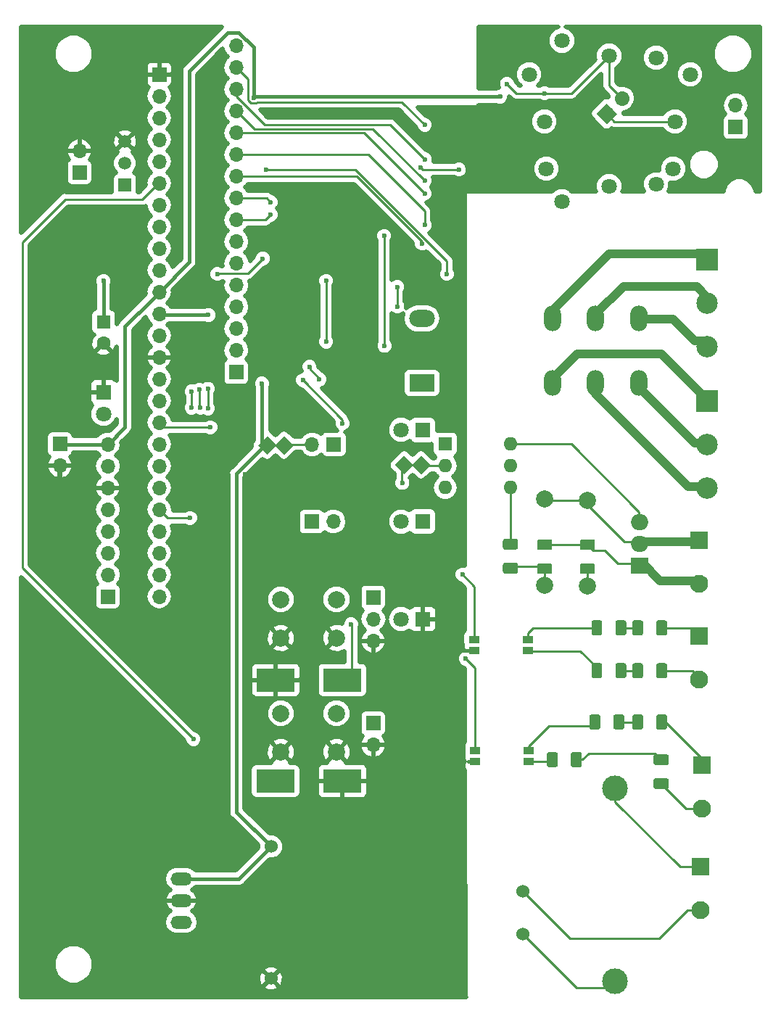
<source format=gbl>
G04 #@! TF.GenerationSoftware,KiCad,Pcbnew,5.0.0+dfsg1-2~bpo9+1*
G04 #@! TF.CreationDate,2018-10-07T14:27:24+02:00*
G04 #@! TF.ProjectId,PoesPPowerNode,506F657350506F7765724E6F64652E6B,rev?*
G04 #@! TF.SameCoordinates,Original*
G04 #@! TF.FileFunction,Copper,L2,Bot,Signal*
G04 #@! TF.FilePolarity,Positive*
%FSLAX46Y46*%
G04 Gerber Fmt 4.6, Leading zero omitted, Abs format (unit mm)*
G04 Created by KiCad (PCBNEW 5.0.0+dfsg1-2~bpo9+1) date Sun Oct  7 14:27:24 2018*
%MOMM*%
%LPD*%
G01*
G04 APERTURE LIST*
G04 #@! TA.AperFunction,ComponentPad*
%ADD10C,1.800000*%
G04 #@! TD*
G04 #@! TA.AperFunction,SMDPad,CuDef*
%ADD11R,1.250000X0.900000*%
G04 #@! TD*
G04 #@! TA.AperFunction,ComponentPad*
%ADD12O,2.499360X1.501140*%
G04 #@! TD*
G04 #@! TA.AperFunction,ComponentPad*
%ADD13R,1.700000X1.700000*%
G04 #@! TD*
G04 #@! TA.AperFunction,ComponentPad*
%ADD14O,1.700000X1.700000*%
G04 #@! TD*
G04 #@! TA.AperFunction,ComponentPad*
%ADD15C,1.700000*%
G04 #@! TD*
G04 #@! TA.AperFunction,Conductor*
%ADD16C,1.700000*%
G04 #@! TD*
G04 #@! TA.AperFunction,Conductor*
%ADD17C,0.100000*%
G04 #@! TD*
G04 #@! TA.AperFunction,ComponentPad*
%ADD18C,1.524000*%
G04 #@! TD*
G04 #@! TA.AperFunction,ComponentPad*
%ADD19R,1.600000X1.600000*%
G04 #@! TD*
G04 #@! TA.AperFunction,ComponentPad*
%ADD20C,1.600000*%
G04 #@! TD*
G04 #@! TA.AperFunction,ComponentPad*
%ADD21C,2.000000*%
G04 #@! TD*
G04 #@! TA.AperFunction,ComponentPad*
%ADD22R,1.800000X1.800000*%
G04 #@! TD*
G04 #@! TA.AperFunction,ComponentPad*
%ADD23R,4.500000X2.700000*%
G04 #@! TD*
G04 #@! TA.AperFunction,SMDPad,CuDef*
%ADD24C,1.250000*%
G04 #@! TD*
G04 #@! TA.AperFunction,ComponentPad*
%ADD25R,3.000000X2.000000*%
G04 #@! TD*
G04 #@! TA.AperFunction,ComponentPad*
%ADD26O,3.000000X2.000000*%
G04 #@! TD*
G04 #@! TA.AperFunction,ComponentPad*
%ADD27O,2.000000X3.000000*%
G04 #@! TD*
G04 #@! TA.AperFunction,ComponentPad*
%ADD28C,1.500000*%
G04 #@! TD*
G04 #@! TA.AperFunction,ComponentPad*
%ADD29R,1.500000X1.500000*%
G04 #@! TD*
G04 #@! TA.AperFunction,ComponentPad*
%ADD30O,1.600000X1.600000*%
G04 #@! TD*
G04 #@! TA.AperFunction,ComponentPad*
%ADD31R,2.100000X2.100000*%
G04 #@! TD*
G04 #@! TA.AperFunction,ComponentPad*
%ADD32C,2.100000*%
G04 #@! TD*
G04 #@! TA.AperFunction,ComponentPad*
%ADD33R,2.500000X2.500000*%
G04 #@! TD*
G04 #@! TA.AperFunction,ComponentPad*
%ADD34C,2.500000*%
G04 #@! TD*
G04 #@! TA.AperFunction,ComponentPad*
%ADD35R,2.000000X1.905000*%
G04 #@! TD*
G04 #@! TA.AperFunction,ComponentPad*
%ADD36O,2.000000X1.905000*%
G04 #@! TD*
G04 #@! TA.AperFunction,ComponentPad*
%ADD37C,3.000000*%
G04 #@! TD*
G04 #@! TA.AperFunction,ViaPad*
%ADD38C,0.600000*%
G04 #@! TD*
G04 #@! TA.AperFunction,Conductor*
%ADD39C,0.400000*%
G04 #@! TD*
G04 #@! TA.AperFunction,Conductor*
%ADD40C,0.250000*%
G04 #@! TD*
G04 #@! TA.AperFunction,Conductor*
%ADD41C,1.000000*%
G04 #@! TD*
G04 #@! TA.AperFunction,Conductor*
%ADD42C,0.500000*%
G04 #@! TD*
G04 APERTURE END LIST*
D10*
G04 #@! TO.P,TR1,1*
G04 #@! TO.N,Net-(P10-Pad1)*
X127000000Y-90400000D03*
G04 #@! TO.P,TR1,2*
G04 #@! TO.N,Net-(C4-Pad1)*
X112200000Y-90400000D03*
G04 #@! TO.P,TR1,3*
G04 #@! TO.N,N/C*
X129000000Y-79400000D03*
G04 #@! TO.P,TR1,4*
X110200000Y-79400000D03*
G04 #@! TO.P,TR1,1*
G04 #@! TO.N,Net-(P10-Pad1)*
X127220000Y-84900000D03*
G04 #@! TO.P,TR1,2*
G04 #@! TO.N,Net-(C4-Pad1)*
X111980000Y-84900000D03*
G04 #@! TO.P,TR1,1*
G04 #@! TO.N,Net-(P10-Pad1)*
X119524685Y-92469869D03*
G04 #@! TO.P,TR1,2*
G04 #@! TO.N,Net-(C4-Pad1)*
X125024685Y-77449869D03*
X119524685Y-77229869D03*
G04 #@! TO.P,TR1,1*
G04 #@! TO.N,Net-(P10-Pad1)*
X125024685Y-92249869D03*
G04 #@! TO.P,TR1,6*
G04 #@! TO.N,N/C*
X114024685Y-94249869D03*
G04 #@! TO.P,TR1,5*
X114024685Y-75449869D03*
G04 #@! TD*
D11*
G04 #@! TO.P,U1,1*
G04 #@! TO.N,Net-(R6-Pad2)*
X110025000Y-145365000D03*
G04 #@! TO.P,U1,2*
G04 #@! TO.N,Net-(R7-Pad1)*
X110025000Y-146635000D03*
G04 #@! TO.P,U1,4*
G04 #@! TO.N,/IO34*
X103775000Y-145365000D03*
G04 #@! TO.P,U1,3*
G04 #@! TO.N,GND*
X103775000Y-146635000D03*
G04 #@! TD*
G04 #@! TO.P,U2,1*
G04 #@! TO.N,Net-(R8-Pad2)*
X110125000Y-158365000D03*
G04 #@! TO.P,U2,2*
G04 #@! TO.N,Net-(R9-Pad2)*
X110125000Y-159635000D03*
G04 #@! TO.P,U2,4*
G04 #@! TO.N,/IO35*
X103875000Y-158365000D03*
G04 #@! TO.P,U2,3*
G04 #@! TO.N,GND*
X103875000Y-159635000D03*
G04 #@! TD*
D12*
G04 #@! TO.P,U7,2*
G04 #@! TO.N,GND*
X69580000Y-175840000D03*
G04 #@! TO.P,U7,1*
G04 #@! TO.N,+12P*
X69580000Y-173300000D03*
G04 #@! TO.P,U7,3*
G04 #@! TO.N,+3V3*
X69580000Y-178380000D03*
G04 #@! TD*
D13*
G04 #@! TO.P,P10,1*
G04 #@! TO.N,Net-(P10-Pad1)*
X134300000Y-85540000D03*
D14*
G04 #@! TO.P,P10,2*
G04 #@! TO.N,Net-(C4-Pad1)*
X134300000Y-83000000D03*
G04 #@! TD*
D15*
G04 #@! TO.P,P11,2*
G04 #@! TO.N,Net-(C4-Pad1)*
X121046051Y-82203949D03*
D16*
G04 #@! TD*
G04 #@! TO.N,Net-(C4-Pad1)*
G04 #@! TO.C,P11*
X121046051Y-82203949D02*
X121046051Y-82203949D01*
D15*
G04 #@! TO.P,P11,1*
G04 #@! TO.N,Net-(P10-Pad1)*
X119250000Y-84000000D03*
D17*
G04 #@! TD*
G04 #@! TO.N,Net-(P10-Pad1)*
G04 #@! TO.C,P11*
G36*
X120452082Y-84000000D02*
X119250000Y-85202082D01*
X118047918Y-84000000D01*
X119250000Y-82797918D01*
X120452082Y-84000000D01*
X120452082Y-84000000D01*
G37*
D18*
G04 #@! TO.P,JP2,1*
G04 #@! TO.N,+12P*
X79612843Y-122700000D03*
D17*
G04 #@! TD*
G04 #@! TO.N,+12P*
G04 #@! TO.C,JP2*
G36*
X80690474Y-122700000D02*
X79612843Y-123777631D01*
X78535212Y-122700000D01*
X79612843Y-121622369D01*
X80690474Y-122700000D01*
X80690474Y-122700000D01*
G37*
D18*
G04 #@! TO.P,JP2,2*
G04 #@! TO.N,Net-(D7-Pad1)*
X81587157Y-122700000D03*
D17*
G04 #@! TD*
G04 #@! TO.N,Net-(D7-Pad1)*
G04 #@! TO.C,JP2*
G36*
X82664788Y-122700000D02*
X81587157Y-123777631D01*
X80509526Y-122700000D01*
X81587157Y-121622369D01*
X82664788Y-122700000D01*
X82664788Y-122700000D01*
G37*
D18*
G04 #@! TO.P,JP3,2*
G04 #@! TO.N,/AartTriac/OPTO_INPUT*
X97587157Y-125000000D03*
D17*
G04 #@! TD*
G04 #@! TO.N,/AartTriac/OPTO_INPUT*
G04 #@! TO.C,JP3*
G36*
X98664788Y-125000000D02*
X97587157Y-126077631D01*
X96509526Y-125000000D01*
X97587157Y-123922369D01*
X98664788Y-125000000D01*
X98664788Y-125000000D01*
G37*
D18*
G04 #@! TO.P,JP3,1*
G04 #@! TO.N,Net-(D6-Pad1)*
X95612843Y-125000000D03*
D17*
G04 #@! TD*
G04 #@! TO.N,Net-(D6-Pad1)*
G04 #@! TO.C,JP3*
G36*
X96690474Y-125000000D02*
X95612843Y-126077631D01*
X94535212Y-125000000D01*
X95612843Y-123922369D01*
X96690474Y-125000000D01*
X96690474Y-125000000D01*
G37*
D19*
G04 #@! TO.P,C1,1*
G04 #@! TO.N,+12P*
X60500000Y-108300000D03*
D20*
G04 #@! TO.P,C1,2*
G04 #@! TO.N,GND*
X60500000Y-110800000D03*
G04 #@! TD*
D21*
G04 #@! TO.P,C6,2*
G04 #@! TO.N,Net-(C6-Pad2)*
X112000000Y-139000000D03*
G04 #@! TO.P,C6,1*
G04 #@! TO.N,/AartTriac/N*
X112000000Y-129000000D03*
G04 #@! TD*
G04 #@! TO.P,C7,1*
G04 #@! TO.N,/AartTriac/N*
X117000000Y-129100000D03*
G04 #@! TO.P,C7,2*
G04 #@! TO.N,Net-(C7-Pad2)*
X117000000Y-139100000D03*
G04 #@! TD*
D10*
G04 #@! TO.P,D1,2*
G04 #@! TO.N,Net-(D1-Pad2)*
X60500000Y-119040000D03*
D22*
G04 #@! TO.P,D1,1*
G04 #@! TO.N,GND*
X60500000Y-116500000D03*
G04 #@! TD*
G04 #@! TO.P,D4,1*
G04 #@! TO.N,Net-(D4-Pad1)*
X97800000Y-120900000D03*
D10*
G04 #@! TO.P,D4,2*
G04 #@! TO.N,Net-(D4-Pad2)*
X95260000Y-120900000D03*
G04 #@! TD*
D23*
G04 #@! TO.P,D5,2*
G04 #@! TO.N,GND*
X80600000Y-150100000D03*
G04 #@! TO.P,D5,1*
G04 #@! TO.N,/IO2*
X88400000Y-150100000D03*
G04 #@! TD*
D22*
G04 #@! TO.P,D6,1*
G04 #@! TO.N,Net-(D6-Pad1)*
X97800000Y-131600000D03*
D10*
G04 #@! TO.P,D6,2*
G04 #@! TO.N,Net-(D6-Pad2)*
X95260000Y-131600000D03*
G04 #@! TD*
G04 #@! TO.P,D8,2*
G04 #@! TO.N,Net-(D8-Pad2)*
X95260000Y-143000000D03*
D22*
G04 #@! TO.P,D8,1*
G04 #@! TO.N,GND*
X97800000Y-143000000D03*
G04 #@! TD*
D23*
G04 #@! TO.P,D11,1*
G04 #@! TO.N,/I_39*
X80600000Y-161900000D03*
G04 #@! TO.P,D11,2*
G04 #@! TO.N,GND*
X88400000Y-161900000D03*
G04 #@! TD*
D13*
G04 #@! TO.P,P1,1*
G04 #@! TO.N,GND*
X67000000Y-79400000D03*
D14*
G04 #@! TO.P,P1,2*
G04 #@! TO.N,/TX0*
X67000000Y-81940000D03*
G04 #@! TO.P,P1,3*
G04 #@! TO.N,/RX0*
X67000000Y-84480000D03*
G04 #@! TO.P,P1,4*
G04 #@! TO.N,/EN*
X67000000Y-87020000D03*
G04 #@! TO.P,P1,5*
G04 #@! TO.N,/I_36*
X67000000Y-89560000D03*
G04 #@! TO.P,P1,6*
G04 #@! TO.N,/I_39*
X67000000Y-92100000D03*
G04 #@! TO.P,P1,7*
G04 #@! TO.N,/IO34*
X67000000Y-94640000D03*
G04 #@! TO.P,P1,8*
G04 #@! TO.N,/IO35*
X67000000Y-97180000D03*
G04 #@! TO.P,P1,9*
G04 #@! TO.N,/IO32*
X67000000Y-99720000D03*
G04 #@! TO.P,P1,10*
G04 #@! TO.N,/IO33*
X67000000Y-102260000D03*
G04 #@! TO.P,P1,11*
G04 #@! TO.N,+3V3*
X67000000Y-104800000D03*
G04 #@! TO.P,P1,12*
G04 #@! TO.N,+12P*
X67000000Y-107340000D03*
G04 #@! TO.P,P1,13*
G04 #@! TO.N,/SET_V++*
X67000000Y-109880000D03*
G04 #@! TO.P,P1,14*
G04 #@! TO.N,GND*
X67000000Y-112420000D03*
G04 #@! TO.P,P1,15*
G04 #@! TO.N,/IO4*
X67000000Y-114960000D03*
G04 #@! TO.P,P1,16*
G04 #@! TO.N,/IO16*
X67000000Y-117500000D03*
G04 #@! TO.P,P1,17*
G04 #@! TO.N,/IO5*
X67000000Y-120040000D03*
G04 #@! TO.P,P1,18*
G04 #@! TO.N,/IO14*
X67000000Y-122580000D03*
G04 #@! TO.P,P1,19*
G04 #@! TO.N,/IO12*
X67000000Y-125120000D03*
G04 #@! TO.P,P1,20*
G04 #@! TO.N,/IO13*
X67000000Y-127660000D03*
G04 #@! TO.P,P1,21*
G04 #@! TO.N,/IO2*
X67000000Y-130200000D03*
G04 #@! TO.P,P1,22*
G04 #@! TO.N,/IO15*
X67000000Y-132740000D03*
G04 #@! TO.P,P1,23*
G04 #@! TO.N,N/C*
X67000000Y-135280000D03*
G04 #@! TO.P,P1,24*
X67000000Y-137820000D03*
G04 #@! TO.P,P1,25*
X67000000Y-140360000D03*
G04 #@! TD*
D17*
G04 #@! TO.N,Net-(R6-Pad2)*
G04 #@! TO.C,R6*
G36*
X118499504Y-143138720D02*
X118523773Y-143142320D01*
X118547571Y-143148281D01*
X118570671Y-143156546D01*
X118592849Y-143167036D01*
X118613893Y-143179649D01*
X118633598Y-143194263D01*
X118651777Y-143210739D01*
X118668253Y-143228918D01*
X118682867Y-143248623D01*
X118695480Y-143269667D01*
X118705970Y-143291845D01*
X118714235Y-143314945D01*
X118720196Y-143338743D01*
X118723796Y-143363012D01*
X118725000Y-143387516D01*
X118725000Y-144637516D01*
X118723796Y-144662020D01*
X118720196Y-144686289D01*
X118714235Y-144710087D01*
X118705970Y-144733187D01*
X118695480Y-144755365D01*
X118682867Y-144776409D01*
X118668253Y-144796114D01*
X118651777Y-144814293D01*
X118633598Y-144830769D01*
X118613893Y-144845383D01*
X118592849Y-144857996D01*
X118570671Y-144868486D01*
X118547571Y-144876751D01*
X118523773Y-144882712D01*
X118499504Y-144886312D01*
X118475000Y-144887516D01*
X117725000Y-144887516D01*
X117700496Y-144886312D01*
X117676227Y-144882712D01*
X117652429Y-144876751D01*
X117629329Y-144868486D01*
X117607151Y-144857996D01*
X117586107Y-144845383D01*
X117566402Y-144830769D01*
X117548223Y-144814293D01*
X117531747Y-144796114D01*
X117517133Y-144776409D01*
X117504520Y-144755365D01*
X117494030Y-144733187D01*
X117485765Y-144710087D01*
X117479804Y-144686289D01*
X117476204Y-144662020D01*
X117475000Y-144637516D01*
X117475000Y-143387516D01*
X117476204Y-143363012D01*
X117479804Y-143338743D01*
X117485765Y-143314945D01*
X117494030Y-143291845D01*
X117504520Y-143269667D01*
X117517133Y-143248623D01*
X117531747Y-143228918D01*
X117548223Y-143210739D01*
X117566402Y-143194263D01*
X117586107Y-143179649D01*
X117607151Y-143167036D01*
X117629329Y-143156546D01*
X117652429Y-143148281D01*
X117676227Y-143142320D01*
X117700496Y-143138720D01*
X117725000Y-143137516D01*
X118475000Y-143137516D01*
X118499504Y-143138720D01*
X118499504Y-143138720D01*
G37*
D24*
G04 #@! TD*
G04 #@! TO.P,R6,2*
G04 #@! TO.N,Net-(R6-Pad2)*
X118100000Y-144012516D03*
D17*
G04 #@! TO.N,Net-(R11-Pad2)*
G04 #@! TO.C,R6*
G36*
X121299504Y-143138720D02*
X121323773Y-143142320D01*
X121347571Y-143148281D01*
X121370671Y-143156546D01*
X121392849Y-143167036D01*
X121413893Y-143179649D01*
X121433598Y-143194263D01*
X121451777Y-143210739D01*
X121468253Y-143228918D01*
X121482867Y-143248623D01*
X121495480Y-143269667D01*
X121505970Y-143291845D01*
X121514235Y-143314945D01*
X121520196Y-143338743D01*
X121523796Y-143363012D01*
X121525000Y-143387516D01*
X121525000Y-144637516D01*
X121523796Y-144662020D01*
X121520196Y-144686289D01*
X121514235Y-144710087D01*
X121505970Y-144733187D01*
X121495480Y-144755365D01*
X121482867Y-144776409D01*
X121468253Y-144796114D01*
X121451777Y-144814293D01*
X121433598Y-144830769D01*
X121413893Y-144845383D01*
X121392849Y-144857996D01*
X121370671Y-144868486D01*
X121347571Y-144876751D01*
X121323773Y-144882712D01*
X121299504Y-144886312D01*
X121275000Y-144887516D01*
X120525000Y-144887516D01*
X120500496Y-144886312D01*
X120476227Y-144882712D01*
X120452429Y-144876751D01*
X120429329Y-144868486D01*
X120407151Y-144857996D01*
X120386107Y-144845383D01*
X120366402Y-144830769D01*
X120348223Y-144814293D01*
X120331747Y-144796114D01*
X120317133Y-144776409D01*
X120304520Y-144755365D01*
X120294030Y-144733187D01*
X120285765Y-144710087D01*
X120279804Y-144686289D01*
X120276204Y-144662020D01*
X120275000Y-144637516D01*
X120275000Y-143387516D01*
X120276204Y-143363012D01*
X120279804Y-143338743D01*
X120285765Y-143314945D01*
X120294030Y-143291845D01*
X120304520Y-143269667D01*
X120317133Y-143248623D01*
X120331747Y-143228918D01*
X120348223Y-143210739D01*
X120366402Y-143194263D01*
X120386107Y-143179649D01*
X120407151Y-143167036D01*
X120429329Y-143156546D01*
X120452429Y-143148281D01*
X120476227Y-143142320D01*
X120500496Y-143138720D01*
X120525000Y-143137516D01*
X121275000Y-143137516D01*
X121299504Y-143138720D01*
X121299504Y-143138720D01*
G37*
D24*
G04 #@! TD*
G04 #@! TO.P,R6,1*
G04 #@! TO.N,Net-(R11-Pad2)*
X120900000Y-144012516D03*
D17*
G04 #@! TO.N,Net-(R7-Pad1)*
G04 #@! TO.C,R7*
G36*
X118499504Y-148126204D02*
X118523773Y-148129804D01*
X118547571Y-148135765D01*
X118570671Y-148144030D01*
X118592849Y-148154520D01*
X118613893Y-148167133D01*
X118633598Y-148181747D01*
X118651777Y-148198223D01*
X118668253Y-148216402D01*
X118682867Y-148236107D01*
X118695480Y-148257151D01*
X118705970Y-148279329D01*
X118714235Y-148302429D01*
X118720196Y-148326227D01*
X118723796Y-148350496D01*
X118725000Y-148375000D01*
X118725000Y-149625000D01*
X118723796Y-149649504D01*
X118720196Y-149673773D01*
X118714235Y-149697571D01*
X118705970Y-149720671D01*
X118695480Y-149742849D01*
X118682867Y-149763893D01*
X118668253Y-149783598D01*
X118651777Y-149801777D01*
X118633598Y-149818253D01*
X118613893Y-149832867D01*
X118592849Y-149845480D01*
X118570671Y-149855970D01*
X118547571Y-149864235D01*
X118523773Y-149870196D01*
X118499504Y-149873796D01*
X118475000Y-149875000D01*
X117725000Y-149875000D01*
X117700496Y-149873796D01*
X117676227Y-149870196D01*
X117652429Y-149864235D01*
X117629329Y-149855970D01*
X117607151Y-149845480D01*
X117586107Y-149832867D01*
X117566402Y-149818253D01*
X117548223Y-149801777D01*
X117531747Y-149783598D01*
X117517133Y-149763893D01*
X117504520Y-149742849D01*
X117494030Y-149720671D01*
X117485765Y-149697571D01*
X117479804Y-149673773D01*
X117476204Y-149649504D01*
X117475000Y-149625000D01*
X117475000Y-148375000D01*
X117476204Y-148350496D01*
X117479804Y-148326227D01*
X117485765Y-148302429D01*
X117494030Y-148279329D01*
X117504520Y-148257151D01*
X117517133Y-148236107D01*
X117531747Y-148216402D01*
X117548223Y-148198223D01*
X117566402Y-148181747D01*
X117586107Y-148167133D01*
X117607151Y-148154520D01*
X117629329Y-148144030D01*
X117652429Y-148135765D01*
X117676227Y-148129804D01*
X117700496Y-148126204D01*
X117725000Y-148125000D01*
X118475000Y-148125000D01*
X118499504Y-148126204D01*
X118499504Y-148126204D01*
G37*
D24*
G04 #@! TD*
G04 #@! TO.P,R7,1*
G04 #@! TO.N,Net-(R7-Pad1)*
X118100000Y-149000000D03*
D17*
G04 #@! TO.N,Net-(R12-Pad2)*
G04 #@! TO.C,R7*
G36*
X121299504Y-148126204D02*
X121323773Y-148129804D01*
X121347571Y-148135765D01*
X121370671Y-148144030D01*
X121392849Y-148154520D01*
X121413893Y-148167133D01*
X121433598Y-148181747D01*
X121451777Y-148198223D01*
X121468253Y-148216402D01*
X121482867Y-148236107D01*
X121495480Y-148257151D01*
X121505970Y-148279329D01*
X121514235Y-148302429D01*
X121520196Y-148326227D01*
X121523796Y-148350496D01*
X121525000Y-148375000D01*
X121525000Y-149625000D01*
X121523796Y-149649504D01*
X121520196Y-149673773D01*
X121514235Y-149697571D01*
X121505970Y-149720671D01*
X121495480Y-149742849D01*
X121482867Y-149763893D01*
X121468253Y-149783598D01*
X121451777Y-149801777D01*
X121433598Y-149818253D01*
X121413893Y-149832867D01*
X121392849Y-149845480D01*
X121370671Y-149855970D01*
X121347571Y-149864235D01*
X121323773Y-149870196D01*
X121299504Y-149873796D01*
X121275000Y-149875000D01*
X120525000Y-149875000D01*
X120500496Y-149873796D01*
X120476227Y-149870196D01*
X120452429Y-149864235D01*
X120429329Y-149855970D01*
X120407151Y-149845480D01*
X120386107Y-149832867D01*
X120366402Y-149818253D01*
X120348223Y-149801777D01*
X120331747Y-149783598D01*
X120317133Y-149763893D01*
X120304520Y-149742849D01*
X120294030Y-149720671D01*
X120285765Y-149697571D01*
X120279804Y-149673773D01*
X120276204Y-149649504D01*
X120275000Y-149625000D01*
X120275000Y-148375000D01*
X120276204Y-148350496D01*
X120279804Y-148326227D01*
X120285765Y-148302429D01*
X120294030Y-148279329D01*
X120304520Y-148257151D01*
X120317133Y-148236107D01*
X120331747Y-148216402D01*
X120348223Y-148198223D01*
X120366402Y-148181747D01*
X120386107Y-148167133D01*
X120407151Y-148154520D01*
X120429329Y-148144030D01*
X120452429Y-148135765D01*
X120476227Y-148129804D01*
X120500496Y-148126204D01*
X120525000Y-148125000D01*
X121275000Y-148125000D01*
X121299504Y-148126204D01*
X121299504Y-148126204D01*
G37*
D24*
G04 #@! TD*
G04 #@! TO.P,R7,2*
G04 #@! TO.N,Net-(R12-Pad2)*
X120900000Y-149000000D03*
D17*
G04 #@! TO.N,Net-(R8-Pad2)*
G04 #@! TO.C,R8*
G36*
X118259698Y-154126204D02*
X118283967Y-154129804D01*
X118307765Y-154135765D01*
X118330865Y-154144030D01*
X118353043Y-154154520D01*
X118374087Y-154167133D01*
X118393792Y-154181747D01*
X118411971Y-154198223D01*
X118428447Y-154216402D01*
X118443061Y-154236107D01*
X118455674Y-154257151D01*
X118466164Y-154279329D01*
X118474429Y-154302429D01*
X118480390Y-154326227D01*
X118483990Y-154350496D01*
X118485194Y-154375000D01*
X118485194Y-155625000D01*
X118483990Y-155649504D01*
X118480390Y-155673773D01*
X118474429Y-155697571D01*
X118466164Y-155720671D01*
X118455674Y-155742849D01*
X118443061Y-155763893D01*
X118428447Y-155783598D01*
X118411971Y-155801777D01*
X118393792Y-155818253D01*
X118374087Y-155832867D01*
X118353043Y-155845480D01*
X118330865Y-155855970D01*
X118307765Y-155864235D01*
X118283967Y-155870196D01*
X118259698Y-155873796D01*
X118235194Y-155875000D01*
X117485194Y-155875000D01*
X117460690Y-155873796D01*
X117436421Y-155870196D01*
X117412623Y-155864235D01*
X117389523Y-155855970D01*
X117367345Y-155845480D01*
X117346301Y-155832867D01*
X117326596Y-155818253D01*
X117308417Y-155801777D01*
X117291941Y-155783598D01*
X117277327Y-155763893D01*
X117264714Y-155742849D01*
X117254224Y-155720671D01*
X117245959Y-155697571D01*
X117239998Y-155673773D01*
X117236398Y-155649504D01*
X117235194Y-155625000D01*
X117235194Y-154375000D01*
X117236398Y-154350496D01*
X117239998Y-154326227D01*
X117245959Y-154302429D01*
X117254224Y-154279329D01*
X117264714Y-154257151D01*
X117277327Y-154236107D01*
X117291941Y-154216402D01*
X117308417Y-154198223D01*
X117326596Y-154181747D01*
X117346301Y-154167133D01*
X117367345Y-154154520D01*
X117389523Y-154144030D01*
X117412623Y-154135765D01*
X117436421Y-154129804D01*
X117460690Y-154126204D01*
X117485194Y-154125000D01*
X118235194Y-154125000D01*
X118259698Y-154126204D01*
X118259698Y-154126204D01*
G37*
D24*
G04 #@! TD*
G04 #@! TO.P,R8,2*
G04 #@! TO.N,Net-(R8-Pad2)*
X117860194Y-155000000D03*
D17*
G04 #@! TO.N,Net-(R13-Pad2)*
G04 #@! TO.C,R8*
G36*
X121059698Y-154126204D02*
X121083967Y-154129804D01*
X121107765Y-154135765D01*
X121130865Y-154144030D01*
X121153043Y-154154520D01*
X121174087Y-154167133D01*
X121193792Y-154181747D01*
X121211971Y-154198223D01*
X121228447Y-154216402D01*
X121243061Y-154236107D01*
X121255674Y-154257151D01*
X121266164Y-154279329D01*
X121274429Y-154302429D01*
X121280390Y-154326227D01*
X121283990Y-154350496D01*
X121285194Y-154375000D01*
X121285194Y-155625000D01*
X121283990Y-155649504D01*
X121280390Y-155673773D01*
X121274429Y-155697571D01*
X121266164Y-155720671D01*
X121255674Y-155742849D01*
X121243061Y-155763893D01*
X121228447Y-155783598D01*
X121211971Y-155801777D01*
X121193792Y-155818253D01*
X121174087Y-155832867D01*
X121153043Y-155845480D01*
X121130865Y-155855970D01*
X121107765Y-155864235D01*
X121083967Y-155870196D01*
X121059698Y-155873796D01*
X121035194Y-155875000D01*
X120285194Y-155875000D01*
X120260690Y-155873796D01*
X120236421Y-155870196D01*
X120212623Y-155864235D01*
X120189523Y-155855970D01*
X120167345Y-155845480D01*
X120146301Y-155832867D01*
X120126596Y-155818253D01*
X120108417Y-155801777D01*
X120091941Y-155783598D01*
X120077327Y-155763893D01*
X120064714Y-155742849D01*
X120054224Y-155720671D01*
X120045959Y-155697571D01*
X120039998Y-155673773D01*
X120036398Y-155649504D01*
X120035194Y-155625000D01*
X120035194Y-154375000D01*
X120036398Y-154350496D01*
X120039998Y-154326227D01*
X120045959Y-154302429D01*
X120054224Y-154279329D01*
X120064714Y-154257151D01*
X120077327Y-154236107D01*
X120091941Y-154216402D01*
X120108417Y-154198223D01*
X120126596Y-154181747D01*
X120146301Y-154167133D01*
X120167345Y-154154520D01*
X120189523Y-154144030D01*
X120212623Y-154135765D01*
X120236421Y-154129804D01*
X120260690Y-154126204D01*
X120285194Y-154125000D01*
X121035194Y-154125000D01*
X121059698Y-154126204D01*
X121059698Y-154126204D01*
G37*
D24*
G04 #@! TD*
G04 #@! TO.P,R8,1*
G04 #@! TO.N,Net-(R13-Pad2)*
X120660194Y-155000000D03*
D17*
G04 #@! TO.N,Net-(R14-Pad2)*
G04 #@! TO.C,R9*
G36*
X116099504Y-158526204D02*
X116123773Y-158529804D01*
X116147571Y-158535765D01*
X116170671Y-158544030D01*
X116192849Y-158554520D01*
X116213893Y-158567133D01*
X116233598Y-158581747D01*
X116251777Y-158598223D01*
X116268253Y-158616402D01*
X116282867Y-158636107D01*
X116295480Y-158657151D01*
X116305970Y-158679329D01*
X116314235Y-158702429D01*
X116320196Y-158726227D01*
X116323796Y-158750496D01*
X116325000Y-158775000D01*
X116325000Y-160025000D01*
X116323796Y-160049504D01*
X116320196Y-160073773D01*
X116314235Y-160097571D01*
X116305970Y-160120671D01*
X116295480Y-160142849D01*
X116282867Y-160163893D01*
X116268253Y-160183598D01*
X116251777Y-160201777D01*
X116233598Y-160218253D01*
X116213893Y-160232867D01*
X116192849Y-160245480D01*
X116170671Y-160255970D01*
X116147571Y-160264235D01*
X116123773Y-160270196D01*
X116099504Y-160273796D01*
X116075000Y-160275000D01*
X115325000Y-160275000D01*
X115300496Y-160273796D01*
X115276227Y-160270196D01*
X115252429Y-160264235D01*
X115229329Y-160255970D01*
X115207151Y-160245480D01*
X115186107Y-160232867D01*
X115166402Y-160218253D01*
X115148223Y-160201777D01*
X115131747Y-160183598D01*
X115117133Y-160163893D01*
X115104520Y-160142849D01*
X115094030Y-160120671D01*
X115085765Y-160097571D01*
X115079804Y-160073773D01*
X115076204Y-160049504D01*
X115075000Y-160025000D01*
X115075000Y-158775000D01*
X115076204Y-158750496D01*
X115079804Y-158726227D01*
X115085765Y-158702429D01*
X115094030Y-158679329D01*
X115104520Y-158657151D01*
X115117133Y-158636107D01*
X115131747Y-158616402D01*
X115148223Y-158598223D01*
X115166402Y-158581747D01*
X115186107Y-158567133D01*
X115207151Y-158554520D01*
X115229329Y-158544030D01*
X115252429Y-158535765D01*
X115276227Y-158529804D01*
X115300496Y-158526204D01*
X115325000Y-158525000D01*
X116075000Y-158525000D01*
X116099504Y-158526204D01*
X116099504Y-158526204D01*
G37*
D24*
G04 #@! TD*
G04 #@! TO.P,R9,1*
G04 #@! TO.N,Net-(R14-Pad2)*
X115700000Y-159400000D03*
D17*
G04 #@! TO.N,Net-(R9-Pad2)*
G04 #@! TO.C,R9*
G36*
X113299504Y-158526204D02*
X113323773Y-158529804D01*
X113347571Y-158535765D01*
X113370671Y-158544030D01*
X113392849Y-158554520D01*
X113413893Y-158567133D01*
X113433598Y-158581747D01*
X113451777Y-158598223D01*
X113468253Y-158616402D01*
X113482867Y-158636107D01*
X113495480Y-158657151D01*
X113505970Y-158679329D01*
X113514235Y-158702429D01*
X113520196Y-158726227D01*
X113523796Y-158750496D01*
X113525000Y-158775000D01*
X113525000Y-160025000D01*
X113523796Y-160049504D01*
X113520196Y-160073773D01*
X113514235Y-160097571D01*
X113505970Y-160120671D01*
X113495480Y-160142849D01*
X113482867Y-160163893D01*
X113468253Y-160183598D01*
X113451777Y-160201777D01*
X113433598Y-160218253D01*
X113413893Y-160232867D01*
X113392849Y-160245480D01*
X113370671Y-160255970D01*
X113347571Y-160264235D01*
X113323773Y-160270196D01*
X113299504Y-160273796D01*
X113275000Y-160275000D01*
X112525000Y-160275000D01*
X112500496Y-160273796D01*
X112476227Y-160270196D01*
X112452429Y-160264235D01*
X112429329Y-160255970D01*
X112407151Y-160245480D01*
X112386107Y-160232867D01*
X112366402Y-160218253D01*
X112348223Y-160201777D01*
X112331747Y-160183598D01*
X112317133Y-160163893D01*
X112304520Y-160142849D01*
X112294030Y-160120671D01*
X112285765Y-160097571D01*
X112279804Y-160073773D01*
X112276204Y-160049504D01*
X112275000Y-160025000D01*
X112275000Y-158775000D01*
X112276204Y-158750496D01*
X112279804Y-158726227D01*
X112285765Y-158702429D01*
X112294030Y-158679329D01*
X112304520Y-158657151D01*
X112317133Y-158636107D01*
X112331747Y-158616402D01*
X112348223Y-158598223D01*
X112366402Y-158581747D01*
X112386107Y-158567133D01*
X112407151Y-158554520D01*
X112429329Y-158544030D01*
X112452429Y-158535765D01*
X112476227Y-158529804D01*
X112500496Y-158526204D01*
X112525000Y-158525000D01*
X113275000Y-158525000D01*
X113299504Y-158526204D01*
X113299504Y-158526204D01*
G37*
D24*
G04 #@! TD*
G04 #@! TO.P,R9,2*
G04 #@! TO.N,Net-(R9-Pad2)*
X112900000Y-159400000D03*
D17*
G04 #@! TO.N,Net-(J1-Pad1)*
G04 #@! TO.C,R11*
G36*
X126059698Y-143138720D02*
X126083967Y-143142320D01*
X126107765Y-143148281D01*
X126130865Y-143156546D01*
X126153043Y-143167036D01*
X126174087Y-143179649D01*
X126193792Y-143194263D01*
X126211971Y-143210739D01*
X126228447Y-143228918D01*
X126243061Y-143248623D01*
X126255674Y-143269667D01*
X126266164Y-143291845D01*
X126274429Y-143314945D01*
X126280390Y-143338743D01*
X126283990Y-143363012D01*
X126285194Y-143387516D01*
X126285194Y-144637516D01*
X126283990Y-144662020D01*
X126280390Y-144686289D01*
X126274429Y-144710087D01*
X126266164Y-144733187D01*
X126255674Y-144755365D01*
X126243061Y-144776409D01*
X126228447Y-144796114D01*
X126211971Y-144814293D01*
X126193792Y-144830769D01*
X126174087Y-144845383D01*
X126153043Y-144857996D01*
X126130865Y-144868486D01*
X126107765Y-144876751D01*
X126083967Y-144882712D01*
X126059698Y-144886312D01*
X126035194Y-144887516D01*
X125285194Y-144887516D01*
X125260690Y-144886312D01*
X125236421Y-144882712D01*
X125212623Y-144876751D01*
X125189523Y-144868486D01*
X125167345Y-144857996D01*
X125146301Y-144845383D01*
X125126596Y-144830769D01*
X125108417Y-144814293D01*
X125091941Y-144796114D01*
X125077327Y-144776409D01*
X125064714Y-144755365D01*
X125054224Y-144733187D01*
X125045959Y-144710087D01*
X125039998Y-144686289D01*
X125036398Y-144662020D01*
X125035194Y-144637516D01*
X125035194Y-143387516D01*
X125036398Y-143363012D01*
X125039998Y-143338743D01*
X125045959Y-143314945D01*
X125054224Y-143291845D01*
X125064714Y-143269667D01*
X125077327Y-143248623D01*
X125091941Y-143228918D01*
X125108417Y-143210739D01*
X125126596Y-143194263D01*
X125146301Y-143179649D01*
X125167345Y-143167036D01*
X125189523Y-143156546D01*
X125212623Y-143148281D01*
X125236421Y-143142320D01*
X125260690Y-143138720D01*
X125285194Y-143137516D01*
X126035194Y-143137516D01*
X126059698Y-143138720D01*
X126059698Y-143138720D01*
G37*
D24*
G04 #@! TD*
G04 #@! TO.P,R11,1*
G04 #@! TO.N,Net-(J1-Pad1)*
X125660194Y-144012516D03*
D17*
G04 #@! TO.N,Net-(R11-Pad2)*
G04 #@! TO.C,R11*
G36*
X123259698Y-143138720D02*
X123283967Y-143142320D01*
X123307765Y-143148281D01*
X123330865Y-143156546D01*
X123353043Y-143167036D01*
X123374087Y-143179649D01*
X123393792Y-143194263D01*
X123411971Y-143210739D01*
X123428447Y-143228918D01*
X123443061Y-143248623D01*
X123455674Y-143269667D01*
X123466164Y-143291845D01*
X123474429Y-143314945D01*
X123480390Y-143338743D01*
X123483990Y-143363012D01*
X123485194Y-143387516D01*
X123485194Y-144637516D01*
X123483990Y-144662020D01*
X123480390Y-144686289D01*
X123474429Y-144710087D01*
X123466164Y-144733187D01*
X123455674Y-144755365D01*
X123443061Y-144776409D01*
X123428447Y-144796114D01*
X123411971Y-144814293D01*
X123393792Y-144830769D01*
X123374087Y-144845383D01*
X123353043Y-144857996D01*
X123330865Y-144868486D01*
X123307765Y-144876751D01*
X123283967Y-144882712D01*
X123259698Y-144886312D01*
X123235194Y-144887516D01*
X122485194Y-144887516D01*
X122460690Y-144886312D01*
X122436421Y-144882712D01*
X122412623Y-144876751D01*
X122389523Y-144868486D01*
X122367345Y-144857996D01*
X122346301Y-144845383D01*
X122326596Y-144830769D01*
X122308417Y-144814293D01*
X122291941Y-144796114D01*
X122277327Y-144776409D01*
X122264714Y-144755365D01*
X122254224Y-144733187D01*
X122245959Y-144710087D01*
X122239998Y-144686289D01*
X122236398Y-144662020D01*
X122235194Y-144637516D01*
X122235194Y-143387516D01*
X122236398Y-143363012D01*
X122239998Y-143338743D01*
X122245959Y-143314945D01*
X122254224Y-143291845D01*
X122264714Y-143269667D01*
X122277327Y-143248623D01*
X122291941Y-143228918D01*
X122308417Y-143210739D01*
X122326596Y-143194263D01*
X122346301Y-143179649D01*
X122367345Y-143167036D01*
X122389523Y-143156546D01*
X122412623Y-143148281D01*
X122436421Y-143142320D01*
X122460690Y-143138720D01*
X122485194Y-143137516D01*
X123235194Y-143137516D01*
X123259698Y-143138720D01*
X123259698Y-143138720D01*
G37*
D24*
G04 #@! TD*
G04 #@! TO.P,R11,2*
G04 #@! TO.N,Net-(R11-Pad2)*
X122860194Y-144012516D03*
D17*
G04 #@! TO.N,Net-(R12-Pad2)*
G04 #@! TO.C,R12*
G36*
X123259698Y-148138720D02*
X123283967Y-148142320D01*
X123307765Y-148148281D01*
X123330865Y-148156546D01*
X123353043Y-148167036D01*
X123374087Y-148179649D01*
X123393792Y-148194263D01*
X123411971Y-148210739D01*
X123428447Y-148228918D01*
X123443061Y-148248623D01*
X123455674Y-148269667D01*
X123466164Y-148291845D01*
X123474429Y-148314945D01*
X123480390Y-148338743D01*
X123483990Y-148363012D01*
X123485194Y-148387516D01*
X123485194Y-149637516D01*
X123483990Y-149662020D01*
X123480390Y-149686289D01*
X123474429Y-149710087D01*
X123466164Y-149733187D01*
X123455674Y-149755365D01*
X123443061Y-149776409D01*
X123428447Y-149796114D01*
X123411971Y-149814293D01*
X123393792Y-149830769D01*
X123374087Y-149845383D01*
X123353043Y-149857996D01*
X123330865Y-149868486D01*
X123307765Y-149876751D01*
X123283967Y-149882712D01*
X123259698Y-149886312D01*
X123235194Y-149887516D01*
X122485194Y-149887516D01*
X122460690Y-149886312D01*
X122436421Y-149882712D01*
X122412623Y-149876751D01*
X122389523Y-149868486D01*
X122367345Y-149857996D01*
X122346301Y-149845383D01*
X122326596Y-149830769D01*
X122308417Y-149814293D01*
X122291941Y-149796114D01*
X122277327Y-149776409D01*
X122264714Y-149755365D01*
X122254224Y-149733187D01*
X122245959Y-149710087D01*
X122239998Y-149686289D01*
X122236398Y-149662020D01*
X122235194Y-149637516D01*
X122235194Y-148387516D01*
X122236398Y-148363012D01*
X122239998Y-148338743D01*
X122245959Y-148314945D01*
X122254224Y-148291845D01*
X122264714Y-148269667D01*
X122277327Y-148248623D01*
X122291941Y-148228918D01*
X122308417Y-148210739D01*
X122326596Y-148194263D01*
X122346301Y-148179649D01*
X122367345Y-148167036D01*
X122389523Y-148156546D01*
X122412623Y-148148281D01*
X122436421Y-148142320D01*
X122460690Y-148138720D01*
X122485194Y-148137516D01*
X123235194Y-148137516D01*
X123259698Y-148138720D01*
X123259698Y-148138720D01*
G37*
D24*
G04 #@! TD*
G04 #@! TO.P,R12,2*
G04 #@! TO.N,Net-(R12-Pad2)*
X122860194Y-149012516D03*
D17*
G04 #@! TO.N,Net-(J1-Pad2)*
G04 #@! TO.C,R12*
G36*
X126059698Y-148138720D02*
X126083967Y-148142320D01*
X126107765Y-148148281D01*
X126130865Y-148156546D01*
X126153043Y-148167036D01*
X126174087Y-148179649D01*
X126193792Y-148194263D01*
X126211971Y-148210739D01*
X126228447Y-148228918D01*
X126243061Y-148248623D01*
X126255674Y-148269667D01*
X126266164Y-148291845D01*
X126274429Y-148314945D01*
X126280390Y-148338743D01*
X126283990Y-148363012D01*
X126285194Y-148387516D01*
X126285194Y-149637516D01*
X126283990Y-149662020D01*
X126280390Y-149686289D01*
X126274429Y-149710087D01*
X126266164Y-149733187D01*
X126255674Y-149755365D01*
X126243061Y-149776409D01*
X126228447Y-149796114D01*
X126211971Y-149814293D01*
X126193792Y-149830769D01*
X126174087Y-149845383D01*
X126153043Y-149857996D01*
X126130865Y-149868486D01*
X126107765Y-149876751D01*
X126083967Y-149882712D01*
X126059698Y-149886312D01*
X126035194Y-149887516D01*
X125285194Y-149887516D01*
X125260690Y-149886312D01*
X125236421Y-149882712D01*
X125212623Y-149876751D01*
X125189523Y-149868486D01*
X125167345Y-149857996D01*
X125146301Y-149845383D01*
X125126596Y-149830769D01*
X125108417Y-149814293D01*
X125091941Y-149796114D01*
X125077327Y-149776409D01*
X125064714Y-149755365D01*
X125054224Y-149733187D01*
X125045959Y-149710087D01*
X125039998Y-149686289D01*
X125036398Y-149662020D01*
X125035194Y-149637516D01*
X125035194Y-148387516D01*
X125036398Y-148363012D01*
X125039998Y-148338743D01*
X125045959Y-148314945D01*
X125054224Y-148291845D01*
X125064714Y-148269667D01*
X125077327Y-148248623D01*
X125091941Y-148228918D01*
X125108417Y-148210739D01*
X125126596Y-148194263D01*
X125146301Y-148179649D01*
X125167345Y-148167036D01*
X125189523Y-148156546D01*
X125212623Y-148148281D01*
X125236421Y-148142320D01*
X125260690Y-148138720D01*
X125285194Y-148137516D01*
X126035194Y-148137516D01*
X126059698Y-148138720D01*
X126059698Y-148138720D01*
G37*
D24*
G04 #@! TD*
G04 #@! TO.P,R12,1*
G04 #@! TO.N,Net-(J1-Pad2)*
X125660194Y-149012516D03*
D17*
G04 #@! TO.N,Net-(J2-Pad1)*
G04 #@! TO.C,R13*
G36*
X126059698Y-154138720D02*
X126083967Y-154142320D01*
X126107765Y-154148281D01*
X126130865Y-154156546D01*
X126153043Y-154167036D01*
X126174087Y-154179649D01*
X126193792Y-154194263D01*
X126211971Y-154210739D01*
X126228447Y-154228918D01*
X126243061Y-154248623D01*
X126255674Y-154269667D01*
X126266164Y-154291845D01*
X126274429Y-154314945D01*
X126280390Y-154338743D01*
X126283990Y-154363012D01*
X126285194Y-154387516D01*
X126285194Y-155637516D01*
X126283990Y-155662020D01*
X126280390Y-155686289D01*
X126274429Y-155710087D01*
X126266164Y-155733187D01*
X126255674Y-155755365D01*
X126243061Y-155776409D01*
X126228447Y-155796114D01*
X126211971Y-155814293D01*
X126193792Y-155830769D01*
X126174087Y-155845383D01*
X126153043Y-155857996D01*
X126130865Y-155868486D01*
X126107765Y-155876751D01*
X126083967Y-155882712D01*
X126059698Y-155886312D01*
X126035194Y-155887516D01*
X125285194Y-155887516D01*
X125260690Y-155886312D01*
X125236421Y-155882712D01*
X125212623Y-155876751D01*
X125189523Y-155868486D01*
X125167345Y-155857996D01*
X125146301Y-155845383D01*
X125126596Y-155830769D01*
X125108417Y-155814293D01*
X125091941Y-155796114D01*
X125077327Y-155776409D01*
X125064714Y-155755365D01*
X125054224Y-155733187D01*
X125045959Y-155710087D01*
X125039998Y-155686289D01*
X125036398Y-155662020D01*
X125035194Y-155637516D01*
X125035194Y-154387516D01*
X125036398Y-154363012D01*
X125039998Y-154338743D01*
X125045959Y-154314945D01*
X125054224Y-154291845D01*
X125064714Y-154269667D01*
X125077327Y-154248623D01*
X125091941Y-154228918D01*
X125108417Y-154210739D01*
X125126596Y-154194263D01*
X125146301Y-154179649D01*
X125167345Y-154167036D01*
X125189523Y-154156546D01*
X125212623Y-154148281D01*
X125236421Y-154142320D01*
X125260690Y-154138720D01*
X125285194Y-154137516D01*
X126035194Y-154137516D01*
X126059698Y-154138720D01*
X126059698Y-154138720D01*
G37*
D24*
G04 #@! TD*
G04 #@! TO.P,R13,1*
G04 #@! TO.N,Net-(J2-Pad1)*
X125660194Y-155012516D03*
D17*
G04 #@! TO.N,Net-(R13-Pad2)*
G04 #@! TO.C,R13*
G36*
X123259698Y-154138720D02*
X123283967Y-154142320D01*
X123307765Y-154148281D01*
X123330865Y-154156546D01*
X123353043Y-154167036D01*
X123374087Y-154179649D01*
X123393792Y-154194263D01*
X123411971Y-154210739D01*
X123428447Y-154228918D01*
X123443061Y-154248623D01*
X123455674Y-154269667D01*
X123466164Y-154291845D01*
X123474429Y-154314945D01*
X123480390Y-154338743D01*
X123483990Y-154363012D01*
X123485194Y-154387516D01*
X123485194Y-155637516D01*
X123483990Y-155662020D01*
X123480390Y-155686289D01*
X123474429Y-155710087D01*
X123466164Y-155733187D01*
X123455674Y-155755365D01*
X123443061Y-155776409D01*
X123428447Y-155796114D01*
X123411971Y-155814293D01*
X123393792Y-155830769D01*
X123374087Y-155845383D01*
X123353043Y-155857996D01*
X123330865Y-155868486D01*
X123307765Y-155876751D01*
X123283967Y-155882712D01*
X123259698Y-155886312D01*
X123235194Y-155887516D01*
X122485194Y-155887516D01*
X122460690Y-155886312D01*
X122436421Y-155882712D01*
X122412623Y-155876751D01*
X122389523Y-155868486D01*
X122367345Y-155857996D01*
X122346301Y-155845383D01*
X122326596Y-155830769D01*
X122308417Y-155814293D01*
X122291941Y-155796114D01*
X122277327Y-155776409D01*
X122264714Y-155755365D01*
X122254224Y-155733187D01*
X122245959Y-155710087D01*
X122239998Y-155686289D01*
X122236398Y-155662020D01*
X122235194Y-155637516D01*
X122235194Y-154387516D01*
X122236398Y-154363012D01*
X122239998Y-154338743D01*
X122245959Y-154314945D01*
X122254224Y-154291845D01*
X122264714Y-154269667D01*
X122277327Y-154248623D01*
X122291941Y-154228918D01*
X122308417Y-154210739D01*
X122326596Y-154194263D01*
X122346301Y-154179649D01*
X122367345Y-154167036D01*
X122389523Y-154156546D01*
X122412623Y-154148281D01*
X122436421Y-154142320D01*
X122460690Y-154138720D01*
X122485194Y-154137516D01*
X123235194Y-154137516D01*
X123259698Y-154138720D01*
X123259698Y-154138720D01*
G37*
D24*
G04 #@! TD*
G04 #@! TO.P,R13,2*
G04 #@! TO.N,Net-(R13-Pad2)*
X122860194Y-155012516D03*
D17*
G04 #@! TO.N,Net-(R14-Pad2)*
G04 #@! TO.C,R14*
G36*
X126249504Y-158776204D02*
X126273773Y-158779804D01*
X126297571Y-158785765D01*
X126320671Y-158794030D01*
X126342849Y-158804520D01*
X126363893Y-158817133D01*
X126383598Y-158831747D01*
X126401777Y-158848223D01*
X126418253Y-158866402D01*
X126432867Y-158886107D01*
X126445480Y-158907151D01*
X126455970Y-158929329D01*
X126464235Y-158952429D01*
X126470196Y-158976227D01*
X126473796Y-159000496D01*
X126475000Y-159025000D01*
X126475000Y-159775000D01*
X126473796Y-159799504D01*
X126470196Y-159823773D01*
X126464235Y-159847571D01*
X126455970Y-159870671D01*
X126445480Y-159892849D01*
X126432867Y-159913893D01*
X126418253Y-159933598D01*
X126401777Y-159951777D01*
X126383598Y-159968253D01*
X126363893Y-159982867D01*
X126342849Y-159995480D01*
X126320671Y-160005970D01*
X126297571Y-160014235D01*
X126273773Y-160020196D01*
X126249504Y-160023796D01*
X126225000Y-160025000D01*
X124975000Y-160025000D01*
X124950496Y-160023796D01*
X124926227Y-160020196D01*
X124902429Y-160014235D01*
X124879329Y-160005970D01*
X124857151Y-159995480D01*
X124836107Y-159982867D01*
X124816402Y-159968253D01*
X124798223Y-159951777D01*
X124781747Y-159933598D01*
X124767133Y-159913893D01*
X124754520Y-159892849D01*
X124744030Y-159870671D01*
X124735765Y-159847571D01*
X124729804Y-159823773D01*
X124726204Y-159799504D01*
X124725000Y-159775000D01*
X124725000Y-159025000D01*
X124726204Y-159000496D01*
X124729804Y-158976227D01*
X124735765Y-158952429D01*
X124744030Y-158929329D01*
X124754520Y-158907151D01*
X124767133Y-158886107D01*
X124781747Y-158866402D01*
X124798223Y-158848223D01*
X124816402Y-158831747D01*
X124836107Y-158817133D01*
X124857151Y-158804520D01*
X124879329Y-158794030D01*
X124902429Y-158785765D01*
X124926227Y-158779804D01*
X124950496Y-158776204D01*
X124975000Y-158775000D01*
X126225000Y-158775000D01*
X126249504Y-158776204D01*
X126249504Y-158776204D01*
G37*
D24*
G04 #@! TD*
G04 #@! TO.P,R14,2*
G04 #@! TO.N,Net-(R14-Pad2)*
X125600000Y-159400000D03*
D17*
G04 #@! TO.N,Net-(J2-Pad2)*
G04 #@! TO.C,R14*
G36*
X126249504Y-161576204D02*
X126273773Y-161579804D01*
X126297571Y-161585765D01*
X126320671Y-161594030D01*
X126342849Y-161604520D01*
X126363893Y-161617133D01*
X126383598Y-161631747D01*
X126401777Y-161648223D01*
X126418253Y-161666402D01*
X126432867Y-161686107D01*
X126445480Y-161707151D01*
X126455970Y-161729329D01*
X126464235Y-161752429D01*
X126470196Y-161776227D01*
X126473796Y-161800496D01*
X126475000Y-161825000D01*
X126475000Y-162575000D01*
X126473796Y-162599504D01*
X126470196Y-162623773D01*
X126464235Y-162647571D01*
X126455970Y-162670671D01*
X126445480Y-162692849D01*
X126432867Y-162713893D01*
X126418253Y-162733598D01*
X126401777Y-162751777D01*
X126383598Y-162768253D01*
X126363893Y-162782867D01*
X126342849Y-162795480D01*
X126320671Y-162805970D01*
X126297571Y-162814235D01*
X126273773Y-162820196D01*
X126249504Y-162823796D01*
X126225000Y-162825000D01*
X124975000Y-162825000D01*
X124950496Y-162823796D01*
X124926227Y-162820196D01*
X124902429Y-162814235D01*
X124879329Y-162805970D01*
X124857151Y-162795480D01*
X124836107Y-162782867D01*
X124816402Y-162768253D01*
X124798223Y-162751777D01*
X124781747Y-162733598D01*
X124767133Y-162713893D01*
X124754520Y-162692849D01*
X124744030Y-162670671D01*
X124735765Y-162647571D01*
X124729804Y-162623773D01*
X124726204Y-162599504D01*
X124725000Y-162575000D01*
X124725000Y-161825000D01*
X124726204Y-161800496D01*
X124729804Y-161776227D01*
X124735765Y-161752429D01*
X124744030Y-161729329D01*
X124754520Y-161707151D01*
X124767133Y-161686107D01*
X124781747Y-161666402D01*
X124798223Y-161648223D01*
X124816402Y-161631747D01*
X124836107Y-161617133D01*
X124857151Y-161604520D01*
X124879329Y-161594030D01*
X124902429Y-161585765D01*
X124926227Y-161579804D01*
X124950496Y-161576204D01*
X124975000Y-161575000D01*
X126225000Y-161575000D01*
X126249504Y-161576204D01*
X126249504Y-161576204D01*
G37*
D24*
G04 #@! TD*
G04 #@! TO.P,R14,1*
G04 #@! TO.N,Net-(J2-Pad2)*
X125600000Y-162200000D03*
D25*
G04 #@! TO.P,RL1,A1*
G04 #@! TO.N,Net-(D4-Pad1)*
X97660000Y-115400000D03*
D26*
G04 #@! TO.P,RL1,A2*
G04 #@! TO.N,Net-(D7-Pad1)*
X97660000Y-107900000D03*
D27*
G04 #@! TO.P,RL1,11*
G04 #@! TO.N,Net-(J3-Pad3)*
X117960000Y-115400000D03*
G04 #@! TO.P,RL1,24*
G04 #@! TO.N,Net-(J5-Pad3)*
X123000000Y-107900000D03*
G04 #@! TO.P,RL1,22*
G04 #@! TO.N,Net-(J5-Pad1)*
X112920000Y-107900000D03*
G04 #@! TO.P,RL1,12*
G04 #@! TO.N,Net-(J3-Pad1)*
X112920000Y-115400000D03*
G04 #@! TO.P,RL1,21*
G04 #@! TO.N,Net-(J5-Pad2)*
X117960000Y-107900000D03*
G04 #@! TO.P,RL1,14*
G04 #@! TO.N,Net-(J3-Pad2)*
X123000000Y-115400000D03*
G04 #@! TD*
D21*
G04 #@! TO.P,SW1,2*
G04 #@! TO.N,GND*
X81200000Y-145200000D03*
G04 #@! TO.P,SW1,1*
G04 #@! TO.N,Net-(D8-Pad2)*
X81200000Y-140700000D03*
G04 #@! TO.P,SW1,2*
G04 #@! TO.N,GND*
X87700000Y-145200000D03*
G04 #@! TO.P,SW1,1*
G04 #@! TO.N,Net-(D8-Pad2)*
X87700000Y-140700000D03*
G04 #@! TD*
G04 #@! TO.P,SW2,1*
G04 #@! TO.N,Net-(P8-Pad1)*
X87700000Y-154000000D03*
G04 #@! TO.P,SW2,2*
G04 #@! TO.N,GND*
X87700000Y-158500000D03*
G04 #@! TO.P,SW2,1*
G04 #@! TO.N,Net-(P8-Pad1)*
X81200000Y-154000000D03*
G04 #@! TO.P,SW2,2*
G04 #@! TO.N,GND*
X81200000Y-158500000D03*
G04 #@! TD*
D28*
G04 #@! TO.P,U3,2*
G04 #@! TO.N,/I_36*
X63000000Y-89760000D03*
G04 #@! TO.P,U3,3*
G04 #@! TO.N,GND*
X63000000Y-87220000D03*
D29*
G04 #@! TO.P,U3,1*
G04 #@! TO.N,+12P*
X63000000Y-92300000D03*
G04 #@! TD*
D19*
G04 #@! TO.P,U5,1*
G04 #@! TO.N,Net-(R26-Pad2)*
X100400000Y-122560000D03*
D30*
G04 #@! TO.P,U5,4*
G04 #@! TO.N,Net-(R27-Pad2)*
X108020000Y-127640000D03*
G04 #@! TO.P,U5,2*
G04 #@! TO.N,/AartTriac/OPTO_INPUT*
X100400000Y-125100000D03*
G04 #@! TO.P,U5,5*
G04 #@! TO.N,N/C*
X108020000Y-125100000D03*
G04 #@! TO.P,U5,3*
X100400000Y-127640000D03*
G04 #@! TO.P,U5,6*
G04 #@! TO.N,Net-(D12-Pad3)*
X108020000Y-122560000D03*
G04 #@! TD*
D14*
G04 #@! TO.P,P2,2*
G04 #@! TO.N,Net-(D7-Pad1)*
X84860000Y-122600000D03*
D13*
G04 #@! TO.P,P2,1*
G04 #@! TO.N,Net-(D4-Pad1)*
X87400000Y-122600000D03*
G04 #@! TD*
G04 #@! TO.P,P3,1*
G04 #@! TO.N,Net-(D6-Pad1)*
X84810000Y-131600000D03*
D14*
G04 #@! TO.P,P3,2*
G04 #@! TO.N,+3V3*
X87350000Y-131600000D03*
G04 #@! TD*
D13*
G04 #@! TO.P,P4,1*
G04 #@! TO.N,+3V3*
X92000000Y-140460000D03*
D14*
G04 #@! TO.P,P4,2*
G04 #@! TO.N,Net-(D8-Pad2)*
X92000000Y-143000000D03*
G04 #@! TO.P,P4,3*
G04 #@! TO.N,GND*
X92000000Y-145540000D03*
G04 #@! TD*
G04 #@! TO.P,P5,2*
G04 #@! TO.N,GND*
X55400000Y-125100000D03*
D13*
G04 #@! TO.P,P5,1*
G04 #@! TO.N,+3V3*
X55400000Y-122560000D03*
G04 #@! TD*
G04 #@! TO.P,P6,1*
G04 #@! TO.N,+12P*
X57700000Y-90840000D03*
D14*
G04 #@! TO.P,P6,2*
G04 #@! TO.N,GND*
X57700000Y-88300000D03*
G04 #@! TD*
D13*
G04 #@! TO.P,P7,1*
G04 #@! TO.N,/IO15*
X61000000Y-140360000D03*
D14*
G04 #@! TO.P,P7,2*
G04 #@! TO.N,/IO14*
X61000000Y-137820000D03*
G04 #@! TO.P,P7,3*
G04 #@! TO.N,/IO13*
X61000000Y-135280000D03*
G04 #@! TO.P,P7,4*
G04 #@! TO.N,/IO12*
X61000000Y-132740000D03*
G04 #@! TO.P,P7,5*
G04 #@! TO.N,/IO33*
X61000000Y-130200000D03*
G04 #@! TO.P,P7,6*
G04 #@! TO.N,GND*
X61000000Y-127660000D03*
G04 #@! TO.P,P7,7*
G04 #@! TO.N,/IO32*
X61000000Y-125120000D03*
G04 #@! TO.P,P7,8*
G04 #@! TO.N,+3V3*
X61000000Y-122580000D03*
G04 #@! TD*
D13*
G04 #@! TO.P,P8,1*
G04 #@! TO.N,Net-(P8-Pad1)*
X92000000Y-155160000D03*
D14*
G04 #@! TO.P,P8,2*
G04 #@! TO.N,GND*
X92000000Y-157700000D03*
G04 #@! TD*
D13*
G04 #@! TO.P,P9,1*
G04 #@! TO.N,/VR8*
X76000000Y-114160000D03*
D14*
G04 #@! TO.P,P9,2*
G04 #@! TO.N,/VR7*
X76000000Y-111620000D03*
G04 #@! TO.P,P9,3*
G04 #@! TO.N,/VR6*
X76000000Y-109080000D03*
G04 #@! TO.P,P9,4*
G04 #@! TO.N,/VR11*
X76000000Y-106540000D03*
G04 #@! TO.P,P9,5*
G04 #@! TO.N,/VR10*
X76000000Y-104000000D03*
G04 #@! TO.P,P9,6*
G04 #@! TO.N,/VR9*
X76000000Y-101460000D03*
G04 #@! TO.P,P9,7*
G04 #@! TO.N,/VR27*
X76000000Y-98920000D03*
G04 #@! TO.P,P9,8*
G04 #@! TO.N,/VR26*
X76000000Y-96380000D03*
G04 #@! TO.P,P9,9*
G04 #@! TO.N,/VR25*
X76000000Y-93840000D03*
G04 #@! TO.P,P9,10*
G04 #@! TO.N,/VR0*
X76000000Y-91300000D03*
G04 #@! TO.P,P9,11*
G04 #@! TO.N,/VR17*
X76000000Y-88760000D03*
G04 #@! TO.P,P9,12*
G04 #@! TO.N,/VR18*
X76000000Y-86220000D03*
G04 #@! TO.P,P9,13*
G04 #@! TO.N,/VR19*
X76000000Y-83680000D03*
G04 #@! TO.P,P9,14*
G04 #@! TO.N,/VR21*
X76000000Y-81140000D03*
G04 #@! TO.P,P9,15*
G04 #@! TO.N,/VR22*
X76000000Y-78600000D03*
G04 #@! TO.P,P9,16*
G04 #@! TO.N,/VR23*
X76000000Y-76060000D03*
G04 #@! TD*
D31*
G04 #@! TO.P,J1,1*
G04 #@! TO.N,Net-(J1-Pad1)*
X130000000Y-145000000D03*
D32*
G04 #@! TO.P,J1,2*
G04 #@! TO.N,Net-(J1-Pad2)*
X130000000Y-150080000D03*
G04 #@! TD*
D31*
G04 #@! TO.P,J2,1*
G04 #@! TO.N,Net-(J2-Pad1)*
X130400000Y-160000000D03*
D32*
G04 #@! TO.P,J2,2*
G04 #@! TO.N,Net-(J2-Pad2)*
X130400000Y-165080000D03*
G04 #@! TD*
D33*
G04 #@! TO.P,J3,1*
G04 #@! TO.N,Net-(J3-Pad1)*
X131000000Y-117500000D03*
D34*
G04 #@! TO.P,J3,2*
G04 #@! TO.N,Net-(J3-Pad2)*
X131000000Y-122580000D03*
G04 #@! TO.P,J3,3*
G04 #@! TO.N,Net-(J3-Pad3)*
X131000000Y-127660000D03*
G04 #@! TD*
D32*
G04 #@! TO.P,J4,2*
G04 #@! TO.N,/AartTriac/LOAD_L*
X130000000Y-138830000D03*
D31*
G04 #@! TO.P,J4,1*
G04 #@! TO.N,/AartTriac/N*
X130000000Y-133750000D03*
G04 #@! TD*
D34*
G04 #@! TO.P,J5,3*
G04 #@! TO.N,Net-(J5-Pad3)*
X131000000Y-111160000D03*
G04 #@! TO.P,J5,2*
G04 #@! TO.N,Net-(J5-Pad2)*
X131000000Y-106080000D03*
D33*
G04 #@! TO.P,J5,1*
G04 #@! TO.N,Net-(J5-Pad1)*
X131000000Y-101000000D03*
G04 #@! TD*
D17*
G04 #@! TO.N,Net-(R27-Pad2)*
G04 #@! TO.C,R27*
G36*
X108649504Y-133613704D02*
X108673773Y-133617304D01*
X108697571Y-133623265D01*
X108720671Y-133631530D01*
X108742849Y-133642020D01*
X108763893Y-133654633D01*
X108783598Y-133669247D01*
X108801777Y-133685723D01*
X108818253Y-133703902D01*
X108832867Y-133723607D01*
X108845480Y-133744651D01*
X108855970Y-133766829D01*
X108864235Y-133789929D01*
X108870196Y-133813727D01*
X108873796Y-133837996D01*
X108875000Y-133862500D01*
X108875000Y-134612500D01*
X108873796Y-134637004D01*
X108870196Y-134661273D01*
X108864235Y-134685071D01*
X108855970Y-134708171D01*
X108845480Y-134730349D01*
X108832867Y-134751393D01*
X108818253Y-134771098D01*
X108801777Y-134789277D01*
X108783598Y-134805753D01*
X108763893Y-134820367D01*
X108742849Y-134832980D01*
X108720671Y-134843470D01*
X108697571Y-134851735D01*
X108673773Y-134857696D01*
X108649504Y-134861296D01*
X108625000Y-134862500D01*
X107375000Y-134862500D01*
X107350496Y-134861296D01*
X107326227Y-134857696D01*
X107302429Y-134851735D01*
X107279329Y-134843470D01*
X107257151Y-134832980D01*
X107236107Y-134820367D01*
X107216402Y-134805753D01*
X107198223Y-134789277D01*
X107181747Y-134771098D01*
X107167133Y-134751393D01*
X107154520Y-134730349D01*
X107144030Y-134708171D01*
X107135765Y-134685071D01*
X107129804Y-134661273D01*
X107126204Y-134637004D01*
X107125000Y-134612500D01*
X107125000Y-133862500D01*
X107126204Y-133837996D01*
X107129804Y-133813727D01*
X107135765Y-133789929D01*
X107144030Y-133766829D01*
X107154520Y-133744651D01*
X107167133Y-133723607D01*
X107181747Y-133703902D01*
X107198223Y-133685723D01*
X107216402Y-133669247D01*
X107236107Y-133654633D01*
X107257151Y-133642020D01*
X107279329Y-133631530D01*
X107302429Y-133623265D01*
X107326227Y-133617304D01*
X107350496Y-133613704D01*
X107375000Y-133612500D01*
X108625000Y-133612500D01*
X108649504Y-133613704D01*
X108649504Y-133613704D01*
G37*
D24*
G04 #@! TD*
G04 #@! TO.P,R27,2*
G04 #@! TO.N,Net-(R27-Pad2)*
X108000000Y-134237500D03*
D17*
G04 #@! TO.N,Net-(C6-Pad2)*
G04 #@! TO.C,R27*
G36*
X108649504Y-136413704D02*
X108673773Y-136417304D01*
X108697571Y-136423265D01*
X108720671Y-136431530D01*
X108742849Y-136442020D01*
X108763893Y-136454633D01*
X108783598Y-136469247D01*
X108801777Y-136485723D01*
X108818253Y-136503902D01*
X108832867Y-136523607D01*
X108845480Y-136544651D01*
X108855970Y-136566829D01*
X108864235Y-136589929D01*
X108870196Y-136613727D01*
X108873796Y-136637996D01*
X108875000Y-136662500D01*
X108875000Y-137412500D01*
X108873796Y-137437004D01*
X108870196Y-137461273D01*
X108864235Y-137485071D01*
X108855970Y-137508171D01*
X108845480Y-137530349D01*
X108832867Y-137551393D01*
X108818253Y-137571098D01*
X108801777Y-137589277D01*
X108783598Y-137605753D01*
X108763893Y-137620367D01*
X108742849Y-137632980D01*
X108720671Y-137643470D01*
X108697571Y-137651735D01*
X108673773Y-137657696D01*
X108649504Y-137661296D01*
X108625000Y-137662500D01*
X107375000Y-137662500D01*
X107350496Y-137661296D01*
X107326227Y-137657696D01*
X107302429Y-137651735D01*
X107279329Y-137643470D01*
X107257151Y-137632980D01*
X107236107Y-137620367D01*
X107216402Y-137605753D01*
X107198223Y-137589277D01*
X107181747Y-137571098D01*
X107167133Y-137551393D01*
X107154520Y-137530349D01*
X107144030Y-137508171D01*
X107135765Y-137485071D01*
X107129804Y-137461273D01*
X107126204Y-137437004D01*
X107125000Y-137412500D01*
X107125000Y-136662500D01*
X107126204Y-136637996D01*
X107129804Y-136613727D01*
X107135765Y-136589929D01*
X107144030Y-136566829D01*
X107154520Y-136544651D01*
X107167133Y-136523607D01*
X107181747Y-136503902D01*
X107198223Y-136485723D01*
X107216402Y-136469247D01*
X107236107Y-136454633D01*
X107257151Y-136442020D01*
X107279329Y-136431530D01*
X107302429Y-136423265D01*
X107326227Y-136417304D01*
X107350496Y-136413704D01*
X107375000Y-136412500D01*
X108625000Y-136412500D01*
X108649504Y-136413704D01*
X108649504Y-136413704D01*
G37*
D24*
G04 #@! TD*
G04 #@! TO.P,R27,1*
G04 #@! TO.N,Net-(C6-Pad2)*
X108000000Y-137037500D03*
D17*
G04 #@! TO.N,/AartTriac/LOAD_L*
G04 #@! TO.C,R28*
G36*
X112649504Y-133676204D02*
X112673773Y-133679804D01*
X112697571Y-133685765D01*
X112720671Y-133694030D01*
X112742849Y-133704520D01*
X112763893Y-133717133D01*
X112783598Y-133731747D01*
X112801777Y-133748223D01*
X112818253Y-133766402D01*
X112832867Y-133786107D01*
X112845480Y-133807151D01*
X112855970Y-133829329D01*
X112864235Y-133852429D01*
X112870196Y-133876227D01*
X112873796Y-133900496D01*
X112875000Y-133925000D01*
X112875000Y-134675000D01*
X112873796Y-134699504D01*
X112870196Y-134723773D01*
X112864235Y-134747571D01*
X112855970Y-134770671D01*
X112845480Y-134792849D01*
X112832867Y-134813893D01*
X112818253Y-134833598D01*
X112801777Y-134851777D01*
X112783598Y-134868253D01*
X112763893Y-134882867D01*
X112742849Y-134895480D01*
X112720671Y-134905970D01*
X112697571Y-134914235D01*
X112673773Y-134920196D01*
X112649504Y-134923796D01*
X112625000Y-134925000D01*
X111375000Y-134925000D01*
X111350496Y-134923796D01*
X111326227Y-134920196D01*
X111302429Y-134914235D01*
X111279329Y-134905970D01*
X111257151Y-134895480D01*
X111236107Y-134882867D01*
X111216402Y-134868253D01*
X111198223Y-134851777D01*
X111181747Y-134833598D01*
X111167133Y-134813893D01*
X111154520Y-134792849D01*
X111144030Y-134770671D01*
X111135765Y-134747571D01*
X111129804Y-134723773D01*
X111126204Y-134699504D01*
X111125000Y-134675000D01*
X111125000Y-133925000D01*
X111126204Y-133900496D01*
X111129804Y-133876227D01*
X111135765Y-133852429D01*
X111144030Y-133829329D01*
X111154520Y-133807151D01*
X111167133Y-133786107D01*
X111181747Y-133766402D01*
X111198223Y-133748223D01*
X111216402Y-133731747D01*
X111236107Y-133717133D01*
X111257151Y-133704520D01*
X111279329Y-133694030D01*
X111302429Y-133685765D01*
X111326227Y-133679804D01*
X111350496Y-133676204D01*
X111375000Y-133675000D01*
X112625000Y-133675000D01*
X112649504Y-133676204D01*
X112649504Y-133676204D01*
G37*
D24*
G04 #@! TD*
G04 #@! TO.P,R28,1*
G04 #@! TO.N,/AartTriac/LOAD_L*
X112000000Y-134300000D03*
D17*
G04 #@! TO.N,Net-(C6-Pad2)*
G04 #@! TO.C,R28*
G36*
X112649504Y-136476204D02*
X112673773Y-136479804D01*
X112697571Y-136485765D01*
X112720671Y-136494030D01*
X112742849Y-136504520D01*
X112763893Y-136517133D01*
X112783598Y-136531747D01*
X112801777Y-136548223D01*
X112818253Y-136566402D01*
X112832867Y-136586107D01*
X112845480Y-136607151D01*
X112855970Y-136629329D01*
X112864235Y-136652429D01*
X112870196Y-136676227D01*
X112873796Y-136700496D01*
X112875000Y-136725000D01*
X112875000Y-137475000D01*
X112873796Y-137499504D01*
X112870196Y-137523773D01*
X112864235Y-137547571D01*
X112855970Y-137570671D01*
X112845480Y-137592849D01*
X112832867Y-137613893D01*
X112818253Y-137633598D01*
X112801777Y-137651777D01*
X112783598Y-137668253D01*
X112763893Y-137682867D01*
X112742849Y-137695480D01*
X112720671Y-137705970D01*
X112697571Y-137714235D01*
X112673773Y-137720196D01*
X112649504Y-137723796D01*
X112625000Y-137725000D01*
X111375000Y-137725000D01*
X111350496Y-137723796D01*
X111326227Y-137720196D01*
X111302429Y-137714235D01*
X111279329Y-137705970D01*
X111257151Y-137695480D01*
X111236107Y-137682867D01*
X111216402Y-137668253D01*
X111198223Y-137651777D01*
X111181747Y-137633598D01*
X111167133Y-137613893D01*
X111154520Y-137592849D01*
X111144030Y-137570671D01*
X111135765Y-137547571D01*
X111129804Y-137523773D01*
X111126204Y-137499504D01*
X111125000Y-137475000D01*
X111125000Y-136725000D01*
X111126204Y-136700496D01*
X111129804Y-136676227D01*
X111135765Y-136652429D01*
X111144030Y-136629329D01*
X111154520Y-136607151D01*
X111167133Y-136586107D01*
X111181747Y-136566402D01*
X111198223Y-136548223D01*
X111216402Y-136531747D01*
X111236107Y-136517133D01*
X111257151Y-136504520D01*
X111279329Y-136494030D01*
X111302429Y-136485765D01*
X111326227Y-136479804D01*
X111350496Y-136476204D01*
X111375000Y-136475000D01*
X112625000Y-136475000D01*
X112649504Y-136476204D01*
X112649504Y-136476204D01*
G37*
D24*
G04 #@! TD*
G04 #@! TO.P,R28,2*
G04 #@! TO.N,Net-(C6-Pad2)*
X112000000Y-137100000D03*
D17*
G04 #@! TO.N,/AartTriac/LOAD_L*
G04 #@! TO.C,R29*
G36*
X117649504Y-133676204D02*
X117673773Y-133679804D01*
X117697571Y-133685765D01*
X117720671Y-133694030D01*
X117742849Y-133704520D01*
X117763893Y-133717133D01*
X117783598Y-133731747D01*
X117801777Y-133748223D01*
X117818253Y-133766402D01*
X117832867Y-133786107D01*
X117845480Y-133807151D01*
X117855970Y-133829329D01*
X117864235Y-133852429D01*
X117870196Y-133876227D01*
X117873796Y-133900496D01*
X117875000Y-133925000D01*
X117875000Y-134675000D01*
X117873796Y-134699504D01*
X117870196Y-134723773D01*
X117864235Y-134747571D01*
X117855970Y-134770671D01*
X117845480Y-134792849D01*
X117832867Y-134813893D01*
X117818253Y-134833598D01*
X117801777Y-134851777D01*
X117783598Y-134868253D01*
X117763893Y-134882867D01*
X117742849Y-134895480D01*
X117720671Y-134905970D01*
X117697571Y-134914235D01*
X117673773Y-134920196D01*
X117649504Y-134923796D01*
X117625000Y-134925000D01*
X116375000Y-134925000D01*
X116350496Y-134923796D01*
X116326227Y-134920196D01*
X116302429Y-134914235D01*
X116279329Y-134905970D01*
X116257151Y-134895480D01*
X116236107Y-134882867D01*
X116216402Y-134868253D01*
X116198223Y-134851777D01*
X116181747Y-134833598D01*
X116167133Y-134813893D01*
X116154520Y-134792849D01*
X116144030Y-134770671D01*
X116135765Y-134747571D01*
X116129804Y-134723773D01*
X116126204Y-134699504D01*
X116125000Y-134675000D01*
X116125000Y-133925000D01*
X116126204Y-133900496D01*
X116129804Y-133876227D01*
X116135765Y-133852429D01*
X116144030Y-133829329D01*
X116154520Y-133807151D01*
X116167133Y-133786107D01*
X116181747Y-133766402D01*
X116198223Y-133748223D01*
X116216402Y-133731747D01*
X116236107Y-133717133D01*
X116257151Y-133704520D01*
X116279329Y-133694030D01*
X116302429Y-133685765D01*
X116326227Y-133679804D01*
X116350496Y-133676204D01*
X116375000Y-133675000D01*
X117625000Y-133675000D01*
X117649504Y-133676204D01*
X117649504Y-133676204D01*
G37*
D24*
G04 #@! TD*
G04 #@! TO.P,R29,1*
G04 #@! TO.N,/AartTriac/LOAD_L*
X117000000Y-134300000D03*
D17*
G04 #@! TO.N,Net-(C7-Pad2)*
G04 #@! TO.C,R29*
G36*
X117649504Y-136476204D02*
X117673773Y-136479804D01*
X117697571Y-136485765D01*
X117720671Y-136494030D01*
X117742849Y-136504520D01*
X117763893Y-136517133D01*
X117783598Y-136531747D01*
X117801777Y-136548223D01*
X117818253Y-136566402D01*
X117832867Y-136586107D01*
X117845480Y-136607151D01*
X117855970Y-136629329D01*
X117864235Y-136652429D01*
X117870196Y-136676227D01*
X117873796Y-136700496D01*
X117875000Y-136725000D01*
X117875000Y-137475000D01*
X117873796Y-137499504D01*
X117870196Y-137523773D01*
X117864235Y-137547571D01*
X117855970Y-137570671D01*
X117845480Y-137592849D01*
X117832867Y-137613893D01*
X117818253Y-137633598D01*
X117801777Y-137651777D01*
X117783598Y-137668253D01*
X117763893Y-137682867D01*
X117742849Y-137695480D01*
X117720671Y-137705970D01*
X117697571Y-137714235D01*
X117673773Y-137720196D01*
X117649504Y-137723796D01*
X117625000Y-137725000D01*
X116375000Y-137725000D01*
X116350496Y-137723796D01*
X116326227Y-137720196D01*
X116302429Y-137714235D01*
X116279329Y-137705970D01*
X116257151Y-137695480D01*
X116236107Y-137682867D01*
X116216402Y-137668253D01*
X116198223Y-137651777D01*
X116181747Y-137633598D01*
X116167133Y-137613893D01*
X116154520Y-137592849D01*
X116144030Y-137570671D01*
X116135765Y-137547571D01*
X116129804Y-137523773D01*
X116126204Y-137499504D01*
X116125000Y-137475000D01*
X116125000Y-136725000D01*
X116126204Y-136700496D01*
X116129804Y-136676227D01*
X116135765Y-136652429D01*
X116144030Y-136629329D01*
X116154520Y-136607151D01*
X116167133Y-136586107D01*
X116181747Y-136566402D01*
X116198223Y-136548223D01*
X116216402Y-136531747D01*
X116236107Y-136517133D01*
X116257151Y-136504520D01*
X116279329Y-136494030D01*
X116302429Y-136485765D01*
X116326227Y-136479804D01*
X116350496Y-136476204D01*
X116375000Y-136475000D01*
X117625000Y-136475000D01*
X117649504Y-136476204D01*
X117649504Y-136476204D01*
G37*
D24*
G04 #@! TD*
G04 #@! TO.P,R29,2*
G04 #@! TO.N,Net-(C7-Pad2)*
X117000000Y-137100000D03*
D35*
G04 #@! TO.P,D12,1*
G04 #@! TO.N,/AartTriac/LOAD_L*
X123100000Y-136740000D03*
D36*
G04 #@! TO.P,D12,2*
G04 #@! TO.N,/AartTriac/N*
X123100000Y-134200000D03*
G04 #@! TO.P,D12,3*
G04 #@! TO.N,Net-(D12-Pad3)*
X123100000Y-131660000D03*
G04 #@! TD*
D18*
G04 #@! TO.P,PS1,1*
G04 #@! TO.N,Net-(F1-Pad1)*
X109450000Y-179750000D03*
G04 #@! TO.P,PS1,2*
G04 #@! TO.N,Net-(J6-Pad2)*
X109450000Y-174750000D03*
G04 #@! TO.P,PS1,3*
G04 #@! TO.N,GND*
X80050000Y-184950000D03*
G04 #@! TO.P,PS1,4*
G04 #@! TO.N,+12P*
X80050000Y-169550000D03*
G04 #@! TD*
D37*
G04 #@! TO.P,F1,1*
G04 #@! TO.N,Net-(F1-Pad1)*
X120250000Y-185250000D03*
G04 #@! TO.P,F1,2*
G04 #@! TO.N,Net-(F1-Pad2)*
X120250000Y-162750000D03*
G04 #@! TD*
D31*
G04 #@! TO.P,J6,1*
G04 #@! TO.N,Net-(F1-Pad2)*
X130200000Y-171900000D03*
D32*
G04 #@! TO.P,J6,2*
G04 #@! TO.N,Net-(J6-Pad2)*
X130200000Y-176980000D03*
G04 #@! TD*
D38*
G04 #@! TO.N,GND*
X104600000Y-75600000D03*
X103000000Y-86700000D03*
X83700000Y-101000000D03*
X102300000Y-83500000D03*
X84750000Y-125750000D03*
X71750000Y-154750000D03*
X86000000Y-97000000D03*
X89700000Y-124700000D03*
X98600000Y-129200000D03*
X77000000Y-126100000D03*
X93600000Y-124300000D03*
X90900000Y-114000000D03*
X87850000Y-97000000D03*
X86000000Y-94600000D03*
X84522945Y-83504667D03*
X56000000Y-167000000D03*
X63500000Y-172500000D03*
X61000000Y-170000000D03*
G04 #@! TO.N,/IO34*
X93250000Y-98250000D03*
X102400000Y-137800000D03*
X93299996Y-111100000D03*
G04 #@! TO.N,/IO35*
X102800000Y-147600000D03*
X100600000Y-102700000D03*
X79500000Y-90500000D03*
G04 #@! TO.N,+3V3*
X106805000Y-82000000D03*
X78009292Y-82138141D03*
G04 #@! TO.N,+12P*
X72750000Y-107500000D03*
X79000000Y-115500000D03*
X60500000Y-103500000D03*
G04 #@! TO.N,/IO2*
X85704451Y-115004451D03*
X84556020Y-113549945D03*
X70600000Y-131200000D03*
X89400000Y-143600000D03*
G04 #@! TO.N,/IO15*
X97500000Y-90250000D03*
X102000000Y-90500000D03*
X94800006Y-104200000D03*
X94808051Y-106508051D03*
G04 #@! TO.N,Net-(C4-Pad1)*
X107600000Y-80500000D03*
X112000000Y-81600000D03*
G04 #@! TO.N,/I_39*
X71000000Y-157000000D03*
G04 #@! TO.N,/IO4*
X83800000Y-115099988D03*
X88400000Y-120125010D03*
G04 #@! TO.N,/IO5*
X73000000Y-120600000D03*
G04 #@! TO.N,/IO14*
X70800000Y-118300000D03*
X70800000Y-116400000D03*
G04 #@! TO.N,/IO12*
X71800000Y-118300000D03*
X71700000Y-116200000D03*
X73800000Y-102700000D03*
X79100000Y-100900000D03*
G04 #@! TO.N,/IO13*
X72700000Y-118400000D03*
X72700000Y-116100000D03*
X86500000Y-110600000D03*
X86500000Y-103500000D03*
G04 #@! TO.N,/VR26*
X80000000Y-95800000D03*
G04 #@! TO.N,/VR25*
X80003993Y-94305491D03*
G04 #@! TO.N,/VR22*
X97991949Y-85308051D03*
G04 #@! TO.N,/VR21*
X98000000Y-89300000D03*
G04 #@! TO.N,/VR19*
X98000000Y-91800000D03*
G04 #@! TO.N,/VR18*
X98000000Y-93300000D03*
G04 #@! TO.N,/VR17*
X98000000Y-97000010D03*
G04 #@! TO.N,/VR0*
X97658051Y-99141949D03*
G04 #@! TO.N,Net-(D6-Pad1)*
X95400000Y-127100000D03*
G04 #@! TD*
D39*
G04 #@! TO.N,GND*
X102265000Y-150235000D02*
X102250000Y-150250000D01*
X86000000Y-97000000D02*
X85000000Y-97000000D01*
X61152400Y-127660000D02*
X61000000Y-127660000D01*
X103775000Y-146635000D02*
X102635000Y-146635000D01*
X103875000Y-159635000D02*
X103135000Y-159635000D01*
D40*
G04 #@! TO.N,/IO34*
X102565000Y-137965000D02*
X102400000Y-137800000D01*
X93250000Y-111050004D02*
X93299996Y-111100000D01*
X93250000Y-98250000D02*
X93250000Y-111050004D01*
X103775000Y-139175000D02*
X102400000Y-137800000D01*
X103775000Y-145365000D02*
X103775000Y-139175000D01*
G04 #@! TO.N,/IO35*
X100600000Y-101200000D02*
X100600000Y-102700000D01*
X89900000Y-90500000D02*
X100600000Y-101200000D01*
X79500000Y-90500000D02*
X89900000Y-90500000D01*
X103875000Y-148675000D02*
X102800000Y-147600000D01*
X103875000Y-158365000D02*
X103875000Y-148675000D01*
G04 #@! TO.N,Net-(R27-Pad2)*
X108000000Y-127660000D02*
X108020000Y-127640000D01*
X108000000Y-134237500D02*
X108000000Y-127660000D01*
G04 #@! TO.N,Net-(D12-Pad3)*
X115100570Y-122560000D02*
X108020000Y-122560000D01*
X123000000Y-130459430D02*
X115100570Y-122560000D01*
X123000000Y-131460000D02*
X123000000Y-130459430D01*
D39*
G04 #@! TO.N,+3V3*
X61000000Y-122580000D02*
X55420000Y-122580000D01*
X55420000Y-122580000D02*
X55400000Y-122560000D01*
X106805000Y-82000000D02*
X78147433Y-82000000D01*
X78147433Y-82000000D02*
X78009292Y-82138141D01*
X66150001Y-105649999D02*
X67000000Y-104800000D01*
X63000000Y-108800000D02*
X66150001Y-105649999D01*
X63000000Y-120580000D02*
X63000000Y-108800000D01*
X61000000Y-122580000D02*
X63000000Y-120580000D01*
X70500000Y-79000000D02*
X70500000Y-101300000D01*
X78009292Y-82138141D02*
X78009292Y-76219290D01*
X78009292Y-76219290D02*
X76290002Y-74500000D01*
X70500000Y-101300000D02*
X67000000Y-104800000D01*
X76290002Y-74500000D02*
X75000000Y-74500000D01*
X75000000Y-74500000D02*
X70500000Y-79000000D01*
G04 #@! TO.N,+12P*
X60340000Y-108460000D02*
X60500000Y-108300000D01*
X72750000Y-107500000D02*
X67160000Y-107500000D01*
X67160000Y-107500000D02*
X67000000Y-107340000D01*
X79000000Y-122370000D02*
X79330000Y-122700000D01*
X79000000Y-115500000D02*
X79000000Y-122370000D01*
X76000000Y-126030000D02*
X79330000Y-122700000D01*
X76000000Y-165500000D02*
X76000000Y-126030000D01*
X80050000Y-169550000D02*
X76000000Y-165500000D01*
X60500000Y-108300000D02*
X60500000Y-103500000D01*
X76300000Y-173300000D02*
X80050000Y-169550000D01*
X69580000Y-173300000D02*
X76300000Y-173300000D01*
D40*
G04 #@! TO.N,/IO2*
X84556020Y-113756020D02*
X85704451Y-114904451D01*
X85704451Y-114904451D02*
X85704451Y-115004451D01*
X84556020Y-113549945D02*
X84556020Y-113756020D01*
X70600000Y-131200000D02*
X68000000Y-131200000D01*
X68000000Y-131200000D02*
X67000000Y-130200000D01*
X89501260Y-143501260D02*
X89402520Y-143600000D01*
X89402520Y-143600000D02*
X89400000Y-143600000D01*
X89501260Y-150100000D02*
X89501260Y-143501260D01*
G04 #@! TO.N,/IO15*
X102000000Y-90500000D02*
X97750000Y-90500000D01*
X97750000Y-90500000D02*
X97500000Y-90250000D01*
X94808051Y-104208045D02*
X94800006Y-104200000D01*
X94808051Y-106508051D02*
X94808051Y-104208045D01*
G04 #@! TO.N,Net-(C4-Pad1)*
X107600000Y-80500000D02*
X108700000Y-81600000D01*
X108700000Y-81600000D02*
X112000000Y-81600000D01*
X115154554Y-81600000D02*
X119524685Y-77229869D01*
X112000000Y-81600000D02*
X115154554Y-81600000D01*
X119524685Y-80682583D02*
X121046051Y-82203949D01*
X119524685Y-77229869D02*
X119524685Y-80682583D01*
G04 #@! TO.N,/I_39*
X66900000Y-92100000D02*
X67000000Y-92100000D01*
X65000000Y-94000000D02*
X66900000Y-92100000D01*
X71000000Y-157000000D02*
X51000000Y-137000000D01*
X51000000Y-137000000D02*
X51000000Y-99000000D01*
X51000000Y-99000000D02*
X56000000Y-94000000D01*
X56000000Y-94000000D02*
X65000000Y-94000000D01*
D41*
G04 #@! TO.N,/AartTriac/N*
X112100000Y-129100000D02*
X112000000Y-129000000D01*
D40*
X117000000Y-129100000D02*
X112100000Y-129100000D01*
D41*
X129920000Y-134000000D02*
X130500000Y-133420000D01*
X123000000Y-134000000D02*
X129920000Y-134000000D01*
D40*
X121321605Y-134000000D02*
X117000000Y-129678395D01*
X123000000Y-134000000D02*
X121321605Y-134000000D01*
G04 #@! TO.N,Net-(C6-Pad2)*
X111937500Y-136875000D02*
X112000000Y-136937500D01*
X108000000Y-136875000D02*
X111937500Y-136875000D01*
X112000000Y-136937500D02*
X112000000Y-139000000D01*
G04 #@! TO.N,Net-(C7-Pad2)*
X117000000Y-136937500D02*
X117000000Y-139100000D01*
D41*
G04 #@! TO.N,/AartTriac/LOAD_L*
X125459110Y-138500000D02*
X130500000Y-138500000D01*
X123499110Y-136540000D02*
X125459110Y-138500000D01*
X123000000Y-136540000D02*
X123499110Y-136540000D01*
D40*
X112000000Y-134300000D02*
X117000000Y-134300000D01*
X119000000Y-135000000D02*
X117700000Y-135000000D01*
X120540000Y-136540000D02*
X119000000Y-135000000D01*
X123000000Y-136540000D02*
X120540000Y-136540000D01*
X117000000Y-134300000D02*
X117700000Y-135000000D01*
G04 #@! TO.N,Net-(J1-Pad2)*
X129262516Y-149012516D02*
X130000000Y-149750000D01*
X125660194Y-149012516D02*
X129262516Y-149012516D01*
G04 #@! TO.N,Net-(J1-Pad1)*
X129012516Y-144012516D02*
X130000000Y-145000000D01*
X125660194Y-144012516D02*
X129012516Y-144012516D01*
D41*
G04 #@! TO.N,Net-(J3-Pad2)*
X123160000Y-115300000D02*
X123060000Y-115400000D01*
X129520000Y-122420000D02*
X131000000Y-122420000D01*
X123000000Y-115900000D02*
X129520000Y-122420000D01*
X123000000Y-115400000D02*
X123000000Y-115900000D01*
G04 #@! TO.N,Net-(J3-Pad3)*
X117980000Y-116380000D02*
X117980000Y-115400000D01*
X128750000Y-127500000D02*
X117960000Y-116710000D01*
X117960000Y-116710000D02*
X117960000Y-115400000D01*
X131000000Y-127500000D02*
X128750000Y-127500000D01*
G04 #@! TO.N,Net-(J3-Pad1)*
X112920000Y-114900000D02*
X112920000Y-115400000D01*
X125660000Y-112000000D02*
X115820000Y-112000000D01*
X115820000Y-112000000D02*
X112920000Y-114900000D01*
X131000000Y-117340000D02*
X125660000Y-112000000D01*
G04 #@! TO.N,Net-(J5-Pad2)*
X117960000Y-107400000D02*
X117960000Y-107900000D01*
X121189999Y-104170001D02*
X117960000Y-107400000D01*
X129750001Y-104170001D02*
X121189999Y-104170001D01*
X131000000Y-105420000D02*
X129750001Y-104170001D01*
G04 #@! TO.N,Net-(J5-Pad3)*
X123540000Y-107300000D02*
X123060000Y-107780000D01*
X123100000Y-108000000D02*
X123000000Y-107900000D01*
X127000000Y-108000000D02*
X123100000Y-108000000D01*
X129500000Y-110500000D02*
X127000000Y-108000000D01*
X131000000Y-110500000D02*
X129500000Y-110500000D01*
G04 #@! TO.N,Net-(J5-Pad1)*
X119560000Y-100340000D02*
X131000000Y-100340000D01*
X112920000Y-106980000D02*
X119560000Y-100340000D01*
X112920000Y-107900000D02*
X112920000Y-106980000D01*
D40*
G04 #@! TO.N,/IO4*
X88400000Y-119700000D02*
X88400000Y-120125010D01*
X83799988Y-115099988D02*
X88400000Y-119700000D01*
X83800000Y-115099988D02*
X83799988Y-115099988D01*
G04 #@! TO.N,/IO5*
X73000000Y-120600000D02*
X67560000Y-120600000D01*
X67560000Y-120600000D02*
X67000000Y-120040000D01*
G04 #@! TO.N,/IO14*
X70800000Y-116400000D02*
X70800000Y-118300000D01*
G04 #@! TO.N,/IO12*
X71700000Y-116200000D02*
X71700000Y-118200000D01*
X71700000Y-118200000D02*
X71800000Y-118300000D01*
X79100000Y-100900000D02*
X77351390Y-102648610D01*
X77351390Y-102648610D02*
X73851390Y-102648610D01*
X73851390Y-102648610D02*
X73800000Y-102700000D01*
G04 #@! TO.N,/IO13*
X72700000Y-116100000D02*
X72700000Y-118400000D01*
X86500000Y-103500000D02*
X86500000Y-110600000D01*
G04 #@! TO.N,/VR26*
X80000000Y-95800000D02*
X79420000Y-96380000D01*
X79420000Y-96380000D02*
X76000000Y-96380000D01*
G04 #@! TO.N,/VR25*
X79538502Y-93840000D02*
X80003993Y-94305491D01*
X76000000Y-93840000D02*
X79538502Y-93840000D01*
G04 #@! TO.N,/VR22*
X77384290Y-82438143D02*
X77709290Y-82763143D01*
X77709290Y-82763143D02*
X78309294Y-82763143D01*
X95308900Y-82625002D02*
X97991949Y-85308051D01*
X78447435Y-82625002D02*
X95308900Y-82625002D01*
X76000000Y-78600000D02*
X77384290Y-79984290D01*
X78309294Y-82763143D02*
X78447435Y-82625002D01*
X77384290Y-79984290D02*
X77384290Y-82438143D01*
G04 #@! TO.N,/VR21*
X76000000Y-81140000D02*
X76000000Y-82000000D01*
X76000000Y-82000000D02*
X79300000Y-85300000D01*
X79300000Y-85300000D02*
X94000000Y-85300000D01*
X94000000Y-85300000D02*
X98000000Y-89300000D01*
G04 #@! TO.N,/VR19*
X91969989Y-85769989D02*
X98000000Y-91800000D01*
X78089989Y-85769989D02*
X91969989Y-85769989D01*
X76000000Y-83680000D02*
X78089989Y-85769989D01*
G04 #@! TO.N,/VR18*
X98000000Y-93300000D02*
X90920000Y-86220000D01*
X90920000Y-86220000D02*
X76000000Y-86220000D01*
G04 #@! TO.N,/VR17*
X98000000Y-95363590D02*
X98000000Y-97000010D01*
X76000000Y-88760000D02*
X91396410Y-88760000D01*
X91396410Y-88760000D02*
X98000000Y-95363590D01*
G04 #@! TO.N,/VR0*
X97658051Y-98894461D02*
X97658051Y-99141949D01*
X76000000Y-91300000D02*
X90063590Y-91300000D01*
X90063590Y-91300000D02*
X97658051Y-98894461D01*
G04 #@! TO.N,Net-(R11-Pad2)*
X120900000Y-144012516D02*
X122860194Y-144012516D01*
G04 #@! TO.N,Net-(R12-Pad2)*
X122810194Y-149012516D02*
X120962516Y-149012516D01*
X120962516Y-149012516D02*
X120950000Y-149000000D01*
G04 #@! TO.N,Net-(R13-Pad2)*
X122810194Y-155012516D02*
X120722710Y-155012516D01*
X120722710Y-155012516D02*
X120710194Y-155000000D01*
G04 #@! TO.N,Net-(R14-Pad2)*
X117125000Y-158700000D02*
X124900000Y-158700000D01*
X116425000Y-159400000D02*
X117125000Y-158700000D01*
X124900000Y-158700000D02*
X125600000Y-159400000D01*
X115700000Y-159400000D02*
X116425000Y-159400000D01*
G04 #@! TO.N,Net-(R6-Pad2)*
X110025000Y-145465000D02*
X110235000Y-145465000D01*
X110235000Y-145465000D02*
X110400000Y-145300000D01*
X110025000Y-144665000D02*
X110025000Y-145365000D01*
X110677484Y-144012516D02*
X110025000Y-144665000D01*
X118100000Y-144012516D02*
X110677484Y-144012516D01*
G04 #@! TO.N,Net-(R8-Pad2)*
X117360194Y-155500000D02*
X117860194Y-155000000D01*
X112500000Y-155500000D02*
X117360194Y-155500000D01*
X110125000Y-157875000D02*
X112500000Y-155500000D01*
X110125000Y-158365000D02*
X110125000Y-157875000D01*
G04 #@! TO.N,Net-(R7-Pad1)*
X110025000Y-146735000D02*
X116185000Y-146735000D01*
X116185000Y-146735000D02*
X118050000Y-148600000D01*
X118050000Y-148600000D02*
X118050000Y-149000000D01*
G04 #@! TO.N,Net-(R9-Pad2)*
X110300000Y-159635000D02*
X110125000Y-159635000D01*
X112665000Y-159635000D02*
X112900000Y-159400000D01*
X110125000Y-159635000D02*
X112665000Y-159635000D01*
G04 #@! TO.N,Net-(D6-Pad1)*
X95330000Y-127030000D02*
X95400000Y-127100000D01*
X95330000Y-125000000D02*
X95330000Y-127030000D01*
G04 #@! TO.N,Net-(D7-Pad1)*
X81970000Y-122600000D02*
X84860000Y-122600000D01*
X81870000Y-122700000D02*
X81970000Y-122600000D01*
G04 #@! TO.N,Net-(P10-Pad1)*
X120150000Y-84900000D02*
X127220000Y-84900000D01*
X119250000Y-84000000D02*
X120150000Y-84900000D01*
G04 #@! TO.N,/AartTriac/OPTO_INPUT*
X97970000Y-125100000D02*
X97870000Y-125000000D01*
X100400000Y-125100000D02*
X97970000Y-125100000D01*
G04 #@! TO.N,Net-(F1-Pad1)*
X115700000Y-186000000D02*
X109450000Y-179750000D01*
X120250000Y-186000000D02*
X115700000Y-186000000D01*
G04 #@! TO.N,Net-(F1-Pad2)*
X120250000Y-164350000D02*
X120250000Y-162750000D01*
X127800000Y-171900000D02*
X120250000Y-164350000D01*
X130200000Y-171900000D02*
X127800000Y-171900000D01*
G04 #@! TO.N,Net-(J2-Pad1)*
X125800000Y-155012516D02*
X125660194Y-155012516D01*
X126112516Y-155012516D02*
X125800000Y-155012516D01*
X130400000Y-159300000D02*
X126112516Y-155012516D01*
X130400000Y-160000000D02*
X130400000Y-159300000D01*
G04 #@! TO.N,Net-(J2-Pad2)*
X128480000Y-165080000D02*
X125600000Y-162200000D01*
X130400000Y-165080000D02*
X128480000Y-165080000D01*
G04 #@! TO.N,Net-(J6-Pad2)*
X128715076Y-176980000D02*
X125395076Y-180300000D01*
X130200000Y-176980000D02*
X128715076Y-176980000D01*
X115000000Y-180300000D02*
X109450000Y-174750000D01*
X125395076Y-180300000D02*
X115000000Y-180300000D01*
G04 #@! TD*
D42*
G04 #@! TO.N,GND*
G36*
X113085504Y-74044285D02*
X112619101Y-74510688D01*
X112366685Y-75120072D01*
X112366685Y-75779666D01*
X112619101Y-76389050D01*
X113085504Y-76855453D01*
X113694888Y-77107869D01*
X114354482Y-77107869D01*
X114963866Y-76855453D01*
X115430269Y-76389050D01*
X115682685Y-75779666D01*
X115682685Y-75120072D01*
X115430269Y-74510688D01*
X114963866Y-74044285D01*
X114453781Y-73833000D01*
X137167000Y-73833000D01*
X137167000Y-93050000D01*
X136608000Y-93050000D01*
X136608000Y-92880421D01*
X136325136Y-92197528D01*
X135802472Y-91674864D01*
X135119579Y-91392000D01*
X134380421Y-91392000D01*
X133697528Y-91674864D01*
X133174864Y-92197528D01*
X132892000Y-92880421D01*
X132892000Y-93050000D01*
X126487866Y-93050000D01*
X126682685Y-92579666D01*
X126682685Y-92058000D01*
X127329797Y-92058000D01*
X127939181Y-91805584D01*
X128405584Y-91339181D01*
X128658000Y-90729797D01*
X128658000Y-90070203D01*
X128434415Y-89530421D01*
X128742000Y-89530421D01*
X128742000Y-90269579D01*
X129024864Y-90952472D01*
X129547528Y-91475136D01*
X130230421Y-91758000D01*
X130969579Y-91758000D01*
X131652472Y-91475136D01*
X132175136Y-90952472D01*
X132458000Y-90269579D01*
X132458000Y-89530421D01*
X132175136Y-88847528D01*
X131652472Y-88324864D01*
X130969579Y-88042000D01*
X130230421Y-88042000D01*
X129547528Y-88324864D01*
X129024864Y-88847528D01*
X128742000Y-89530421D01*
X128434415Y-89530421D01*
X128405584Y-89460819D01*
X127939181Y-88994416D01*
X127329797Y-88742000D01*
X126670203Y-88742000D01*
X126060819Y-88994416D01*
X125594416Y-89460819D01*
X125342000Y-90070203D01*
X125342000Y-90591869D01*
X124694888Y-90591869D01*
X124085504Y-90844285D01*
X123619101Y-91310688D01*
X123366685Y-91920072D01*
X123366685Y-92579666D01*
X123561504Y-93050000D01*
X121078993Y-93050000D01*
X121182685Y-92799666D01*
X121182685Y-92140072D01*
X120930269Y-91530688D01*
X120463866Y-91064285D01*
X119854482Y-90811869D01*
X119194888Y-90811869D01*
X118585504Y-91064285D01*
X118119101Y-91530688D01*
X117866685Y-92140072D01*
X117866685Y-92799666D01*
X117970377Y-93050000D01*
X115169581Y-93050000D01*
X114963866Y-92844285D01*
X114354482Y-92591869D01*
X113694888Y-92591869D01*
X113085504Y-92844285D01*
X112879789Y-93050000D01*
X102900000Y-93050000D01*
X102804083Y-93069132D01*
X102723035Y-93123412D01*
X102668928Y-93204576D01*
X102650000Y-93300267D01*
X102696401Y-136777602D01*
X102610449Y-136742000D01*
X102189551Y-136742000D01*
X101800691Y-136903071D01*
X101503071Y-137200691D01*
X101342000Y-137589551D01*
X101342000Y-138010449D01*
X101503071Y-138399309D01*
X101800691Y-138696929D01*
X102189551Y-138858000D01*
X102209250Y-138858000D01*
X102699144Y-139347894D01*
X102704430Y-144301082D01*
X102603513Y-144368513D01*
X102435980Y-144619243D01*
X102377150Y-144915000D01*
X102377150Y-145815000D01*
X102411427Y-145987323D01*
X102392000Y-146034225D01*
X102392000Y-146441500D01*
X102520926Y-146570426D01*
X102200691Y-146703071D01*
X101903071Y-147000691D01*
X101742000Y-147389551D01*
X101742000Y-147810449D01*
X101903071Y-148199309D01*
X102200691Y-148496929D01*
X102589551Y-148658000D01*
X102609250Y-148658000D01*
X102709186Y-148757936D01*
X102718365Y-157358589D01*
X102703513Y-157368513D01*
X102535980Y-157619243D01*
X102477150Y-157915000D01*
X102477150Y-158815000D01*
X102511427Y-158987323D01*
X102492000Y-159034225D01*
X102492000Y-159441500D01*
X102681500Y-159631000D01*
X102720791Y-159631000D01*
X102720799Y-159639000D01*
X102681500Y-159639000D01*
X102492000Y-159828500D01*
X102492000Y-160235775D01*
X102607398Y-160514372D01*
X102721855Y-160628829D01*
X102750000Y-187000267D01*
X102766392Y-187089035D01*
X102815325Y-187167000D01*
X50833000Y-187167000D01*
X50833000Y-185914687D01*
X79090970Y-185914687D01*
X79142302Y-186206145D01*
X79692101Y-186457888D01*
X80296389Y-186480069D01*
X80863165Y-186269311D01*
X80957698Y-186206145D01*
X81009030Y-185914687D01*
X80050000Y-184955657D01*
X79090970Y-185914687D01*
X50833000Y-185914687D01*
X50833000Y-182830965D01*
X54642000Y-182830965D01*
X54642000Y-183769035D01*
X55000984Y-184635700D01*
X55664300Y-185299016D01*
X56530965Y-185658000D01*
X57469035Y-185658000D01*
X58335700Y-185299016D01*
X58438327Y-185196389D01*
X78519931Y-185196389D01*
X78730689Y-185763165D01*
X78793855Y-185857698D01*
X79085313Y-185909030D01*
X80044343Y-184950000D01*
X80055657Y-184950000D01*
X81014687Y-185909030D01*
X81306145Y-185857698D01*
X81557888Y-185307899D01*
X81580069Y-184703611D01*
X81369311Y-184136835D01*
X81306145Y-184042302D01*
X81014687Y-183990970D01*
X80055657Y-184950000D01*
X80044343Y-184950000D01*
X79085313Y-183990970D01*
X78793855Y-184042302D01*
X78542112Y-184592101D01*
X78519931Y-185196389D01*
X58438327Y-185196389D01*
X58999016Y-184635700D01*
X59268414Y-183985313D01*
X79090970Y-183985313D01*
X80050000Y-184944343D01*
X81009030Y-183985313D01*
X80957698Y-183693855D01*
X80407899Y-183442112D01*
X79803611Y-183419931D01*
X79236835Y-183630689D01*
X79142302Y-183693855D01*
X79090970Y-183985313D01*
X59268414Y-183985313D01*
X59358000Y-183769035D01*
X59358000Y-182830965D01*
X58999016Y-181964300D01*
X58335700Y-181300984D01*
X57469035Y-180942000D01*
X56530965Y-180942000D01*
X55664300Y-181300984D01*
X55000984Y-181964300D01*
X54642000Y-182830965D01*
X50833000Y-182830965D01*
X50833000Y-178380000D01*
X67542766Y-178380000D01*
X67659849Y-178968615D01*
X67993272Y-179467618D01*
X68492275Y-179801041D01*
X68932312Y-179888570D01*
X70227688Y-179888570D01*
X70667725Y-179801041D01*
X71166728Y-179467618D01*
X71500151Y-178968615D01*
X71617234Y-178380000D01*
X71500151Y-177791385D01*
X71166728Y-177292382D01*
X70867792Y-177092639D01*
X71148658Y-176903892D01*
X71474377Y-176413610D01*
X71568476Y-176079942D01*
X71398174Y-175844000D01*
X69584000Y-175844000D01*
X69584000Y-175864000D01*
X69576000Y-175864000D01*
X69576000Y-175844000D01*
X67761826Y-175844000D01*
X67591524Y-176079942D01*
X67685623Y-176413610D01*
X68011342Y-176903892D01*
X68292208Y-177092639D01*
X67993272Y-177292382D01*
X67659849Y-177791385D01*
X67542766Y-178380000D01*
X50833000Y-178380000D01*
X50833000Y-173300000D01*
X67542766Y-173300000D01*
X67659849Y-173888615D01*
X67993272Y-174387618D01*
X68292208Y-174587361D01*
X68011342Y-174776108D01*
X67685623Y-175266390D01*
X67591524Y-175600058D01*
X67761826Y-175836000D01*
X69576000Y-175836000D01*
X69576000Y-175816000D01*
X69584000Y-175816000D01*
X69584000Y-175836000D01*
X71398174Y-175836000D01*
X71568476Y-175600058D01*
X71474377Y-175266390D01*
X71148658Y-174776108D01*
X70867792Y-174587361D01*
X71166728Y-174387618D01*
X71253336Y-174258000D01*
X76205651Y-174258000D01*
X76300000Y-174276767D01*
X76394349Y-174258000D01*
X76394353Y-174258000D01*
X76673793Y-174202416D01*
X76990679Y-173990679D01*
X77044128Y-173910687D01*
X79884817Y-171070000D01*
X80352347Y-171070000D01*
X80911011Y-170838594D01*
X81338594Y-170411011D01*
X81570000Y-169852347D01*
X81570000Y-169247653D01*
X81338594Y-168688989D01*
X80911011Y-168261406D01*
X80352347Y-168030000D01*
X79884816Y-168030000D01*
X76958000Y-165103185D01*
X76958000Y-160550000D01*
X77577150Y-160550000D01*
X77577150Y-163250000D01*
X77635980Y-163545757D01*
X77803513Y-163796487D01*
X78054243Y-163964020D01*
X78350000Y-164022850D01*
X82850000Y-164022850D01*
X83145757Y-163964020D01*
X83396487Y-163796487D01*
X83564020Y-163545757D01*
X83622850Y-163250000D01*
X83622850Y-162093500D01*
X85392000Y-162093500D01*
X85392000Y-163400775D01*
X85507398Y-163679372D01*
X85720627Y-163892601D01*
X85999224Y-164008000D01*
X88206500Y-164008000D01*
X88396000Y-163818500D01*
X88396000Y-161904000D01*
X88404000Y-161904000D01*
X88404000Y-163818500D01*
X88593500Y-164008000D01*
X90800776Y-164008000D01*
X91079373Y-163892601D01*
X91292602Y-163679372D01*
X91408000Y-163400775D01*
X91408000Y-162093500D01*
X91218500Y-161904000D01*
X88404000Y-161904000D01*
X88396000Y-161904000D01*
X85581500Y-161904000D01*
X85392000Y-162093500D01*
X83622850Y-162093500D01*
X83622850Y-160550000D01*
X83592859Y-160399225D01*
X85392000Y-160399225D01*
X85392000Y-161706500D01*
X85581500Y-161896000D01*
X88396000Y-161896000D01*
X88396000Y-161876000D01*
X88404000Y-161876000D01*
X88404000Y-161896000D01*
X91218500Y-161896000D01*
X91408000Y-161706500D01*
X91408000Y-160399225D01*
X91292602Y-160120628D01*
X91079373Y-159907399D01*
X90800776Y-159792000D01*
X88791076Y-159792000D01*
X88830618Y-159636275D01*
X87700000Y-158505657D01*
X86569382Y-159636275D01*
X86608924Y-159792000D01*
X85999224Y-159792000D01*
X85720627Y-159907399D01*
X85507398Y-160120628D01*
X85392000Y-160399225D01*
X83592859Y-160399225D01*
X83564020Y-160254243D01*
X83396487Y-160003513D01*
X83145757Y-159835980D01*
X82850000Y-159777150D01*
X82294847Y-159777150D01*
X82330618Y-159636275D01*
X81200000Y-158505657D01*
X80069382Y-159636275D01*
X80105153Y-159777150D01*
X78350000Y-159777150D01*
X78054243Y-159835980D01*
X77803513Y-160003513D01*
X77635980Y-160254243D01*
X77577150Y-160550000D01*
X76958000Y-160550000D01*
X76958000Y-158784350D01*
X79430257Y-158784350D01*
X79673787Y-159439956D01*
X79747537Y-159550331D01*
X80063725Y-159630618D01*
X81194343Y-158500000D01*
X81205657Y-158500000D01*
X82336275Y-159630618D01*
X82652463Y-159550331D01*
X82943845Y-158914546D01*
X82948669Y-158784350D01*
X85930257Y-158784350D01*
X86173787Y-159439956D01*
X86247537Y-159550331D01*
X86563725Y-159630618D01*
X87694343Y-158500000D01*
X87705657Y-158500000D01*
X88836275Y-159630618D01*
X89152463Y-159550331D01*
X89443845Y-158914546D01*
X89469743Y-158215650D01*
X89373108Y-157955497D01*
X90412428Y-157955497D01*
X90435500Y-158071489D01*
X90696753Y-158641919D01*
X91156414Y-159068951D01*
X91744503Y-159287572D01*
X91996000Y-159118495D01*
X91996000Y-157704000D01*
X92004000Y-157704000D01*
X92004000Y-159118495D01*
X92255497Y-159287572D01*
X92843586Y-159068951D01*
X93303247Y-158641919D01*
X93564500Y-158071489D01*
X93587572Y-157955497D01*
X93418494Y-157704000D01*
X92004000Y-157704000D01*
X91996000Y-157704000D01*
X90581506Y-157704000D01*
X90412428Y-157955497D01*
X89373108Y-157955497D01*
X89226213Y-157560044D01*
X89152463Y-157449669D01*
X88836275Y-157369382D01*
X87705657Y-158500000D01*
X87694343Y-158500000D01*
X86563725Y-157369382D01*
X86247537Y-157449669D01*
X85956155Y-158085454D01*
X85930257Y-158784350D01*
X82948669Y-158784350D01*
X82969743Y-158215650D01*
X82726213Y-157560044D01*
X82652463Y-157449669D01*
X82336275Y-157369382D01*
X81205657Y-158500000D01*
X81194343Y-158500000D01*
X80063725Y-157369382D01*
X79747537Y-157449669D01*
X79456155Y-158085454D01*
X79430257Y-158784350D01*
X76958000Y-158784350D01*
X76958000Y-157363725D01*
X80069382Y-157363725D01*
X81200000Y-158494343D01*
X82330618Y-157363725D01*
X86569382Y-157363725D01*
X87700000Y-158494343D01*
X88830618Y-157363725D01*
X88750331Y-157047537D01*
X88114546Y-156756155D01*
X87415650Y-156730257D01*
X86760044Y-156973787D01*
X86649669Y-157047537D01*
X86569382Y-157363725D01*
X82330618Y-157363725D01*
X82250331Y-157047537D01*
X81614546Y-156756155D01*
X80915650Y-156730257D01*
X80260044Y-156973787D01*
X80149669Y-157047537D01*
X80069382Y-157363725D01*
X76958000Y-157363725D01*
X76958000Y-153650312D01*
X79442000Y-153650312D01*
X79442000Y-154349688D01*
X79709640Y-154995827D01*
X80204173Y-155490360D01*
X80850312Y-155758000D01*
X81549688Y-155758000D01*
X82195827Y-155490360D01*
X82690360Y-154995827D01*
X82958000Y-154349688D01*
X82958000Y-153650312D01*
X85942000Y-153650312D01*
X85942000Y-154349688D01*
X86209640Y-154995827D01*
X86704173Y-155490360D01*
X87350312Y-155758000D01*
X88049688Y-155758000D01*
X88695827Y-155490360D01*
X89190360Y-154995827D01*
X89458000Y-154349688D01*
X89458000Y-154310000D01*
X90377150Y-154310000D01*
X90377150Y-156010000D01*
X90435980Y-156305757D01*
X90603513Y-156556487D01*
X90783964Y-156677061D01*
X90696753Y-156758081D01*
X90435500Y-157328511D01*
X90412428Y-157444503D01*
X90581506Y-157696000D01*
X91996000Y-157696000D01*
X91996000Y-157676000D01*
X92004000Y-157676000D01*
X92004000Y-157696000D01*
X93418494Y-157696000D01*
X93587572Y-157444503D01*
X93564500Y-157328511D01*
X93303247Y-156758081D01*
X93216036Y-156677061D01*
X93396487Y-156556487D01*
X93564020Y-156305757D01*
X93622850Y-156010000D01*
X93622850Y-154310000D01*
X93564020Y-154014243D01*
X93396487Y-153763513D01*
X93145757Y-153595980D01*
X92850000Y-153537150D01*
X91150000Y-153537150D01*
X90854243Y-153595980D01*
X90603513Y-153763513D01*
X90435980Y-154014243D01*
X90377150Y-154310000D01*
X89458000Y-154310000D01*
X89458000Y-153650312D01*
X89190360Y-153004173D01*
X88695827Y-152509640D01*
X88049688Y-152242000D01*
X87350312Y-152242000D01*
X86704173Y-152509640D01*
X86209640Y-153004173D01*
X85942000Y-153650312D01*
X82958000Y-153650312D01*
X82690360Y-153004173D01*
X82195827Y-152509640D01*
X81549688Y-152242000D01*
X80850312Y-152242000D01*
X80204173Y-152509640D01*
X79709640Y-153004173D01*
X79442000Y-153650312D01*
X76958000Y-153650312D01*
X76958000Y-150293500D01*
X77592000Y-150293500D01*
X77592000Y-151600775D01*
X77707398Y-151879372D01*
X77920627Y-152092601D01*
X78199224Y-152208000D01*
X80406500Y-152208000D01*
X80596000Y-152018500D01*
X80596000Y-150104000D01*
X80604000Y-150104000D01*
X80604000Y-152018500D01*
X80793500Y-152208000D01*
X83000776Y-152208000D01*
X83279373Y-152092601D01*
X83492602Y-151879372D01*
X83608000Y-151600775D01*
X83608000Y-150293500D01*
X83418500Y-150104000D01*
X80604000Y-150104000D01*
X80596000Y-150104000D01*
X77781500Y-150104000D01*
X77592000Y-150293500D01*
X76958000Y-150293500D01*
X76958000Y-148599225D01*
X77592000Y-148599225D01*
X77592000Y-149906500D01*
X77781500Y-150096000D01*
X80596000Y-150096000D01*
X80596000Y-148181500D01*
X80604000Y-148181500D01*
X80604000Y-150096000D01*
X83418500Y-150096000D01*
X83608000Y-149906500D01*
X83608000Y-148750000D01*
X85377150Y-148750000D01*
X85377150Y-151450000D01*
X85435980Y-151745757D01*
X85603513Y-151996487D01*
X85854243Y-152164020D01*
X86150000Y-152222850D01*
X90650000Y-152222850D01*
X90945757Y-152164020D01*
X91196487Y-151996487D01*
X91364020Y-151745757D01*
X91422850Y-151450000D01*
X91422850Y-148750000D01*
X91364020Y-148454243D01*
X91196487Y-148203513D01*
X90945757Y-148035980D01*
X90650000Y-147977150D01*
X90384260Y-147977150D01*
X90384260Y-145795497D01*
X90412428Y-145795497D01*
X90435500Y-145911489D01*
X90696753Y-146481919D01*
X91156414Y-146908951D01*
X91744503Y-147127572D01*
X91996000Y-146958495D01*
X91996000Y-145544000D01*
X92004000Y-145544000D01*
X92004000Y-146958495D01*
X92255497Y-147127572D01*
X92843586Y-146908951D01*
X93303247Y-146481919D01*
X93564500Y-145911489D01*
X93587572Y-145795497D01*
X93418494Y-145544000D01*
X92004000Y-145544000D01*
X91996000Y-145544000D01*
X90581506Y-145544000D01*
X90412428Y-145795497D01*
X90384260Y-145795497D01*
X90384260Y-143988473D01*
X90458000Y-143810449D01*
X90458000Y-143490174D01*
X90485298Y-143627410D01*
X90840697Y-144159303D01*
X91031690Y-144286920D01*
X90696753Y-144598081D01*
X90435500Y-145168511D01*
X90412428Y-145284503D01*
X90581506Y-145536000D01*
X91996000Y-145536000D01*
X91996000Y-145516000D01*
X92004000Y-145516000D01*
X92004000Y-145536000D01*
X93418494Y-145536000D01*
X93587572Y-145284503D01*
X93564500Y-145168511D01*
X93303247Y-144598081D01*
X92968310Y-144286920D01*
X93159303Y-144159303D01*
X93514702Y-143627410D01*
X93602000Y-143188535D01*
X93602000Y-143329797D01*
X93854416Y-143939181D01*
X94320819Y-144405584D01*
X94930203Y-144658000D01*
X95589797Y-144658000D01*
X96199181Y-144405584D01*
X96266396Y-144338370D01*
X96470627Y-144542601D01*
X96749224Y-144658000D01*
X97606500Y-144658000D01*
X97796000Y-144468500D01*
X97796000Y-143004000D01*
X97804000Y-143004000D01*
X97804000Y-144468500D01*
X97993500Y-144658000D01*
X98850776Y-144658000D01*
X99129373Y-144542601D01*
X99342602Y-144329372D01*
X99458000Y-144050775D01*
X99458000Y-143193500D01*
X99268500Y-143004000D01*
X97804000Y-143004000D01*
X97796000Y-143004000D01*
X97776000Y-143004000D01*
X97776000Y-142996000D01*
X97796000Y-142996000D01*
X97796000Y-141531500D01*
X97804000Y-141531500D01*
X97804000Y-142996000D01*
X99268500Y-142996000D01*
X99458000Y-142806500D01*
X99458000Y-141949225D01*
X99342602Y-141670628D01*
X99129373Y-141457399D01*
X98850776Y-141342000D01*
X97993500Y-141342000D01*
X97804000Y-141531500D01*
X97796000Y-141531500D01*
X97606500Y-141342000D01*
X96749224Y-141342000D01*
X96470627Y-141457399D01*
X96266396Y-141661631D01*
X96199181Y-141594416D01*
X95589797Y-141342000D01*
X94930203Y-141342000D01*
X94320819Y-141594416D01*
X93854416Y-142060819D01*
X93602000Y-142670203D01*
X93602000Y-142811465D01*
X93514702Y-142372590D01*
X93239806Y-141961178D01*
X93396487Y-141856487D01*
X93564020Y-141605757D01*
X93622850Y-141310000D01*
X93622850Y-139610000D01*
X93564020Y-139314243D01*
X93396487Y-139063513D01*
X93145757Y-138895980D01*
X92850000Y-138837150D01*
X91150000Y-138837150D01*
X90854243Y-138895980D01*
X90603513Y-139063513D01*
X90435980Y-139314243D01*
X90377150Y-139610000D01*
X90377150Y-141310000D01*
X90435980Y-141605757D01*
X90603513Y-141856487D01*
X90760194Y-141961178D01*
X90485298Y-142372590D01*
X90360498Y-143000000D01*
X90419493Y-143296587D01*
X90296929Y-143000691D01*
X89999309Y-142703071D01*
X89610449Y-142542000D01*
X89189551Y-142542000D01*
X88800691Y-142703071D01*
X88503071Y-143000691D01*
X88342000Y-143389551D01*
X88342000Y-143560398D01*
X88114546Y-143456155D01*
X87415650Y-143430257D01*
X86760044Y-143673787D01*
X86649669Y-143747537D01*
X86569382Y-144063725D01*
X87700000Y-145194343D01*
X87714142Y-145180201D01*
X87719799Y-145185858D01*
X87705657Y-145200000D01*
X87719799Y-145214142D01*
X87714142Y-145219799D01*
X87700000Y-145205657D01*
X86569382Y-146336275D01*
X86649669Y-146652463D01*
X87285454Y-146943845D01*
X87984350Y-146969743D01*
X88618261Y-146734272D01*
X88618260Y-147977150D01*
X86150000Y-147977150D01*
X85854243Y-148035980D01*
X85603513Y-148203513D01*
X85435980Y-148454243D01*
X85377150Y-148750000D01*
X83608000Y-148750000D01*
X83608000Y-148599225D01*
X83492602Y-148320628D01*
X83279373Y-148107399D01*
X83000776Y-147992000D01*
X80793500Y-147992000D01*
X80604000Y-148181500D01*
X80596000Y-148181500D01*
X80406500Y-147992000D01*
X78199224Y-147992000D01*
X77920627Y-148107399D01*
X77707398Y-148320628D01*
X77592000Y-148599225D01*
X76958000Y-148599225D01*
X76958000Y-146336275D01*
X80069382Y-146336275D01*
X80149669Y-146652463D01*
X80785454Y-146943845D01*
X81484350Y-146969743D01*
X82139956Y-146726213D01*
X82250331Y-146652463D01*
X82330618Y-146336275D01*
X81200000Y-145205657D01*
X80069382Y-146336275D01*
X76958000Y-146336275D01*
X76958000Y-145484350D01*
X79430257Y-145484350D01*
X79673787Y-146139956D01*
X79747537Y-146250331D01*
X80063725Y-146330618D01*
X81194343Y-145200000D01*
X81205657Y-145200000D01*
X82336275Y-146330618D01*
X82652463Y-146250331D01*
X82943845Y-145614546D01*
X82948669Y-145484350D01*
X85930257Y-145484350D01*
X86173787Y-146139956D01*
X86247537Y-146250331D01*
X86563725Y-146330618D01*
X87694343Y-145200000D01*
X86563725Y-144069382D01*
X86247537Y-144149669D01*
X85956155Y-144785454D01*
X85930257Y-145484350D01*
X82948669Y-145484350D01*
X82969743Y-144915650D01*
X82726213Y-144260044D01*
X82652463Y-144149669D01*
X82336275Y-144069382D01*
X81205657Y-145200000D01*
X81194343Y-145200000D01*
X80063725Y-144069382D01*
X79747537Y-144149669D01*
X79456155Y-144785454D01*
X79430257Y-145484350D01*
X76958000Y-145484350D01*
X76958000Y-144063725D01*
X80069382Y-144063725D01*
X81200000Y-145194343D01*
X82330618Y-144063725D01*
X82250331Y-143747537D01*
X81614546Y-143456155D01*
X80915650Y-143430257D01*
X80260044Y-143673787D01*
X80149669Y-143747537D01*
X80069382Y-144063725D01*
X76958000Y-144063725D01*
X76958000Y-140350312D01*
X79442000Y-140350312D01*
X79442000Y-141049688D01*
X79709640Y-141695827D01*
X80204173Y-142190360D01*
X80850312Y-142458000D01*
X81549688Y-142458000D01*
X82195827Y-142190360D01*
X82690360Y-141695827D01*
X82958000Y-141049688D01*
X82958000Y-140350312D01*
X85942000Y-140350312D01*
X85942000Y-141049688D01*
X86209640Y-141695827D01*
X86704173Y-142190360D01*
X87350312Y-142458000D01*
X88049688Y-142458000D01*
X88695827Y-142190360D01*
X89190360Y-141695827D01*
X89458000Y-141049688D01*
X89458000Y-140350312D01*
X89190360Y-139704173D01*
X88695827Y-139209640D01*
X88049688Y-138942000D01*
X87350312Y-138942000D01*
X86704173Y-139209640D01*
X86209640Y-139704173D01*
X85942000Y-140350312D01*
X82958000Y-140350312D01*
X82690360Y-139704173D01*
X82195827Y-139209640D01*
X81549688Y-138942000D01*
X80850312Y-138942000D01*
X80204173Y-139209640D01*
X79709640Y-139704173D01*
X79442000Y-140350312D01*
X76958000Y-140350312D01*
X76958000Y-130750000D01*
X83187150Y-130750000D01*
X83187150Y-132450000D01*
X83245980Y-132745757D01*
X83413513Y-132996487D01*
X83664243Y-133164020D01*
X83960000Y-133222850D01*
X85660000Y-133222850D01*
X85955757Y-133164020D01*
X86206487Y-132996487D01*
X86311178Y-132839806D01*
X86722590Y-133114702D01*
X87191629Y-133208000D01*
X87508371Y-133208000D01*
X87977410Y-133114702D01*
X88509303Y-132759303D01*
X88864702Y-132227410D01*
X88989502Y-131600000D01*
X88923902Y-131270203D01*
X93602000Y-131270203D01*
X93602000Y-131929797D01*
X93854416Y-132539181D01*
X94320819Y-133005584D01*
X94930203Y-133258000D01*
X95589797Y-133258000D01*
X96199181Y-133005584D01*
X96275313Y-132929452D01*
X96353513Y-133046487D01*
X96604243Y-133214020D01*
X96900000Y-133272850D01*
X98700000Y-133272850D01*
X98995757Y-133214020D01*
X99246487Y-133046487D01*
X99414020Y-132795757D01*
X99472850Y-132500000D01*
X99472850Y-130700000D01*
X99414020Y-130404243D01*
X99246487Y-130153513D01*
X98995757Y-129985980D01*
X98700000Y-129927150D01*
X96900000Y-129927150D01*
X96604243Y-129985980D01*
X96353513Y-130153513D01*
X96275313Y-130270548D01*
X96199181Y-130194416D01*
X95589797Y-129942000D01*
X94930203Y-129942000D01*
X94320819Y-130194416D01*
X93854416Y-130660819D01*
X93602000Y-131270203D01*
X88923902Y-131270203D01*
X88864702Y-130972590D01*
X88509303Y-130440697D01*
X87977410Y-130085298D01*
X87508371Y-129992000D01*
X87191629Y-129992000D01*
X86722590Y-130085298D01*
X86311178Y-130360194D01*
X86206487Y-130203513D01*
X85955757Y-130035980D01*
X85660000Y-129977150D01*
X83960000Y-129977150D01*
X83664243Y-130035980D01*
X83413513Y-130203513D01*
X83245980Y-130454243D01*
X83187150Y-130750000D01*
X76958000Y-130750000D01*
X76958000Y-126426815D01*
X79063527Y-124321289D01*
X79066356Y-124324118D01*
X79317086Y-124491651D01*
X79612843Y-124550481D01*
X79908600Y-124491651D01*
X80159330Y-124324118D01*
X80600000Y-123883448D01*
X81040670Y-124324118D01*
X81291400Y-124491651D01*
X81587157Y-124550481D01*
X81882914Y-124491651D01*
X82133644Y-124324118D01*
X82974762Y-123483000D01*
X83516078Y-123483000D01*
X83700697Y-123759303D01*
X84232590Y-124114702D01*
X84701629Y-124208000D01*
X85018371Y-124208000D01*
X85487410Y-124114702D01*
X85898822Y-123839806D01*
X86003513Y-123996487D01*
X86254243Y-124164020D01*
X86550000Y-124222850D01*
X88250000Y-124222850D01*
X88545757Y-124164020D01*
X88796487Y-123996487D01*
X88964020Y-123745757D01*
X89022850Y-123450000D01*
X89022850Y-121750000D01*
X88964020Y-121454243D01*
X88796487Y-121203513D01*
X88706351Y-121143286D01*
X88999309Y-121021939D01*
X89296929Y-120724319D01*
X89360765Y-120570203D01*
X93602000Y-120570203D01*
X93602000Y-121229797D01*
X93854416Y-121839181D01*
X94320819Y-122305584D01*
X94930203Y-122558000D01*
X95589797Y-122558000D01*
X96199181Y-122305584D01*
X96275313Y-122229452D01*
X96353513Y-122346487D01*
X96604243Y-122514020D01*
X96900000Y-122572850D01*
X98700000Y-122572850D01*
X98827150Y-122547558D01*
X98827150Y-123360000D01*
X98885980Y-123655757D01*
X99053513Y-123906487D01*
X99240297Y-124031293D01*
X99116212Y-124217000D01*
X98974762Y-124217000D01*
X98133644Y-123375882D01*
X97882914Y-123208349D01*
X97587157Y-123149519D01*
X97291400Y-123208349D01*
X97040670Y-123375882D01*
X96600000Y-123816552D01*
X96159330Y-123375882D01*
X95908600Y-123208349D01*
X95612843Y-123149519D01*
X95317086Y-123208349D01*
X95066356Y-123375882D01*
X93988725Y-124453513D01*
X93821192Y-124704243D01*
X93762362Y-125000000D01*
X93821192Y-125295757D01*
X93988725Y-125546487D01*
X94447000Y-126004762D01*
X94447001Y-126636057D01*
X94342000Y-126889551D01*
X94342000Y-127310449D01*
X94503071Y-127699309D01*
X94800691Y-127996929D01*
X95189551Y-128158000D01*
X95610449Y-128158000D01*
X95999309Y-127996929D01*
X96296929Y-127699309D01*
X96458000Y-127310449D01*
X96458000Y-126889551D01*
X96296929Y-126500691D01*
X96289843Y-126493605D01*
X96600000Y-126183448D01*
X97040670Y-126624118D01*
X97291400Y-126791651D01*
X97587157Y-126850481D01*
X97882914Y-126791651D01*
X98133644Y-126624118D01*
X98774762Y-125983000D01*
X99116212Y-125983000D01*
X99276745Y-126223255D01*
X99496364Y-126370000D01*
X99276745Y-126516745D01*
X98932396Y-127032099D01*
X98811477Y-127640000D01*
X98932396Y-128247901D01*
X99276745Y-128763255D01*
X99792099Y-129107604D01*
X100246550Y-129198000D01*
X100553450Y-129198000D01*
X101007901Y-129107604D01*
X101523255Y-128763255D01*
X101867604Y-128247901D01*
X101988523Y-127640000D01*
X101867604Y-127032099D01*
X101523255Y-126516745D01*
X101303636Y-126370000D01*
X101523255Y-126223255D01*
X101867604Y-125707901D01*
X101988523Y-125100000D01*
X101867604Y-124492099D01*
X101559703Y-124031293D01*
X101746487Y-123906487D01*
X101914020Y-123655757D01*
X101972850Y-123360000D01*
X101972850Y-121760000D01*
X101914020Y-121464243D01*
X101746487Y-121213513D01*
X101495757Y-121045980D01*
X101200000Y-120987150D01*
X99600000Y-120987150D01*
X99472850Y-121012442D01*
X99472850Y-120000000D01*
X99414020Y-119704243D01*
X99246487Y-119453513D01*
X98995757Y-119285980D01*
X98700000Y-119227150D01*
X96900000Y-119227150D01*
X96604243Y-119285980D01*
X96353513Y-119453513D01*
X96275313Y-119570548D01*
X96199181Y-119494416D01*
X95589797Y-119242000D01*
X94930203Y-119242000D01*
X94320819Y-119494416D01*
X93854416Y-119960819D01*
X93602000Y-120570203D01*
X89360765Y-120570203D01*
X89458000Y-120335459D01*
X89458000Y-119914561D01*
X89296929Y-119525701D01*
X89257856Y-119486628D01*
X89231767Y-119355471D01*
X89036607Y-119063393D01*
X88962884Y-119014133D01*
X85982995Y-116034245D01*
X86303760Y-115901380D01*
X86601380Y-115603760D01*
X86762451Y-115214900D01*
X86762451Y-114794002D01*
X86601380Y-114405142D01*
X86596238Y-114400000D01*
X95387150Y-114400000D01*
X95387150Y-116400000D01*
X95445980Y-116695757D01*
X95613513Y-116946487D01*
X95864243Y-117114020D01*
X96160000Y-117172850D01*
X99160000Y-117172850D01*
X99455757Y-117114020D01*
X99706487Y-116946487D01*
X99874020Y-116695757D01*
X99932850Y-116400000D01*
X99932850Y-114400000D01*
X99874020Y-114104243D01*
X99706487Y-113853513D01*
X99455757Y-113685980D01*
X99160000Y-113627150D01*
X96160000Y-113627150D01*
X95864243Y-113685980D01*
X95613513Y-113853513D01*
X95445980Y-114104243D01*
X95387150Y-114400000D01*
X86596238Y-114400000D01*
X86303760Y-114107522D01*
X86051982Y-114003232D01*
X85614020Y-113565270D01*
X85614020Y-113339496D01*
X85452949Y-112950636D01*
X85155329Y-112653016D01*
X84766469Y-112491945D01*
X84345571Y-112491945D01*
X83956711Y-112653016D01*
X83659091Y-112950636D01*
X83498020Y-113339496D01*
X83498020Y-113760394D01*
X83614660Y-114041988D01*
X83589551Y-114041988D01*
X83200691Y-114203059D01*
X82903071Y-114500679D01*
X82742000Y-114889539D01*
X82742000Y-115310437D01*
X82903071Y-115699297D01*
X83200691Y-115996917D01*
X83589551Y-116157988D01*
X83609238Y-116157988D01*
X87348974Y-119897725D01*
X87342000Y-119914561D01*
X87342000Y-120335459D01*
X87503071Y-120724319D01*
X87755902Y-120977150D01*
X86550000Y-120977150D01*
X86254243Y-121035980D01*
X86003513Y-121203513D01*
X85898822Y-121360194D01*
X85487410Y-121085298D01*
X85018371Y-120992000D01*
X84701629Y-120992000D01*
X84232590Y-121085298D01*
X83700697Y-121440697D01*
X83516078Y-121717000D01*
X82774762Y-121717000D01*
X82133644Y-121075882D01*
X81882914Y-120908349D01*
X81587157Y-120849519D01*
X81291400Y-120908349D01*
X81040670Y-121075882D01*
X80600000Y-121516552D01*
X80159330Y-121075882D01*
X79958000Y-120941357D01*
X79958000Y-115951870D01*
X80058000Y-115710449D01*
X80058000Y-115289551D01*
X79896929Y-114900691D01*
X79599309Y-114603071D01*
X79210449Y-114442000D01*
X78789551Y-114442000D01*
X78400691Y-114603071D01*
X78103071Y-114900691D01*
X77942000Y-115289551D01*
X77942000Y-115710449D01*
X78042000Y-115951871D01*
X78042001Y-122100237D01*
X77988725Y-122153513D01*
X77821192Y-122404243D01*
X77762362Y-122700000D01*
X77797672Y-122877513D01*
X75389311Y-125285874D01*
X75309322Y-125339321D01*
X75255875Y-125419310D01*
X75097584Y-125656208D01*
X75023233Y-126030000D01*
X75042001Y-126124354D01*
X75042000Y-165405651D01*
X75023233Y-165500000D01*
X75042000Y-165594349D01*
X75042000Y-165594352D01*
X75097584Y-165873792D01*
X75309321Y-166190679D01*
X75389313Y-166244128D01*
X78530000Y-169384816D01*
X78530000Y-169715183D01*
X75903185Y-172342000D01*
X71253336Y-172342000D01*
X71166728Y-172212382D01*
X70667725Y-171878959D01*
X70227688Y-171791430D01*
X68932312Y-171791430D01*
X68492275Y-171878959D01*
X67993272Y-172212382D01*
X67659849Y-172711385D01*
X67542766Y-173300000D01*
X50833000Y-173300000D01*
X50833000Y-138081750D01*
X69942000Y-157190751D01*
X69942000Y-157210449D01*
X70103071Y-157599309D01*
X70400691Y-157896929D01*
X70789551Y-158058000D01*
X71210449Y-158058000D01*
X71599309Y-157896929D01*
X71896929Y-157599309D01*
X72058000Y-157210449D01*
X72058000Y-156789551D01*
X71896929Y-156400691D01*
X71599309Y-156103071D01*
X71210449Y-155942000D01*
X71190751Y-155942000D01*
X51883000Y-136634250D01*
X51883000Y-130200000D01*
X59360498Y-130200000D01*
X59485298Y-130827410D01*
X59840697Y-131359303D01*
X60006367Y-131470000D01*
X59840697Y-131580697D01*
X59485298Y-132112590D01*
X59360498Y-132740000D01*
X59485298Y-133367410D01*
X59840697Y-133899303D01*
X60006367Y-134010000D01*
X59840697Y-134120697D01*
X59485298Y-134652590D01*
X59360498Y-135280000D01*
X59485298Y-135907410D01*
X59840697Y-136439303D01*
X60006367Y-136550000D01*
X59840697Y-136660697D01*
X59485298Y-137192590D01*
X59360498Y-137820000D01*
X59485298Y-138447410D01*
X59760194Y-138858822D01*
X59603513Y-138963513D01*
X59435980Y-139214243D01*
X59377150Y-139510000D01*
X59377150Y-141210000D01*
X59435980Y-141505757D01*
X59603513Y-141756487D01*
X59854243Y-141924020D01*
X60150000Y-141982850D01*
X61850000Y-141982850D01*
X62145757Y-141924020D01*
X62396487Y-141756487D01*
X62564020Y-141505757D01*
X62622850Y-141210000D01*
X62622850Y-139510000D01*
X62564020Y-139214243D01*
X62396487Y-138963513D01*
X62239806Y-138858822D01*
X62514702Y-138447410D01*
X62639502Y-137820000D01*
X62514702Y-137192590D01*
X62159303Y-136660697D01*
X61993633Y-136550000D01*
X62159303Y-136439303D01*
X62514702Y-135907410D01*
X62639502Y-135280000D01*
X62514702Y-134652590D01*
X62159303Y-134120697D01*
X61993633Y-134010000D01*
X62159303Y-133899303D01*
X62514702Y-133367410D01*
X62639502Y-132740000D01*
X62514702Y-132112590D01*
X62159303Y-131580697D01*
X61993633Y-131470000D01*
X62159303Y-131359303D01*
X62514702Y-130827410D01*
X62639502Y-130200000D01*
X62514702Y-129572590D01*
X62159303Y-129040697D01*
X61968310Y-128913080D01*
X62303247Y-128601919D01*
X62564500Y-128031489D01*
X62587572Y-127915497D01*
X62418494Y-127664000D01*
X61004000Y-127664000D01*
X61004000Y-127684000D01*
X60996000Y-127684000D01*
X60996000Y-127664000D01*
X59581506Y-127664000D01*
X59412428Y-127915497D01*
X59435500Y-128031489D01*
X59696753Y-128601919D01*
X60031690Y-128913080D01*
X59840697Y-129040697D01*
X59485298Y-129572590D01*
X59360498Y-130200000D01*
X51883000Y-130200000D01*
X51883000Y-125355497D01*
X53812428Y-125355497D01*
X53835500Y-125471489D01*
X54096753Y-126041919D01*
X54556414Y-126468951D01*
X55144503Y-126687572D01*
X55396000Y-126518495D01*
X55396000Y-125104000D01*
X55404000Y-125104000D01*
X55404000Y-126518495D01*
X55655497Y-126687572D01*
X56243586Y-126468951D01*
X56703247Y-126041919D01*
X56964500Y-125471489D01*
X56987572Y-125355497D01*
X56818494Y-125104000D01*
X55404000Y-125104000D01*
X55396000Y-125104000D01*
X53981506Y-125104000D01*
X53812428Y-125355497D01*
X51883000Y-125355497D01*
X51883000Y-115449224D01*
X58842000Y-115449224D01*
X58842000Y-116306500D01*
X59031500Y-116496000D01*
X60496000Y-116496000D01*
X60496000Y-115031500D01*
X60306500Y-114842000D01*
X59449225Y-114842000D01*
X59170628Y-114957398D01*
X58957399Y-115170627D01*
X58842000Y-115449224D01*
X51883000Y-115449224D01*
X51883000Y-111792083D01*
X59513574Y-111792083D01*
X59569529Y-112087489D01*
X60133058Y-112345561D01*
X60752450Y-112368335D01*
X61333409Y-112152344D01*
X61430471Y-112087489D01*
X61486426Y-111792083D01*
X60500000Y-110805657D01*
X59513574Y-111792083D01*
X51883000Y-111792083D01*
X51883000Y-99365750D01*
X56365751Y-94883000D01*
X64913038Y-94883000D01*
X65000000Y-94900298D01*
X65086962Y-94883000D01*
X65086963Y-94883000D01*
X65344529Y-94831767D01*
X65392294Y-94799851D01*
X65485298Y-95267410D01*
X65840697Y-95799303D01*
X66006367Y-95910000D01*
X65840697Y-96020697D01*
X65485298Y-96552590D01*
X65360498Y-97180000D01*
X65485298Y-97807410D01*
X65840697Y-98339303D01*
X66006367Y-98450000D01*
X65840697Y-98560697D01*
X65485298Y-99092590D01*
X65360498Y-99720000D01*
X65485298Y-100347410D01*
X65840697Y-100879303D01*
X66006367Y-100990000D01*
X65840697Y-101100697D01*
X65485298Y-101632590D01*
X65360498Y-102260000D01*
X65485298Y-102887410D01*
X65840697Y-103419303D01*
X66006367Y-103530000D01*
X65840697Y-103640697D01*
X65485298Y-104172590D01*
X65360498Y-104800000D01*
X65407731Y-105037453D01*
X62389311Y-108055874D01*
X62309322Y-108109321D01*
X62255875Y-108189310D01*
X62097584Y-108426208D01*
X62072850Y-108550556D01*
X62072850Y-107500000D01*
X62014020Y-107204243D01*
X61846487Y-106953513D01*
X61595757Y-106785980D01*
X61458000Y-106758578D01*
X61458000Y-103951870D01*
X61558000Y-103710449D01*
X61558000Y-103289551D01*
X61396929Y-102900691D01*
X61099309Y-102603071D01*
X60710449Y-102442000D01*
X60289551Y-102442000D01*
X59900691Y-102603071D01*
X59603071Y-102900691D01*
X59442000Y-103289551D01*
X59442000Y-103710449D01*
X59542001Y-103951873D01*
X59542000Y-106758578D01*
X59404243Y-106785980D01*
X59153513Y-106953513D01*
X58985980Y-107204243D01*
X58927150Y-107500000D01*
X58927150Y-109100000D01*
X58985980Y-109395757D01*
X59153513Y-109646487D01*
X59404243Y-109814020D01*
X59453664Y-109823850D01*
X59212511Y-109869529D01*
X58954439Y-110433058D01*
X58931665Y-111052450D01*
X59147656Y-111633409D01*
X59212511Y-111730471D01*
X59507917Y-111786426D01*
X60494343Y-110800000D01*
X60480201Y-110785858D01*
X60485858Y-110780201D01*
X60500000Y-110794343D01*
X60514142Y-110780201D01*
X60519799Y-110785858D01*
X60505657Y-110800000D01*
X61492083Y-111786426D01*
X61787489Y-111730471D01*
X62042001Y-111174716D01*
X62042000Y-115170026D01*
X61829372Y-114957398D01*
X61550775Y-114842000D01*
X60693500Y-114842000D01*
X60504000Y-115031500D01*
X60504000Y-116496000D01*
X60524000Y-116496000D01*
X60524000Y-116504000D01*
X60504000Y-116504000D01*
X60504000Y-116524000D01*
X60496000Y-116524000D01*
X60496000Y-116504000D01*
X59031500Y-116504000D01*
X58842000Y-116693500D01*
X58842000Y-117550776D01*
X58957399Y-117829373D01*
X59161631Y-118033605D01*
X59094416Y-118100819D01*
X58842000Y-118710203D01*
X58842000Y-119369797D01*
X59094416Y-119979181D01*
X59560819Y-120445584D01*
X60170203Y-120698000D01*
X60829797Y-120698000D01*
X61439181Y-120445584D01*
X61905584Y-119979181D01*
X62042000Y-119649845D01*
X62042000Y-120183184D01*
X61237454Y-120987731D01*
X61158371Y-120972000D01*
X60841629Y-120972000D01*
X60372590Y-121065298D01*
X59840697Y-121420697D01*
X59706191Y-121622000D01*
X57005346Y-121622000D01*
X56964020Y-121414243D01*
X56796487Y-121163513D01*
X56545757Y-120995980D01*
X56250000Y-120937150D01*
X54550000Y-120937150D01*
X54254243Y-120995980D01*
X54003513Y-121163513D01*
X53835980Y-121414243D01*
X53777150Y-121710000D01*
X53777150Y-123410000D01*
X53835980Y-123705757D01*
X54003513Y-123956487D01*
X54183964Y-124077061D01*
X54096753Y-124158081D01*
X53835500Y-124728511D01*
X53812428Y-124844503D01*
X53981506Y-125096000D01*
X55396000Y-125096000D01*
X55396000Y-125076000D01*
X55404000Y-125076000D01*
X55404000Y-125096000D01*
X56818494Y-125096000D01*
X56987572Y-124844503D01*
X56964500Y-124728511D01*
X56703247Y-124158081D01*
X56616036Y-124077061D01*
X56796487Y-123956487D01*
X56964020Y-123705757D01*
X56997389Y-123538000D01*
X59706191Y-123538000D01*
X59840697Y-123739303D01*
X60006367Y-123850000D01*
X59840697Y-123960697D01*
X59485298Y-124492590D01*
X59360498Y-125120000D01*
X59485298Y-125747410D01*
X59840697Y-126279303D01*
X60031690Y-126406920D01*
X59696753Y-126718081D01*
X59435500Y-127288511D01*
X59412428Y-127404503D01*
X59581506Y-127656000D01*
X60996000Y-127656000D01*
X60996000Y-127636000D01*
X61004000Y-127636000D01*
X61004000Y-127656000D01*
X62418494Y-127656000D01*
X62587572Y-127404503D01*
X62564500Y-127288511D01*
X62303247Y-126718081D01*
X61968310Y-126406920D01*
X62159303Y-126279303D01*
X62514702Y-125747410D01*
X62639502Y-125120000D01*
X62514702Y-124492590D01*
X62159303Y-123960697D01*
X61993633Y-123850000D01*
X62159303Y-123739303D01*
X62514702Y-123207410D01*
X62639502Y-122580000D01*
X62592269Y-122342546D01*
X63610690Y-121324126D01*
X63690679Y-121270679D01*
X63902416Y-120953793D01*
X63958000Y-120674353D01*
X63958000Y-120674349D01*
X63976767Y-120580001D01*
X63958000Y-120485653D01*
X63958000Y-114960000D01*
X65360498Y-114960000D01*
X65485298Y-115587410D01*
X65840697Y-116119303D01*
X66006367Y-116230000D01*
X65840697Y-116340697D01*
X65485298Y-116872590D01*
X65360498Y-117500000D01*
X65485298Y-118127410D01*
X65840697Y-118659303D01*
X66006367Y-118770000D01*
X65840697Y-118880697D01*
X65485298Y-119412590D01*
X65360498Y-120040000D01*
X65485298Y-120667410D01*
X65840697Y-121199303D01*
X66006367Y-121310000D01*
X65840697Y-121420697D01*
X65485298Y-121952590D01*
X65360498Y-122580000D01*
X65485298Y-123207410D01*
X65840697Y-123739303D01*
X66006367Y-123850000D01*
X65840697Y-123960697D01*
X65485298Y-124492590D01*
X65360498Y-125120000D01*
X65485298Y-125747410D01*
X65840697Y-126279303D01*
X66006367Y-126390000D01*
X65840697Y-126500697D01*
X65485298Y-127032590D01*
X65360498Y-127660000D01*
X65485298Y-128287410D01*
X65840697Y-128819303D01*
X66006367Y-128930000D01*
X65840697Y-129040697D01*
X65485298Y-129572590D01*
X65360498Y-130200000D01*
X65485298Y-130827410D01*
X65840697Y-131359303D01*
X66006367Y-131470000D01*
X65840697Y-131580697D01*
X65485298Y-132112590D01*
X65360498Y-132740000D01*
X65485298Y-133367410D01*
X65840697Y-133899303D01*
X66006367Y-134010000D01*
X65840697Y-134120697D01*
X65485298Y-134652590D01*
X65360498Y-135280000D01*
X65485298Y-135907410D01*
X65840697Y-136439303D01*
X66006367Y-136550000D01*
X65840697Y-136660697D01*
X65485298Y-137192590D01*
X65360498Y-137820000D01*
X65485298Y-138447410D01*
X65840697Y-138979303D01*
X66006367Y-139090000D01*
X65840697Y-139200697D01*
X65485298Y-139732590D01*
X65360498Y-140360000D01*
X65485298Y-140987410D01*
X65840697Y-141519303D01*
X66372590Y-141874702D01*
X66841629Y-141968000D01*
X67158371Y-141968000D01*
X67627410Y-141874702D01*
X68159303Y-141519303D01*
X68514702Y-140987410D01*
X68639502Y-140360000D01*
X68514702Y-139732590D01*
X68159303Y-139200697D01*
X67993633Y-139090000D01*
X68159303Y-138979303D01*
X68514702Y-138447410D01*
X68639502Y-137820000D01*
X68514702Y-137192590D01*
X68159303Y-136660697D01*
X67993633Y-136550000D01*
X68159303Y-136439303D01*
X68514702Y-135907410D01*
X68639502Y-135280000D01*
X68514702Y-134652590D01*
X68159303Y-134120697D01*
X67993633Y-134010000D01*
X68159303Y-133899303D01*
X68514702Y-133367410D01*
X68639502Y-132740000D01*
X68514702Y-132112590D01*
X68494931Y-132083000D01*
X69986762Y-132083000D01*
X70000691Y-132096929D01*
X70389551Y-132258000D01*
X70810449Y-132258000D01*
X71199309Y-132096929D01*
X71496929Y-131799309D01*
X71658000Y-131410449D01*
X71658000Y-130989551D01*
X71496929Y-130600691D01*
X71199309Y-130303071D01*
X70810449Y-130142000D01*
X70389551Y-130142000D01*
X70000691Y-130303071D01*
X69986762Y-130317000D01*
X68616229Y-130317000D01*
X68639502Y-130200000D01*
X68514702Y-129572590D01*
X68159303Y-129040697D01*
X67993633Y-128930000D01*
X68159303Y-128819303D01*
X68514702Y-128287410D01*
X68639502Y-127660000D01*
X68514702Y-127032590D01*
X68159303Y-126500697D01*
X67993633Y-126390000D01*
X68159303Y-126279303D01*
X68514702Y-125747410D01*
X68639502Y-125120000D01*
X68514702Y-124492590D01*
X68159303Y-123960697D01*
X67993633Y-123850000D01*
X68159303Y-123739303D01*
X68514702Y-123207410D01*
X68639502Y-122580000D01*
X68514702Y-121952590D01*
X68200932Y-121483000D01*
X72386762Y-121483000D01*
X72400691Y-121496929D01*
X72789551Y-121658000D01*
X73210449Y-121658000D01*
X73599309Y-121496929D01*
X73896929Y-121199309D01*
X74058000Y-120810449D01*
X74058000Y-120389551D01*
X73896929Y-120000691D01*
X73599309Y-119703071D01*
X73210449Y-119542000D01*
X72789551Y-119542000D01*
X72400691Y-119703071D01*
X72386762Y-119717000D01*
X68575253Y-119717000D01*
X68514702Y-119412590D01*
X68159303Y-118880697D01*
X67993633Y-118770000D01*
X68159303Y-118659303D01*
X68514702Y-118127410D01*
X68639502Y-117500000D01*
X68514702Y-116872590D01*
X68159303Y-116340697D01*
X67993633Y-116230000D01*
X68054169Y-116189551D01*
X69742000Y-116189551D01*
X69742000Y-116610449D01*
X69903071Y-116999309D01*
X69917000Y-117013238D01*
X69917001Y-117686761D01*
X69903071Y-117700691D01*
X69742000Y-118089551D01*
X69742000Y-118510449D01*
X69903071Y-118899309D01*
X70200691Y-119196929D01*
X70589551Y-119358000D01*
X71010449Y-119358000D01*
X71300000Y-119238064D01*
X71589551Y-119358000D01*
X72010449Y-119358000D01*
X72129289Y-119308775D01*
X72489551Y-119458000D01*
X72910449Y-119458000D01*
X73299309Y-119296929D01*
X73596929Y-118999309D01*
X73758000Y-118610449D01*
X73758000Y-118189551D01*
X73596929Y-117800691D01*
X73583000Y-117786762D01*
X73583000Y-116713238D01*
X73596929Y-116699309D01*
X73758000Y-116310449D01*
X73758000Y-115889551D01*
X73596929Y-115500691D01*
X73299309Y-115203071D01*
X72910449Y-115042000D01*
X72489551Y-115042000D01*
X72100691Y-115203071D01*
X72088154Y-115215608D01*
X71910449Y-115142000D01*
X71489551Y-115142000D01*
X71100691Y-115303071D01*
X71046733Y-115357029D01*
X71010449Y-115342000D01*
X70589551Y-115342000D01*
X70200691Y-115503071D01*
X69903071Y-115800691D01*
X69742000Y-116189551D01*
X68054169Y-116189551D01*
X68159303Y-116119303D01*
X68514702Y-115587410D01*
X68639502Y-114960000D01*
X68514702Y-114332590D01*
X68159303Y-113800697D01*
X67968310Y-113673080D01*
X68303247Y-113361919D01*
X68564500Y-112791489D01*
X68587572Y-112675497D01*
X68418494Y-112424000D01*
X67004000Y-112424000D01*
X67004000Y-112444000D01*
X66996000Y-112444000D01*
X66996000Y-112424000D01*
X65581506Y-112424000D01*
X65412428Y-112675497D01*
X65435500Y-112791489D01*
X65696753Y-113361919D01*
X66031690Y-113673080D01*
X65840697Y-113800697D01*
X65485298Y-114332590D01*
X65360498Y-114960000D01*
X63958000Y-114960000D01*
X63958000Y-109196815D01*
X65435874Y-107718941D01*
X65485298Y-107967410D01*
X65840697Y-108499303D01*
X66006367Y-108610000D01*
X65840697Y-108720697D01*
X65485298Y-109252590D01*
X65360498Y-109880000D01*
X65485298Y-110507410D01*
X65840697Y-111039303D01*
X66031690Y-111166920D01*
X65696753Y-111478081D01*
X65435500Y-112048511D01*
X65412428Y-112164503D01*
X65581506Y-112416000D01*
X66996000Y-112416000D01*
X66996000Y-112396000D01*
X67004000Y-112396000D01*
X67004000Y-112416000D01*
X68418494Y-112416000D01*
X68587572Y-112164503D01*
X68564500Y-112048511D01*
X68303247Y-111478081D01*
X67968310Y-111166920D01*
X68159303Y-111039303D01*
X68514702Y-110507410D01*
X68639502Y-109880000D01*
X68514702Y-109252590D01*
X68159303Y-108720697D01*
X67993633Y-108610000D01*
X68159303Y-108499303D01*
X68186901Y-108458000D01*
X72298130Y-108458000D01*
X72539551Y-108558000D01*
X72960449Y-108558000D01*
X73349309Y-108396929D01*
X73646929Y-108099309D01*
X73808000Y-107710449D01*
X73808000Y-107289551D01*
X73646929Y-106900691D01*
X73349309Y-106603071D01*
X72960449Y-106442000D01*
X72539551Y-106442000D01*
X72298130Y-106542000D01*
X68400718Y-106542000D01*
X68159303Y-106180697D01*
X67993633Y-106070000D01*
X68159303Y-105959303D01*
X68514702Y-105427410D01*
X68639502Y-104800000D01*
X68592269Y-104562546D01*
X71110690Y-102044126D01*
X71190679Y-101990679D01*
X71402416Y-101673793D01*
X71458000Y-101394353D01*
X71458000Y-101394349D01*
X71476767Y-101300001D01*
X71458000Y-101205653D01*
X71458000Y-79396815D01*
X74432556Y-76422260D01*
X74485298Y-76687410D01*
X74840697Y-77219303D01*
X75006367Y-77330000D01*
X74840697Y-77440697D01*
X74485298Y-77972590D01*
X74360498Y-78600000D01*
X74485298Y-79227410D01*
X74840697Y-79759303D01*
X75006367Y-79870000D01*
X74840697Y-79980697D01*
X74485298Y-80512590D01*
X74360498Y-81140000D01*
X74485298Y-81767410D01*
X74840697Y-82299303D01*
X75006367Y-82410000D01*
X74840697Y-82520697D01*
X74485298Y-83052590D01*
X74360498Y-83680000D01*
X74485298Y-84307410D01*
X74840697Y-84839303D01*
X75006367Y-84950000D01*
X74840697Y-85060697D01*
X74485298Y-85592590D01*
X74360498Y-86220000D01*
X74485298Y-86847410D01*
X74840697Y-87379303D01*
X75006367Y-87490000D01*
X74840697Y-87600697D01*
X74485298Y-88132590D01*
X74360498Y-88760000D01*
X74485298Y-89387410D01*
X74840697Y-89919303D01*
X75006367Y-90030000D01*
X74840697Y-90140697D01*
X74485298Y-90672590D01*
X74360498Y-91300000D01*
X74485298Y-91927410D01*
X74840697Y-92459303D01*
X75006367Y-92570000D01*
X74840697Y-92680697D01*
X74485298Y-93212590D01*
X74360498Y-93840000D01*
X74485298Y-94467410D01*
X74840697Y-94999303D01*
X75006367Y-95110000D01*
X74840697Y-95220697D01*
X74485298Y-95752590D01*
X74360498Y-96380000D01*
X74485298Y-97007410D01*
X74840697Y-97539303D01*
X75006367Y-97650000D01*
X74840697Y-97760697D01*
X74485298Y-98292590D01*
X74360498Y-98920000D01*
X74485298Y-99547410D01*
X74840697Y-100079303D01*
X75006367Y-100190000D01*
X74840697Y-100300697D01*
X74485298Y-100832590D01*
X74360498Y-101460000D01*
X74421288Y-101765610D01*
X74308870Y-101765610D01*
X74010449Y-101642000D01*
X73589551Y-101642000D01*
X73200691Y-101803071D01*
X72903071Y-102100691D01*
X72742000Y-102489551D01*
X72742000Y-102910449D01*
X72903071Y-103299309D01*
X73200691Y-103596929D01*
X73589551Y-103758000D01*
X74010449Y-103758000D01*
X74399309Y-103596929D01*
X74450945Y-103545293D01*
X74360498Y-104000000D01*
X74485298Y-104627410D01*
X74840697Y-105159303D01*
X75006367Y-105270000D01*
X74840697Y-105380697D01*
X74485298Y-105912590D01*
X74360498Y-106540000D01*
X74485298Y-107167410D01*
X74840697Y-107699303D01*
X75006367Y-107810000D01*
X74840697Y-107920697D01*
X74485298Y-108452590D01*
X74360498Y-109080000D01*
X74485298Y-109707410D01*
X74840697Y-110239303D01*
X75006367Y-110350000D01*
X74840697Y-110460697D01*
X74485298Y-110992590D01*
X74360498Y-111620000D01*
X74485298Y-112247410D01*
X74760194Y-112658822D01*
X74603513Y-112763513D01*
X74435980Y-113014243D01*
X74377150Y-113310000D01*
X74377150Y-115010000D01*
X74435980Y-115305757D01*
X74603513Y-115556487D01*
X74854243Y-115724020D01*
X75150000Y-115782850D01*
X76850000Y-115782850D01*
X77145757Y-115724020D01*
X77396487Y-115556487D01*
X77564020Y-115305757D01*
X77622850Y-115010000D01*
X77622850Y-113310000D01*
X77564020Y-113014243D01*
X77396487Y-112763513D01*
X77239806Y-112658822D01*
X77514702Y-112247410D01*
X77639502Y-111620000D01*
X77514702Y-110992590D01*
X77159303Y-110460697D01*
X76993633Y-110350000D01*
X77159303Y-110239303D01*
X77514702Y-109707410D01*
X77639502Y-109080000D01*
X77514702Y-108452590D01*
X77159303Y-107920697D01*
X76993633Y-107810000D01*
X77159303Y-107699303D01*
X77514702Y-107167410D01*
X77639502Y-106540000D01*
X77514702Y-105912590D01*
X77159303Y-105380697D01*
X76993633Y-105270000D01*
X77159303Y-105159303D01*
X77514702Y-104627410D01*
X77639502Y-104000000D01*
X77542223Y-103510949D01*
X77695919Y-103480377D01*
X77981510Y-103289551D01*
X85442000Y-103289551D01*
X85442000Y-103710449D01*
X85603071Y-104099309D01*
X85617000Y-104113238D01*
X85617001Y-109986761D01*
X85603071Y-110000691D01*
X85442000Y-110389551D01*
X85442000Y-110810449D01*
X85603071Y-111199309D01*
X85900691Y-111496929D01*
X86289551Y-111658000D01*
X86710449Y-111658000D01*
X87099309Y-111496929D01*
X87396929Y-111199309D01*
X87558000Y-110810449D01*
X87558000Y-110389551D01*
X87396929Y-110000691D01*
X87383000Y-109986762D01*
X87383000Y-104113238D01*
X87396929Y-104099309D01*
X87558000Y-103710449D01*
X87558000Y-103289551D01*
X87396929Y-102900691D01*
X87099309Y-102603071D01*
X86710449Y-102442000D01*
X86289551Y-102442000D01*
X85900691Y-102603071D01*
X85603071Y-102900691D01*
X85442000Y-103289551D01*
X77981510Y-103289551D01*
X77987997Y-103285217D01*
X78037259Y-103211491D01*
X79290751Y-101958000D01*
X79310449Y-101958000D01*
X79699309Y-101796929D01*
X79996929Y-101499309D01*
X80158000Y-101110449D01*
X80158000Y-100689551D01*
X79996929Y-100300691D01*
X79699309Y-100003071D01*
X79310449Y-99842000D01*
X78889551Y-99842000D01*
X78500691Y-100003071D01*
X78203071Y-100300691D01*
X78042000Y-100689551D01*
X78042000Y-100709249D01*
X77581723Y-101169526D01*
X77514702Y-100832590D01*
X77159303Y-100300697D01*
X76993633Y-100190000D01*
X77159303Y-100079303D01*
X77514702Y-99547410D01*
X77639502Y-98920000D01*
X77514702Y-98292590D01*
X77345628Y-98039551D01*
X92192000Y-98039551D01*
X92192000Y-98460449D01*
X92353071Y-98849309D01*
X92367000Y-98863238D01*
X92367001Y-110587762D01*
X92241996Y-110889551D01*
X92241996Y-111310449D01*
X92403067Y-111699309D01*
X92700687Y-111996929D01*
X93089547Y-112158000D01*
X93510445Y-112158000D01*
X93899305Y-111996929D01*
X94196925Y-111699309D01*
X94357996Y-111310449D01*
X94357996Y-110889551D01*
X94196925Y-110500691D01*
X94133000Y-110436766D01*
X94133000Y-107329238D01*
X94208742Y-107404980D01*
X94597602Y-107566051D01*
X95018500Y-107566051D01*
X95407360Y-107404980D01*
X95480591Y-107331749D01*
X95367559Y-107900000D01*
X95504000Y-108585937D01*
X95892553Y-109167447D01*
X96474063Y-109556000D01*
X96986853Y-109658000D01*
X98333147Y-109658000D01*
X98845937Y-109556000D01*
X99427447Y-109167447D01*
X99816000Y-108585937D01*
X99952441Y-107900000D01*
X99816000Y-107214063D01*
X99427447Y-106632553D01*
X98845937Y-106244000D01*
X98333147Y-106142000D01*
X96986853Y-106142000D01*
X96474063Y-106244000D01*
X95892553Y-106632553D01*
X95866051Y-106672216D01*
X95866051Y-106297602D01*
X95704980Y-105908742D01*
X95691051Y-105894813D01*
X95691051Y-104805193D01*
X95696935Y-104799309D01*
X95858006Y-104410449D01*
X95858006Y-103989551D01*
X95696935Y-103600691D01*
X95399315Y-103303071D01*
X95010455Y-103142000D01*
X94589557Y-103142000D01*
X94200697Y-103303071D01*
X94133000Y-103370768D01*
X94133000Y-98863238D01*
X94146929Y-98849309D01*
X94308000Y-98460449D01*
X94308000Y-98039551D01*
X94146929Y-97650691D01*
X93849309Y-97353071D01*
X93460449Y-97192000D01*
X93039551Y-97192000D01*
X92650691Y-97353071D01*
X92353071Y-97650691D01*
X92192000Y-98039551D01*
X77345628Y-98039551D01*
X77159303Y-97760697D01*
X76993633Y-97650000D01*
X77159303Y-97539303D01*
X77343922Y-97263000D01*
X79333038Y-97263000D01*
X79420000Y-97280298D01*
X79506962Y-97263000D01*
X79506963Y-97263000D01*
X79764529Y-97211767D01*
X80056607Y-97016607D01*
X80105869Y-96942881D01*
X80190750Y-96858000D01*
X80210449Y-96858000D01*
X80599309Y-96696929D01*
X80896929Y-96399309D01*
X81058000Y-96010449D01*
X81058000Y-95589551D01*
X80896929Y-95200691D01*
X80750980Y-95054742D01*
X80900922Y-94904800D01*
X81061993Y-94515940D01*
X81061993Y-94095042D01*
X80900922Y-93706182D01*
X80603302Y-93408562D01*
X80214442Y-93247491D01*
X80204574Y-93247491D01*
X80175109Y-93203393D01*
X79883031Y-93008233D01*
X79625465Y-92957000D01*
X79625464Y-92957000D01*
X79538502Y-92939702D01*
X79451540Y-92957000D01*
X77343922Y-92957000D01*
X77159303Y-92680697D01*
X76993633Y-92570000D01*
X77159303Y-92459303D01*
X77343922Y-92183000D01*
X89697840Y-92183000D01*
X96600051Y-99085211D01*
X96600051Y-99352398D01*
X96761122Y-99741258D01*
X97058742Y-100038878D01*
X97447602Y-100199949D01*
X97868500Y-100199949D01*
X98209819Y-100058570D01*
X99717000Y-101565751D01*
X99717001Y-102086761D01*
X99703071Y-102100691D01*
X99542000Y-102489551D01*
X99542000Y-102910449D01*
X99703071Y-103299309D01*
X100000691Y-103596929D01*
X100389551Y-103758000D01*
X100810449Y-103758000D01*
X101199309Y-103596929D01*
X101496929Y-103299309D01*
X101658000Y-102910449D01*
X101658000Y-102489551D01*
X101496929Y-102100691D01*
X101483000Y-102086762D01*
X101483000Y-101286961D01*
X101500298Y-101199999D01*
X101436507Y-100879303D01*
X101431767Y-100855471D01*
X101236607Y-100563393D01*
X101162884Y-100514133D01*
X98561394Y-97912644D01*
X98599309Y-97896939D01*
X98896929Y-97599319D01*
X99058000Y-97210459D01*
X99058000Y-96789561D01*
X98896929Y-96400701D01*
X98883000Y-96386772D01*
X98883000Y-95450553D01*
X98900298Y-95363590D01*
X98831767Y-95019061D01*
X98813256Y-94991358D01*
X98636607Y-94726983D01*
X98562881Y-94677721D01*
X98233579Y-94348419D01*
X98599309Y-94196929D01*
X98896929Y-93899309D01*
X99058000Y-93510449D01*
X99058000Y-93089551D01*
X98896929Y-92700691D01*
X98746238Y-92550000D01*
X98896929Y-92399309D01*
X99058000Y-92010449D01*
X99058000Y-91589551D01*
X98972444Y-91383000D01*
X101386762Y-91383000D01*
X101400691Y-91396929D01*
X101789551Y-91558000D01*
X102210449Y-91558000D01*
X102599309Y-91396929D01*
X102896929Y-91099309D01*
X103058000Y-90710449D01*
X103058000Y-90289551D01*
X102967144Y-90070203D01*
X110542000Y-90070203D01*
X110542000Y-90729797D01*
X110794416Y-91339181D01*
X111260819Y-91805584D01*
X111870203Y-92058000D01*
X112529797Y-92058000D01*
X113139181Y-91805584D01*
X113605584Y-91339181D01*
X113858000Y-90729797D01*
X113858000Y-90070203D01*
X113605584Y-89460819D01*
X113139181Y-88994416D01*
X112529797Y-88742000D01*
X111870203Y-88742000D01*
X111260819Y-88994416D01*
X110794416Y-89460819D01*
X110542000Y-90070203D01*
X102967144Y-90070203D01*
X102896929Y-89900691D01*
X102599309Y-89603071D01*
X102210449Y-89442000D01*
X101789551Y-89442000D01*
X101400691Y-89603071D01*
X101386762Y-89617000D01*
X99013865Y-89617000D01*
X99058000Y-89510449D01*
X99058000Y-89089551D01*
X98896929Y-88700691D01*
X98599309Y-88403071D01*
X98210449Y-88242000D01*
X98190751Y-88242000D01*
X94685869Y-84737119D01*
X94636607Y-84663393D01*
X94344529Y-84468233D01*
X94086963Y-84417000D01*
X94086962Y-84417000D01*
X94000000Y-84399702D01*
X93913038Y-84417000D01*
X79665750Y-84417000D01*
X78767622Y-83518872D01*
X78783890Y-83508002D01*
X94943150Y-83508002D01*
X96933949Y-85498802D01*
X96933949Y-85518500D01*
X97095020Y-85907360D01*
X97392640Y-86204980D01*
X97781500Y-86366051D01*
X98202398Y-86366051D01*
X98591258Y-86204980D01*
X98888878Y-85907360D01*
X99049949Y-85518500D01*
X99049949Y-85097602D01*
X98888878Y-84708742D01*
X98750339Y-84570203D01*
X110322000Y-84570203D01*
X110322000Y-85229797D01*
X110574416Y-85839181D01*
X111040819Y-86305584D01*
X111650203Y-86558000D01*
X112309797Y-86558000D01*
X112919181Y-86305584D01*
X113385584Y-85839181D01*
X113638000Y-85229797D01*
X113638000Y-84570203D01*
X113385584Y-83960819D01*
X112919181Y-83494416D01*
X112309797Y-83242000D01*
X111650203Y-83242000D01*
X111040819Y-83494416D01*
X110574416Y-83960819D01*
X110322000Y-84570203D01*
X98750339Y-84570203D01*
X98591258Y-84411122D01*
X98202398Y-84250051D01*
X98182700Y-84250051D01*
X97182648Y-83250000D01*
X104000000Y-83250000D01*
X104095671Y-83230970D01*
X104176777Y-83176777D01*
X104230970Y-83095671D01*
X104250000Y-83000000D01*
X104250000Y-82958000D01*
X106353130Y-82958000D01*
X106594551Y-83058000D01*
X107015449Y-83058000D01*
X107404309Y-82896929D01*
X107701929Y-82599309D01*
X107863000Y-82210449D01*
X107863000Y-82011751D01*
X108014133Y-82162884D01*
X108063393Y-82236607D01*
X108355471Y-82431767D01*
X108613037Y-82483000D01*
X108613038Y-82483000D01*
X108700000Y-82500298D01*
X108786962Y-82483000D01*
X111386762Y-82483000D01*
X111400691Y-82496929D01*
X111789551Y-82658000D01*
X112210449Y-82658000D01*
X112599309Y-82496929D01*
X112613238Y-82483000D01*
X115067592Y-82483000D01*
X115154554Y-82500298D01*
X115241516Y-82483000D01*
X115241517Y-82483000D01*
X115499083Y-82431767D01*
X115791161Y-82236607D01*
X115840423Y-82162881D01*
X118641686Y-79361618D01*
X118641686Y-80595616D01*
X118624387Y-80682583D01*
X118692919Y-81027112D01*
X118787214Y-81168234D01*
X118888079Y-81319190D01*
X118961802Y-81368450D01*
X119471379Y-81878027D01*
X119434818Y-82061831D01*
X119250000Y-82025068D01*
X118954243Y-82083898D01*
X118703513Y-82251431D01*
X117501431Y-83453513D01*
X117333898Y-83704243D01*
X117275068Y-84000000D01*
X117333898Y-84295757D01*
X117501431Y-84546487D01*
X118703513Y-85748569D01*
X118954243Y-85916102D01*
X119250000Y-85974932D01*
X119545757Y-85916102D01*
X119796487Y-85748569D01*
X119811992Y-85733064D01*
X120063037Y-85783000D01*
X120149999Y-85800298D01*
X120236961Y-85783000D01*
X125791145Y-85783000D01*
X125814416Y-85839181D01*
X126280819Y-86305584D01*
X126890203Y-86558000D01*
X127549797Y-86558000D01*
X128159181Y-86305584D01*
X128625584Y-85839181D01*
X128878000Y-85229797D01*
X128878000Y-84570203D01*
X128625584Y-83960819D01*
X128159181Y-83494416D01*
X127549797Y-83242000D01*
X126890203Y-83242000D01*
X126280819Y-83494416D01*
X125814416Y-83960819D01*
X125791145Y-84017000D01*
X121221550Y-84017000D01*
X121224932Y-84000000D01*
X121187526Y-83811949D01*
X121204422Y-83811949D01*
X121673461Y-83718651D01*
X122205354Y-83363252D01*
X122448070Y-83000000D01*
X132660498Y-83000000D01*
X132785298Y-83627410D01*
X133060194Y-84038822D01*
X132903513Y-84143513D01*
X132735980Y-84394243D01*
X132677150Y-84690000D01*
X132677150Y-86390000D01*
X132735980Y-86685757D01*
X132903513Y-86936487D01*
X133154243Y-87104020D01*
X133450000Y-87162850D01*
X135150000Y-87162850D01*
X135445757Y-87104020D01*
X135696487Y-86936487D01*
X135864020Y-86685757D01*
X135922850Y-86390000D01*
X135922850Y-84690000D01*
X135864020Y-84394243D01*
X135696487Y-84143513D01*
X135539806Y-84038822D01*
X135814702Y-83627410D01*
X135939502Y-83000000D01*
X135814702Y-82372590D01*
X135459303Y-81840697D01*
X134927410Y-81485298D01*
X134458371Y-81392000D01*
X134141629Y-81392000D01*
X133672590Y-81485298D01*
X133140697Y-81840697D01*
X132785298Y-82372590D01*
X132660498Y-83000000D01*
X122448070Y-83000000D01*
X122560753Y-82831359D01*
X122685553Y-82203949D01*
X122560753Y-81576539D01*
X122205354Y-81044646D01*
X121673461Y-80689247D01*
X121204422Y-80595949D01*
X120887680Y-80595949D01*
X120720129Y-80629277D01*
X120407685Y-80316833D01*
X120407685Y-78658724D01*
X120463866Y-78635453D01*
X120930269Y-78169050D01*
X121182685Y-77559666D01*
X121182685Y-77120072D01*
X123366685Y-77120072D01*
X123366685Y-77779666D01*
X123619101Y-78389050D01*
X124085504Y-78855453D01*
X124694888Y-79107869D01*
X125354482Y-79107869D01*
X125445415Y-79070203D01*
X127342000Y-79070203D01*
X127342000Y-79729797D01*
X127594416Y-80339181D01*
X128060819Y-80805584D01*
X128670203Y-81058000D01*
X129329797Y-81058000D01*
X129939181Y-80805584D01*
X130405584Y-80339181D01*
X130658000Y-79729797D01*
X130658000Y-79070203D01*
X130405584Y-78460819D01*
X129939181Y-77994416D01*
X129329797Y-77742000D01*
X128670203Y-77742000D01*
X128060819Y-77994416D01*
X127594416Y-78460819D01*
X127342000Y-79070203D01*
X125445415Y-79070203D01*
X125963866Y-78855453D01*
X126430269Y-78389050D01*
X126682685Y-77779666D01*
X126682685Y-77120072D01*
X126438669Y-76530965D01*
X131642000Y-76530965D01*
X131642000Y-77469035D01*
X132000984Y-78335700D01*
X132664300Y-78999016D01*
X133530965Y-79358000D01*
X134469035Y-79358000D01*
X135335700Y-78999016D01*
X135999016Y-78335700D01*
X136358000Y-77469035D01*
X136358000Y-76530965D01*
X135999016Y-75664300D01*
X135335700Y-75000984D01*
X134469035Y-74642000D01*
X133530965Y-74642000D01*
X132664300Y-75000984D01*
X132000984Y-75664300D01*
X131642000Y-76530965D01*
X126438669Y-76530965D01*
X126430269Y-76510688D01*
X125963866Y-76044285D01*
X125354482Y-75791869D01*
X124694888Y-75791869D01*
X124085504Y-76044285D01*
X123619101Y-76510688D01*
X123366685Y-77120072D01*
X121182685Y-77120072D01*
X121182685Y-76900072D01*
X120930269Y-76290688D01*
X120463866Y-75824285D01*
X119854482Y-75571869D01*
X119194888Y-75571869D01*
X118585504Y-75824285D01*
X118119101Y-76290688D01*
X117866685Y-76900072D01*
X117866685Y-77559666D01*
X117889956Y-77615848D01*
X114788804Y-80717000D01*
X112613238Y-80717000D01*
X112599309Y-80703071D01*
X112210449Y-80542000D01*
X111789551Y-80542000D01*
X111400691Y-80703071D01*
X111386762Y-80717000D01*
X111227765Y-80717000D01*
X111605584Y-80339181D01*
X111858000Y-79729797D01*
X111858000Y-79070203D01*
X111605584Y-78460819D01*
X111139181Y-77994416D01*
X110529797Y-77742000D01*
X109870203Y-77742000D01*
X109260819Y-77994416D01*
X108794416Y-78460819D01*
X108542000Y-79070203D01*
X108542000Y-79729797D01*
X108794416Y-80339181D01*
X109172235Y-80717000D01*
X109065751Y-80717000D01*
X108658000Y-80309250D01*
X108658000Y-80289551D01*
X108496929Y-79900691D01*
X108199309Y-79603071D01*
X107810449Y-79442000D01*
X107389551Y-79442000D01*
X107000691Y-79603071D01*
X106703071Y-79900691D01*
X106542000Y-80289551D01*
X106542000Y-80710449D01*
X106637912Y-80942000D01*
X106594551Y-80942000D01*
X106353130Y-81042000D01*
X104250000Y-81042000D01*
X104250000Y-73833000D01*
X113595589Y-73833000D01*
X113085504Y-74044285D01*
X113085504Y-74044285D01*
G37*
X113085504Y-74044285D02*
X112619101Y-74510688D01*
X112366685Y-75120072D01*
X112366685Y-75779666D01*
X112619101Y-76389050D01*
X113085504Y-76855453D01*
X113694888Y-77107869D01*
X114354482Y-77107869D01*
X114963866Y-76855453D01*
X115430269Y-76389050D01*
X115682685Y-75779666D01*
X115682685Y-75120072D01*
X115430269Y-74510688D01*
X114963866Y-74044285D01*
X114453781Y-73833000D01*
X137167000Y-73833000D01*
X137167000Y-93050000D01*
X136608000Y-93050000D01*
X136608000Y-92880421D01*
X136325136Y-92197528D01*
X135802472Y-91674864D01*
X135119579Y-91392000D01*
X134380421Y-91392000D01*
X133697528Y-91674864D01*
X133174864Y-92197528D01*
X132892000Y-92880421D01*
X132892000Y-93050000D01*
X126487866Y-93050000D01*
X126682685Y-92579666D01*
X126682685Y-92058000D01*
X127329797Y-92058000D01*
X127939181Y-91805584D01*
X128405584Y-91339181D01*
X128658000Y-90729797D01*
X128658000Y-90070203D01*
X128434415Y-89530421D01*
X128742000Y-89530421D01*
X128742000Y-90269579D01*
X129024864Y-90952472D01*
X129547528Y-91475136D01*
X130230421Y-91758000D01*
X130969579Y-91758000D01*
X131652472Y-91475136D01*
X132175136Y-90952472D01*
X132458000Y-90269579D01*
X132458000Y-89530421D01*
X132175136Y-88847528D01*
X131652472Y-88324864D01*
X130969579Y-88042000D01*
X130230421Y-88042000D01*
X129547528Y-88324864D01*
X129024864Y-88847528D01*
X128742000Y-89530421D01*
X128434415Y-89530421D01*
X128405584Y-89460819D01*
X127939181Y-88994416D01*
X127329797Y-88742000D01*
X126670203Y-88742000D01*
X126060819Y-88994416D01*
X125594416Y-89460819D01*
X125342000Y-90070203D01*
X125342000Y-90591869D01*
X124694888Y-90591869D01*
X124085504Y-90844285D01*
X123619101Y-91310688D01*
X123366685Y-91920072D01*
X123366685Y-92579666D01*
X123561504Y-93050000D01*
X121078993Y-93050000D01*
X121182685Y-92799666D01*
X121182685Y-92140072D01*
X120930269Y-91530688D01*
X120463866Y-91064285D01*
X119854482Y-90811869D01*
X119194888Y-90811869D01*
X118585504Y-91064285D01*
X118119101Y-91530688D01*
X117866685Y-92140072D01*
X117866685Y-92799666D01*
X117970377Y-93050000D01*
X115169581Y-93050000D01*
X114963866Y-92844285D01*
X114354482Y-92591869D01*
X113694888Y-92591869D01*
X113085504Y-92844285D01*
X112879789Y-93050000D01*
X102900000Y-93050000D01*
X102804083Y-93069132D01*
X102723035Y-93123412D01*
X102668928Y-93204576D01*
X102650000Y-93300267D01*
X102696401Y-136777602D01*
X102610449Y-136742000D01*
X102189551Y-136742000D01*
X101800691Y-136903071D01*
X101503071Y-137200691D01*
X101342000Y-137589551D01*
X101342000Y-138010449D01*
X101503071Y-138399309D01*
X101800691Y-138696929D01*
X102189551Y-138858000D01*
X102209250Y-138858000D01*
X102699144Y-139347894D01*
X102704430Y-144301082D01*
X102603513Y-144368513D01*
X102435980Y-144619243D01*
X102377150Y-144915000D01*
X102377150Y-145815000D01*
X102411427Y-145987323D01*
X102392000Y-146034225D01*
X102392000Y-146441500D01*
X102520926Y-146570426D01*
X102200691Y-146703071D01*
X101903071Y-147000691D01*
X101742000Y-147389551D01*
X101742000Y-147810449D01*
X101903071Y-148199309D01*
X102200691Y-148496929D01*
X102589551Y-148658000D01*
X102609250Y-148658000D01*
X102709186Y-148757936D01*
X102718365Y-157358589D01*
X102703513Y-157368513D01*
X102535980Y-157619243D01*
X102477150Y-157915000D01*
X102477150Y-158815000D01*
X102511427Y-158987323D01*
X102492000Y-159034225D01*
X102492000Y-159441500D01*
X102681500Y-159631000D01*
X102720791Y-159631000D01*
X102720799Y-159639000D01*
X102681500Y-159639000D01*
X102492000Y-159828500D01*
X102492000Y-160235775D01*
X102607398Y-160514372D01*
X102721855Y-160628829D01*
X102750000Y-187000267D01*
X102766392Y-187089035D01*
X102815325Y-187167000D01*
X50833000Y-187167000D01*
X50833000Y-185914687D01*
X79090970Y-185914687D01*
X79142302Y-186206145D01*
X79692101Y-186457888D01*
X80296389Y-186480069D01*
X80863165Y-186269311D01*
X80957698Y-186206145D01*
X81009030Y-185914687D01*
X80050000Y-184955657D01*
X79090970Y-185914687D01*
X50833000Y-185914687D01*
X50833000Y-182830965D01*
X54642000Y-182830965D01*
X54642000Y-183769035D01*
X55000984Y-184635700D01*
X55664300Y-185299016D01*
X56530965Y-185658000D01*
X57469035Y-185658000D01*
X58335700Y-185299016D01*
X58438327Y-185196389D01*
X78519931Y-185196389D01*
X78730689Y-185763165D01*
X78793855Y-185857698D01*
X79085313Y-185909030D01*
X80044343Y-184950000D01*
X80055657Y-184950000D01*
X81014687Y-185909030D01*
X81306145Y-185857698D01*
X81557888Y-185307899D01*
X81580069Y-184703611D01*
X81369311Y-184136835D01*
X81306145Y-184042302D01*
X81014687Y-183990970D01*
X80055657Y-184950000D01*
X80044343Y-184950000D01*
X79085313Y-183990970D01*
X78793855Y-184042302D01*
X78542112Y-184592101D01*
X78519931Y-185196389D01*
X58438327Y-185196389D01*
X58999016Y-184635700D01*
X59268414Y-183985313D01*
X79090970Y-183985313D01*
X80050000Y-184944343D01*
X81009030Y-183985313D01*
X80957698Y-183693855D01*
X80407899Y-183442112D01*
X79803611Y-183419931D01*
X79236835Y-183630689D01*
X79142302Y-183693855D01*
X79090970Y-183985313D01*
X59268414Y-183985313D01*
X59358000Y-183769035D01*
X59358000Y-182830965D01*
X58999016Y-181964300D01*
X58335700Y-181300984D01*
X57469035Y-180942000D01*
X56530965Y-180942000D01*
X55664300Y-181300984D01*
X55000984Y-181964300D01*
X54642000Y-182830965D01*
X50833000Y-182830965D01*
X50833000Y-178380000D01*
X67542766Y-178380000D01*
X67659849Y-178968615D01*
X67993272Y-179467618D01*
X68492275Y-179801041D01*
X68932312Y-179888570D01*
X70227688Y-179888570D01*
X70667725Y-179801041D01*
X71166728Y-179467618D01*
X71500151Y-178968615D01*
X71617234Y-178380000D01*
X71500151Y-177791385D01*
X71166728Y-177292382D01*
X70867792Y-177092639D01*
X71148658Y-176903892D01*
X71474377Y-176413610D01*
X71568476Y-176079942D01*
X71398174Y-175844000D01*
X69584000Y-175844000D01*
X69584000Y-175864000D01*
X69576000Y-175864000D01*
X69576000Y-175844000D01*
X67761826Y-175844000D01*
X67591524Y-176079942D01*
X67685623Y-176413610D01*
X68011342Y-176903892D01*
X68292208Y-177092639D01*
X67993272Y-177292382D01*
X67659849Y-177791385D01*
X67542766Y-178380000D01*
X50833000Y-178380000D01*
X50833000Y-173300000D01*
X67542766Y-173300000D01*
X67659849Y-173888615D01*
X67993272Y-174387618D01*
X68292208Y-174587361D01*
X68011342Y-174776108D01*
X67685623Y-175266390D01*
X67591524Y-175600058D01*
X67761826Y-175836000D01*
X69576000Y-175836000D01*
X69576000Y-175816000D01*
X69584000Y-175816000D01*
X69584000Y-175836000D01*
X71398174Y-175836000D01*
X71568476Y-175600058D01*
X71474377Y-175266390D01*
X71148658Y-174776108D01*
X70867792Y-174587361D01*
X71166728Y-174387618D01*
X71253336Y-174258000D01*
X76205651Y-174258000D01*
X76300000Y-174276767D01*
X76394349Y-174258000D01*
X76394353Y-174258000D01*
X76673793Y-174202416D01*
X76990679Y-173990679D01*
X77044128Y-173910687D01*
X79884817Y-171070000D01*
X80352347Y-171070000D01*
X80911011Y-170838594D01*
X81338594Y-170411011D01*
X81570000Y-169852347D01*
X81570000Y-169247653D01*
X81338594Y-168688989D01*
X80911011Y-168261406D01*
X80352347Y-168030000D01*
X79884816Y-168030000D01*
X76958000Y-165103185D01*
X76958000Y-160550000D01*
X77577150Y-160550000D01*
X77577150Y-163250000D01*
X77635980Y-163545757D01*
X77803513Y-163796487D01*
X78054243Y-163964020D01*
X78350000Y-164022850D01*
X82850000Y-164022850D01*
X83145757Y-163964020D01*
X83396487Y-163796487D01*
X83564020Y-163545757D01*
X83622850Y-163250000D01*
X83622850Y-162093500D01*
X85392000Y-162093500D01*
X85392000Y-163400775D01*
X85507398Y-163679372D01*
X85720627Y-163892601D01*
X85999224Y-164008000D01*
X88206500Y-164008000D01*
X88396000Y-163818500D01*
X88396000Y-161904000D01*
X88404000Y-161904000D01*
X88404000Y-163818500D01*
X88593500Y-164008000D01*
X90800776Y-164008000D01*
X91079373Y-163892601D01*
X91292602Y-163679372D01*
X91408000Y-163400775D01*
X91408000Y-162093500D01*
X91218500Y-161904000D01*
X88404000Y-161904000D01*
X88396000Y-161904000D01*
X85581500Y-161904000D01*
X85392000Y-162093500D01*
X83622850Y-162093500D01*
X83622850Y-160550000D01*
X83592859Y-160399225D01*
X85392000Y-160399225D01*
X85392000Y-161706500D01*
X85581500Y-161896000D01*
X88396000Y-161896000D01*
X88396000Y-161876000D01*
X88404000Y-161876000D01*
X88404000Y-161896000D01*
X91218500Y-161896000D01*
X91408000Y-161706500D01*
X91408000Y-160399225D01*
X91292602Y-160120628D01*
X91079373Y-159907399D01*
X90800776Y-159792000D01*
X88791076Y-159792000D01*
X88830618Y-159636275D01*
X87700000Y-158505657D01*
X86569382Y-159636275D01*
X86608924Y-159792000D01*
X85999224Y-159792000D01*
X85720627Y-159907399D01*
X85507398Y-160120628D01*
X85392000Y-160399225D01*
X83592859Y-160399225D01*
X83564020Y-160254243D01*
X83396487Y-160003513D01*
X83145757Y-159835980D01*
X82850000Y-159777150D01*
X82294847Y-159777150D01*
X82330618Y-159636275D01*
X81200000Y-158505657D01*
X80069382Y-159636275D01*
X80105153Y-159777150D01*
X78350000Y-159777150D01*
X78054243Y-159835980D01*
X77803513Y-160003513D01*
X77635980Y-160254243D01*
X77577150Y-160550000D01*
X76958000Y-160550000D01*
X76958000Y-158784350D01*
X79430257Y-158784350D01*
X79673787Y-159439956D01*
X79747537Y-159550331D01*
X80063725Y-159630618D01*
X81194343Y-158500000D01*
X81205657Y-158500000D01*
X82336275Y-159630618D01*
X82652463Y-159550331D01*
X82943845Y-158914546D01*
X82948669Y-158784350D01*
X85930257Y-158784350D01*
X86173787Y-159439956D01*
X86247537Y-159550331D01*
X86563725Y-159630618D01*
X87694343Y-158500000D01*
X87705657Y-158500000D01*
X88836275Y-159630618D01*
X89152463Y-159550331D01*
X89443845Y-158914546D01*
X89469743Y-158215650D01*
X89373108Y-157955497D01*
X90412428Y-157955497D01*
X90435500Y-158071489D01*
X90696753Y-158641919D01*
X91156414Y-159068951D01*
X91744503Y-159287572D01*
X91996000Y-159118495D01*
X91996000Y-157704000D01*
X92004000Y-157704000D01*
X92004000Y-159118495D01*
X92255497Y-159287572D01*
X92843586Y-159068951D01*
X93303247Y-158641919D01*
X93564500Y-158071489D01*
X93587572Y-157955497D01*
X93418494Y-157704000D01*
X92004000Y-157704000D01*
X91996000Y-157704000D01*
X90581506Y-157704000D01*
X90412428Y-157955497D01*
X89373108Y-157955497D01*
X89226213Y-157560044D01*
X89152463Y-157449669D01*
X88836275Y-157369382D01*
X87705657Y-158500000D01*
X87694343Y-158500000D01*
X86563725Y-157369382D01*
X86247537Y-157449669D01*
X85956155Y-158085454D01*
X85930257Y-158784350D01*
X82948669Y-158784350D01*
X82969743Y-158215650D01*
X82726213Y-157560044D01*
X82652463Y-157449669D01*
X82336275Y-157369382D01*
X81205657Y-158500000D01*
X81194343Y-158500000D01*
X80063725Y-157369382D01*
X79747537Y-157449669D01*
X79456155Y-158085454D01*
X79430257Y-158784350D01*
X76958000Y-158784350D01*
X76958000Y-157363725D01*
X80069382Y-157363725D01*
X81200000Y-158494343D01*
X82330618Y-157363725D01*
X86569382Y-157363725D01*
X87700000Y-158494343D01*
X88830618Y-157363725D01*
X88750331Y-157047537D01*
X88114546Y-156756155D01*
X87415650Y-156730257D01*
X86760044Y-156973787D01*
X86649669Y-157047537D01*
X86569382Y-157363725D01*
X82330618Y-157363725D01*
X82250331Y-157047537D01*
X81614546Y-156756155D01*
X80915650Y-156730257D01*
X80260044Y-156973787D01*
X80149669Y-157047537D01*
X80069382Y-157363725D01*
X76958000Y-157363725D01*
X76958000Y-153650312D01*
X79442000Y-153650312D01*
X79442000Y-154349688D01*
X79709640Y-154995827D01*
X80204173Y-155490360D01*
X80850312Y-155758000D01*
X81549688Y-155758000D01*
X82195827Y-155490360D01*
X82690360Y-154995827D01*
X82958000Y-154349688D01*
X82958000Y-153650312D01*
X85942000Y-153650312D01*
X85942000Y-154349688D01*
X86209640Y-154995827D01*
X86704173Y-155490360D01*
X87350312Y-155758000D01*
X88049688Y-155758000D01*
X88695827Y-155490360D01*
X89190360Y-154995827D01*
X89458000Y-154349688D01*
X89458000Y-154310000D01*
X90377150Y-154310000D01*
X90377150Y-156010000D01*
X90435980Y-156305757D01*
X90603513Y-156556487D01*
X90783964Y-156677061D01*
X90696753Y-156758081D01*
X90435500Y-157328511D01*
X90412428Y-157444503D01*
X90581506Y-157696000D01*
X91996000Y-157696000D01*
X91996000Y-157676000D01*
X92004000Y-157676000D01*
X92004000Y-157696000D01*
X93418494Y-157696000D01*
X93587572Y-157444503D01*
X93564500Y-157328511D01*
X93303247Y-156758081D01*
X93216036Y-156677061D01*
X93396487Y-156556487D01*
X93564020Y-156305757D01*
X93622850Y-156010000D01*
X93622850Y-154310000D01*
X93564020Y-154014243D01*
X93396487Y-153763513D01*
X93145757Y-153595980D01*
X92850000Y-153537150D01*
X91150000Y-153537150D01*
X90854243Y-153595980D01*
X90603513Y-153763513D01*
X90435980Y-154014243D01*
X90377150Y-154310000D01*
X89458000Y-154310000D01*
X89458000Y-153650312D01*
X89190360Y-153004173D01*
X88695827Y-152509640D01*
X88049688Y-152242000D01*
X87350312Y-152242000D01*
X86704173Y-152509640D01*
X86209640Y-153004173D01*
X85942000Y-153650312D01*
X82958000Y-153650312D01*
X82690360Y-153004173D01*
X82195827Y-152509640D01*
X81549688Y-152242000D01*
X80850312Y-152242000D01*
X80204173Y-152509640D01*
X79709640Y-153004173D01*
X79442000Y-153650312D01*
X76958000Y-153650312D01*
X76958000Y-150293500D01*
X77592000Y-150293500D01*
X77592000Y-151600775D01*
X77707398Y-151879372D01*
X77920627Y-152092601D01*
X78199224Y-152208000D01*
X80406500Y-152208000D01*
X80596000Y-152018500D01*
X80596000Y-150104000D01*
X80604000Y-150104000D01*
X80604000Y-152018500D01*
X80793500Y-152208000D01*
X83000776Y-152208000D01*
X83279373Y-152092601D01*
X83492602Y-151879372D01*
X83608000Y-151600775D01*
X83608000Y-150293500D01*
X83418500Y-150104000D01*
X80604000Y-150104000D01*
X80596000Y-150104000D01*
X77781500Y-150104000D01*
X77592000Y-150293500D01*
X76958000Y-150293500D01*
X76958000Y-148599225D01*
X77592000Y-148599225D01*
X77592000Y-149906500D01*
X77781500Y-150096000D01*
X80596000Y-150096000D01*
X80596000Y-148181500D01*
X80604000Y-148181500D01*
X80604000Y-150096000D01*
X83418500Y-150096000D01*
X83608000Y-149906500D01*
X83608000Y-148750000D01*
X85377150Y-148750000D01*
X85377150Y-151450000D01*
X85435980Y-151745757D01*
X85603513Y-151996487D01*
X85854243Y-152164020D01*
X86150000Y-152222850D01*
X90650000Y-152222850D01*
X90945757Y-152164020D01*
X91196487Y-151996487D01*
X91364020Y-151745757D01*
X91422850Y-151450000D01*
X91422850Y-148750000D01*
X91364020Y-148454243D01*
X91196487Y-148203513D01*
X90945757Y-148035980D01*
X90650000Y-147977150D01*
X90384260Y-147977150D01*
X90384260Y-145795497D01*
X90412428Y-145795497D01*
X90435500Y-145911489D01*
X90696753Y-146481919D01*
X91156414Y-146908951D01*
X91744503Y-147127572D01*
X91996000Y-146958495D01*
X91996000Y-145544000D01*
X92004000Y-145544000D01*
X92004000Y-146958495D01*
X92255497Y-147127572D01*
X92843586Y-146908951D01*
X93303247Y-146481919D01*
X93564500Y-145911489D01*
X93587572Y-145795497D01*
X93418494Y-145544000D01*
X92004000Y-145544000D01*
X91996000Y-145544000D01*
X90581506Y-145544000D01*
X90412428Y-145795497D01*
X90384260Y-145795497D01*
X90384260Y-143988473D01*
X90458000Y-143810449D01*
X90458000Y-143490174D01*
X90485298Y-143627410D01*
X90840697Y-144159303D01*
X91031690Y-144286920D01*
X90696753Y-144598081D01*
X90435500Y-145168511D01*
X90412428Y-145284503D01*
X90581506Y-145536000D01*
X91996000Y-145536000D01*
X91996000Y-145516000D01*
X92004000Y-145516000D01*
X92004000Y-145536000D01*
X93418494Y-145536000D01*
X93587572Y-145284503D01*
X93564500Y-145168511D01*
X93303247Y-144598081D01*
X92968310Y-144286920D01*
X93159303Y-144159303D01*
X93514702Y-143627410D01*
X93602000Y-143188535D01*
X93602000Y-143329797D01*
X93854416Y-143939181D01*
X94320819Y-144405584D01*
X94930203Y-144658000D01*
X95589797Y-144658000D01*
X96199181Y-144405584D01*
X96266396Y-144338370D01*
X96470627Y-144542601D01*
X96749224Y-144658000D01*
X97606500Y-144658000D01*
X97796000Y-144468500D01*
X97796000Y-143004000D01*
X97804000Y-143004000D01*
X97804000Y-144468500D01*
X97993500Y-144658000D01*
X98850776Y-144658000D01*
X99129373Y-144542601D01*
X99342602Y-144329372D01*
X99458000Y-144050775D01*
X99458000Y-143193500D01*
X99268500Y-143004000D01*
X97804000Y-143004000D01*
X97796000Y-143004000D01*
X97776000Y-143004000D01*
X97776000Y-142996000D01*
X97796000Y-142996000D01*
X97796000Y-141531500D01*
X97804000Y-141531500D01*
X97804000Y-142996000D01*
X99268500Y-142996000D01*
X99458000Y-142806500D01*
X99458000Y-141949225D01*
X99342602Y-141670628D01*
X99129373Y-141457399D01*
X98850776Y-141342000D01*
X97993500Y-141342000D01*
X97804000Y-141531500D01*
X97796000Y-141531500D01*
X97606500Y-141342000D01*
X96749224Y-141342000D01*
X96470627Y-141457399D01*
X96266396Y-141661631D01*
X96199181Y-141594416D01*
X95589797Y-141342000D01*
X94930203Y-141342000D01*
X94320819Y-141594416D01*
X93854416Y-142060819D01*
X93602000Y-142670203D01*
X93602000Y-142811465D01*
X93514702Y-142372590D01*
X93239806Y-141961178D01*
X93396487Y-141856487D01*
X93564020Y-141605757D01*
X93622850Y-141310000D01*
X93622850Y-139610000D01*
X93564020Y-139314243D01*
X93396487Y-139063513D01*
X93145757Y-138895980D01*
X92850000Y-138837150D01*
X91150000Y-138837150D01*
X90854243Y-138895980D01*
X90603513Y-139063513D01*
X90435980Y-139314243D01*
X90377150Y-139610000D01*
X90377150Y-141310000D01*
X90435980Y-141605757D01*
X90603513Y-141856487D01*
X90760194Y-141961178D01*
X90485298Y-142372590D01*
X90360498Y-143000000D01*
X90419493Y-143296587D01*
X90296929Y-143000691D01*
X89999309Y-142703071D01*
X89610449Y-142542000D01*
X89189551Y-142542000D01*
X88800691Y-142703071D01*
X88503071Y-143000691D01*
X88342000Y-143389551D01*
X88342000Y-143560398D01*
X88114546Y-143456155D01*
X87415650Y-143430257D01*
X86760044Y-143673787D01*
X86649669Y-143747537D01*
X86569382Y-144063725D01*
X87700000Y-145194343D01*
X87714142Y-145180201D01*
X87719799Y-145185858D01*
X87705657Y-145200000D01*
X87719799Y-145214142D01*
X87714142Y-145219799D01*
X87700000Y-145205657D01*
X86569382Y-146336275D01*
X86649669Y-146652463D01*
X87285454Y-146943845D01*
X87984350Y-146969743D01*
X88618261Y-146734272D01*
X88618260Y-147977150D01*
X86150000Y-147977150D01*
X85854243Y-148035980D01*
X85603513Y-148203513D01*
X85435980Y-148454243D01*
X85377150Y-148750000D01*
X83608000Y-148750000D01*
X83608000Y-148599225D01*
X83492602Y-148320628D01*
X83279373Y-148107399D01*
X83000776Y-147992000D01*
X80793500Y-147992000D01*
X80604000Y-148181500D01*
X80596000Y-148181500D01*
X80406500Y-147992000D01*
X78199224Y-147992000D01*
X77920627Y-148107399D01*
X77707398Y-148320628D01*
X77592000Y-148599225D01*
X76958000Y-148599225D01*
X76958000Y-146336275D01*
X80069382Y-146336275D01*
X80149669Y-146652463D01*
X80785454Y-146943845D01*
X81484350Y-146969743D01*
X82139956Y-146726213D01*
X82250331Y-146652463D01*
X82330618Y-146336275D01*
X81200000Y-145205657D01*
X80069382Y-146336275D01*
X76958000Y-146336275D01*
X76958000Y-145484350D01*
X79430257Y-145484350D01*
X79673787Y-146139956D01*
X79747537Y-146250331D01*
X80063725Y-146330618D01*
X81194343Y-145200000D01*
X81205657Y-145200000D01*
X82336275Y-146330618D01*
X82652463Y-146250331D01*
X82943845Y-145614546D01*
X82948669Y-145484350D01*
X85930257Y-145484350D01*
X86173787Y-146139956D01*
X86247537Y-146250331D01*
X86563725Y-146330618D01*
X87694343Y-145200000D01*
X86563725Y-144069382D01*
X86247537Y-144149669D01*
X85956155Y-144785454D01*
X85930257Y-145484350D01*
X82948669Y-145484350D01*
X82969743Y-144915650D01*
X82726213Y-144260044D01*
X82652463Y-144149669D01*
X82336275Y-144069382D01*
X81205657Y-145200000D01*
X81194343Y-145200000D01*
X80063725Y-144069382D01*
X79747537Y-144149669D01*
X79456155Y-144785454D01*
X79430257Y-145484350D01*
X76958000Y-145484350D01*
X76958000Y-144063725D01*
X80069382Y-144063725D01*
X81200000Y-145194343D01*
X82330618Y-144063725D01*
X82250331Y-143747537D01*
X81614546Y-143456155D01*
X80915650Y-143430257D01*
X80260044Y-143673787D01*
X80149669Y-143747537D01*
X80069382Y-144063725D01*
X76958000Y-144063725D01*
X76958000Y-140350312D01*
X79442000Y-140350312D01*
X79442000Y-141049688D01*
X79709640Y-141695827D01*
X80204173Y-142190360D01*
X80850312Y-142458000D01*
X81549688Y-142458000D01*
X82195827Y-142190360D01*
X82690360Y-141695827D01*
X82958000Y-141049688D01*
X82958000Y-140350312D01*
X85942000Y-140350312D01*
X85942000Y-141049688D01*
X86209640Y-141695827D01*
X86704173Y-142190360D01*
X87350312Y-142458000D01*
X88049688Y-142458000D01*
X88695827Y-142190360D01*
X89190360Y-141695827D01*
X89458000Y-141049688D01*
X89458000Y-140350312D01*
X89190360Y-139704173D01*
X88695827Y-139209640D01*
X88049688Y-138942000D01*
X87350312Y-138942000D01*
X86704173Y-139209640D01*
X86209640Y-139704173D01*
X85942000Y-140350312D01*
X82958000Y-140350312D01*
X82690360Y-139704173D01*
X82195827Y-139209640D01*
X81549688Y-138942000D01*
X80850312Y-138942000D01*
X80204173Y-139209640D01*
X79709640Y-139704173D01*
X79442000Y-140350312D01*
X76958000Y-140350312D01*
X76958000Y-130750000D01*
X83187150Y-130750000D01*
X83187150Y-132450000D01*
X83245980Y-132745757D01*
X83413513Y-132996487D01*
X83664243Y-133164020D01*
X83960000Y-133222850D01*
X85660000Y-133222850D01*
X85955757Y-133164020D01*
X86206487Y-132996487D01*
X86311178Y-132839806D01*
X86722590Y-133114702D01*
X87191629Y-133208000D01*
X87508371Y-133208000D01*
X87977410Y-133114702D01*
X88509303Y-132759303D01*
X88864702Y-132227410D01*
X88989502Y-131600000D01*
X88923902Y-131270203D01*
X93602000Y-131270203D01*
X93602000Y-131929797D01*
X93854416Y-132539181D01*
X94320819Y-133005584D01*
X94930203Y-133258000D01*
X95589797Y-133258000D01*
X96199181Y-133005584D01*
X96275313Y-132929452D01*
X96353513Y-133046487D01*
X96604243Y-133214020D01*
X96900000Y-133272850D01*
X98700000Y-133272850D01*
X98995757Y-133214020D01*
X99246487Y-133046487D01*
X99414020Y-132795757D01*
X99472850Y-132500000D01*
X99472850Y-130700000D01*
X99414020Y-130404243D01*
X99246487Y-130153513D01*
X98995757Y-129985980D01*
X98700000Y-129927150D01*
X96900000Y-129927150D01*
X96604243Y-129985980D01*
X96353513Y-130153513D01*
X96275313Y-130270548D01*
X96199181Y-130194416D01*
X95589797Y-129942000D01*
X94930203Y-129942000D01*
X94320819Y-130194416D01*
X93854416Y-130660819D01*
X93602000Y-131270203D01*
X88923902Y-131270203D01*
X88864702Y-130972590D01*
X88509303Y-130440697D01*
X87977410Y-130085298D01*
X87508371Y-129992000D01*
X87191629Y-129992000D01*
X86722590Y-130085298D01*
X86311178Y-130360194D01*
X86206487Y-130203513D01*
X85955757Y-130035980D01*
X85660000Y-129977150D01*
X83960000Y-129977150D01*
X83664243Y-130035980D01*
X83413513Y-130203513D01*
X83245980Y-130454243D01*
X83187150Y-130750000D01*
X76958000Y-130750000D01*
X76958000Y-126426815D01*
X79063527Y-124321289D01*
X79066356Y-124324118D01*
X79317086Y-124491651D01*
X79612843Y-124550481D01*
X79908600Y-124491651D01*
X80159330Y-124324118D01*
X80600000Y-123883448D01*
X81040670Y-124324118D01*
X81291400Y-124491651D01*
X81587157Y-124550481D01*
X81882914Y-124491651D01*
X82133644Y-124324118D01*
X82974762Y-123483000D01*
X83516078Y-123483000D01*
X83700697Y-123759303D01*
X84232590Y-124114702D01*
X84701629Y-124208000D01*
X85018371Y-124208000D01*
X85487410Y-124114702D01*
X85898822Y-123839806D01*
X86003513Y-123996487D01*
X86254243Y-124164020D01*
X86550000Y-124222850D01*
X88250000Y-124222850D01*
X88545757Y-124164020D01*
X88796487Y-123996487D01*
X88964020Y-123745757D01*
X89022850Y-123450000D01*
X89022850Y-121750000D01*
X88964020Y-121454243D01*
X88796487Y-121203513D01*
X88706351Y-121143286D01*
X88999309Y-121021939D01*
X89296929Y-120724319D01*
X89360765Y-120570203D01*
X93602000Y-120570203D01*
X93602000Y-121229797D01*
X93854416Y-121839181D01*
X94320819Y-122305584D01*
X94930203Y-122558000D01*
X95589797Y-122558000D01*
X96199181Y-122305584D01*
X96275313Y-122229452D01*
X96353513Y-122346487D01*
X96604243Y-122514020D01*
X96900000Y-122572850D01*
X98700000Y-122572850D01*
X98827150Y-122547558D01*
X98827150Y-123360000D01*
X98885980Y-123655757D01*
X99053513Y-123906487D01*
X99240297Y-124031293D01*
X99116212Y-124217000D01*
X98974762Y-124217000D01*
X98133644Y-123375882D01*
X97882914Y-123208349D01*
X97587157Y-123149519D01*
X97291400Y-123208349D01*
X97040670Y-123375882D01*
X96600000Y-123816552D01*
X96159330Y-123375882D01*
X95908600Y-123208349D01*
X95612843Y-123149519D01*
X95317086Y-123208349D01*
X95066356Y-123375882D01*
X93988725Y-124453513D01*
X93821192Y-124704243D01*
X93762362Y-125000000D01*
X93821192Y-125295757D01*
X93988725Y-125546487D01*
X94447000Y-126004762D01*
X94447001Y-126636057D01*
X94342000Y-126889551D01*
X94342000Y-127310449D01*
X94503071Y-127699309D01*
X94800691Y-127996929D01*
X95189551Y-128158000D01*
X95610449Y-128158000D01*
X95999309Y-127996929D01*
X96296929Y-127699309D01*
X96458000Y-127310449D01*
X96458000Y-126889551D01*
X96296929Y-126500691D01*
X96289843Y-126493605D01*
X96600000Y-126183448D01*
X97040670Y-126624118D01*
X97291400Y-126791651D01*
X97587157Y-126850481D01*
X97882914Y-126791651D01*
X98133644Y-126624118D01*
X98774762Y-125983000D01*
X99116212Y-125983000D01*
X99276745Y-126223255D01*
X99496364Y-126370000D01*
X99276745Y-126516745D01*
X98932396Y-127032099D01*
X98811477Y-127640000D01*
X98932396Y-128247901D01*
X99276745Y-128763255D01*
X99792099Y-129107604D01*
X100246550Y-129198000D01*
X100553450Y-129198000D01*
X101007901Y-129107604D01*
X101523255Y-128763255D01*
X101867604Y-128247901D01*
X101988523Y-127640000D01*
X101867604Y-127032099D01*
X101523255Y-126516745D01*
X101303636Y-126370000D01*
X101523255Y-126223255D01*
X101867604Y-125707901D01*
X101988523Y-125100000D01*
X101867604Y-124492099D01*
X101559703Y-124031293D01*
X101746487Y-123906487D01*
X101914020Y-123655757D01*
X101972850Y-123360000D01*
X101972850Y-121760000D01*
X101914020Y-121464243D01*
X101746487Y-121213513D01*
X101495757Y-121045980D01*
X101200000Y-120987150D01*
X99600000Y-120987150D01*
X99472850Y-121012442D01*
X99472850Y-120000000D01*
X99414020Y-119704243D01*
X99246487Y-119453513D01*
X98995757Y-119285980D01*
X98700000Y-119227150D01*
X96900000Y-119227150D01*
X96604243Y-119285980D01*
X96353513Y-119453513D01*
X96275313Y-119570548D01*
X96199181Y-119494416D01*
X95589797Y-119242000D01*
X94930203Y-119242000D01*
X94320819Y-119494416D01*
X93854416Y-119960819D01*
X93602000Y-120570203D01*
X89360765Y-120570203D01*
X89458000Y-120335459D01*
X89458000Y-119914561D01*
X89296929Y-119525701D01*
X89257856Y-119486628D01*
X89231767Y-119355471D01*
X89036607Y-119063393D01*
X88962884Y-119014133D01*
X85982995Y-116034245D01*
X86303760Y-115901380D01*
X86601380Y-115603760D01*
X86762451Y-115214900D01*
X86762451Y-114794002D01*
X86601380Y-114405142D01*
X86596238Y-114400000D01*
X95387150Y-114400000D01*
X95387150Y-116400000D01*
X95445980Y-116695757D01*
X95613513Y-116946487D01*
X95864243Y-117114020D01*
X96160000Y-117172850D01*
X99160000Y-117172850D01*
X99455757Y-117114020D01*
X99706487Y-116946487D01*
X99874020Y-116695757D01*
X99932850Y-116400000D01*
X99932850Y-114400000D01*
X99874020Y-114104243D01*
X99706487Y-113853513D01*
X99455757Y-113685980D01*
X99160000Y-113627150D01*
X96160000Y-113627150D01*
X95864243Y-113685980D01*
X95613513Y-113853513D01*
X95445980Y-114104243D01*
X95387150Y-114400000D01*
X86596238Y-114400000D01*
X86303760Y-114107522D01*
X86051982Y-114003232D01*
X85614020Y-113565270D01*
X85614020Y-113339496D01*
X85452949Y-112950636D01*
X85155329Y-112653016D01*
X84766469Y-112491945D01*
X84345571Y-112491945D01*
X83956711Y-112653016D01*
X83659091Y-112950636D01*
X83498020Y-113339496D01*
X83498020Y-113760394D01*
X83614660Y-114041988D01*
X83589551Y-114041988D01*
X83200691Y-114203059D01*
X82903071Y-114500679D01*
X82742000Y-114889539D01*
X82742000Y-115310437D01*
X82903071Y-115699297D01*
X83200691Y-115996917D01*
X83589551Y-116157988D01*
X83609238Y-116157988D01*
X87348974Y-119897725D01*
X87342000Y-119914561D01*
X87342000Y-120335459D01*
X87503071Y-120724319D01*
X87755902Y-120977150D01*
X86550000Y-120977150D01*
X86254243Y-121035980D01*
X86003513Y-121203513D01*
X85898822Y-121360194D01*
X85487410Y-121085298D01*
X85018371Y-120992000D01*
X84701629Y-120992000D01*
X84232590Y-121085298D01*
X83700697Y-121440697D01*
X83516078Y-121717000D01*
X82774762Y-121717000D01*
X82133644Y-121075882D01*
X81882914Y-120908349D01*
X81587157Y-120849519D01*
X81291400Y-120908349D01*
X81040670Y-121075882D01*
X80600000Y-121516552D01*
X80159330Y-121075882D01*
X79958000Y-120941357D01*
X79958000Y-115951870D01*
X80058000Y-115710449D01*
X80058000Y-115289551D01*
X79896929Y-114900691D01*
X79599309Y-114603071D01*
X79210449Y-114442000D01*
X78789551Y-114442000D01*
X78400691Y-114603071D01*
X78103071Y-114900691D01*
X77942000Y-115289551D01*
X77942000Y-115710449D01*
X78042000Y-115951871D01*
X78042001Y-122100237D01*
X77988725Y-122153513D01*
X77821192Y-122404243D01*
X77762362Y-122700000D01*
X77797672Y-122877513D01*
X75389311Y-125285874D01*
X75309322Y-125339321D01*
X75255875Y-125419310D01*
X75097584Y-125656208D01*
X75023233Y-126030000D01*
X75042001Y-126124354D01*
X75042000Y-165405651D01*
X75023233Y-165500000D01*
X75042000Y-165594349D01*
X75042000Y-165594352D01*
X75097584Y-165873792D01*
X75309321Y-166190679D01*
X75389313Y-166244128D01*
X78530000Y-169384816D01*
X78530000Y-169715183D01*
X75903185Y-172342000D01*
X71253336Y-172342000D01*
X71166728Y-172212382D01*
X70667725Y-171878959D01*
X70227688Y-171791430D01*
X68932312Y-171791430D01*
X68492275Y-171878959D01*
X67993272Y-172212382D01*
X67659849Y-172711385D01*
X67542766Y-173300000D01*
X50833000Y-173300000D01*
X50833000Y-138081750D01*
X69942000Y-157190751D01*
X69942000Y-157210449D01*
X70103071Y-157599309D01*
X70400691Y-157896929D01*
X70789551Y-158058000D01*
X71210449Y-158058000D01*
X71599309Y-157896929D01*
X71896929Y-157599309D01*
X72058000Y-157210449D01*
X72058000Y-156789551D01*
X71896929Y-156400691D01*
X71599309Y-156103071D01*
X71210449Y-155942000D01*
X71190751Y-155942000D01*
X51883000Y-136634250D01*
X51883000Y-130200000D01*
X59360498Y-130200000D01*
X59485298Y-130827410D01*
X59840697Y-131359303D01*
X60006367Y-131470000D01*
X59840697Y-131580697D01*
X59485298Y-132112590D01*
X59360498Y-132740000D01*
X59485298Y-133367410D01*
X59840697Y-133899303D01*
X60006367Y-134010000D01*
X59840697Y-134120697D01*
X59485298Y-134652590D01*
X59360498Y-135280000D01*
X59485298Y-135907410D01*
X59840697Y-136439303D01*
X60006367Y-136550000D01*
X59840697Y-136660697D01*
X59485298Y-137192590D01*
X59360498Y-137820000D01*
X59485298Y-138447410D01*
X59760194Y-138858822D01*
X59603513Y-138963513D01*
X59435980Y-139214243D01*
X59377150Y-139510000D01*
X59377150Y-141210000D01*
X59435980Y-141505757D01*
X59603513Y-141756487D01*
X59854243Y-141924020D01*
X60150000Y-141982850D01*
X61850000Y-141982850D01*
X62145757Y-141924020D01*
X62396487Y-141756487D01*
X62564020Y-141505757D01*
X62622850Y-141210000D01*
X62622850Y-139510000D01*
X62564020Y-139214243D01*
X62396487Y-138963513D01*
X62239806Y-138858822D01*
X62514702Y-138447410D01*
X62639502Y-137820000D01*
X62514702Y-137192590D01*
X62159303Y-136660697D01*
X61993633Y-136550000D01*
X62159303Y-136439303D01*
X62514702Y-135907410D01*
X62639502Y-135280000D01*
X62514702Y-134652590D01*
X62159303Y-134120697D01*
X61993633Y-134010000D01*
X62159303Y-133899303D01*
X62514702Y-133367410D01*
X62639502Y-132740000D01*
X62514702Y-132112590D01*
X62159303Y-131580697D01*
X61993633Y-131470000D01*
X62159303Y-131359303D01*
X62514702Y-130827410D01*
X62639502Y-130200000D01*
X62514702Y-129572590D01*
X62159303Y-129040697D01*
X61968310Y-128913080D01*
X62303247Y-128601919D01*
X62564500Y-128031489D01*
X62587572Y-127915497D01*
X62418494Y-127664000D01*
X61004000Y-127664000D01*
X61004000Y-127684000D01*
X60996000Y-127684000D01*
X60996000Y-127664000D01*
X59581506Y-127664000D01*
X59412428Y-127915497D01*
X59435500Y-128031489D01*
X59696753Y-128601919D01*
X60031690Y-128913080D01*
X59840697Y-129040697D01*
X59485298Y-129572590D01*
X59360498Y-130200000D01*
X51883000Y-130200000D01*
X51883000Y-125355497D01*
X53812428Y-125355497D01*
X53835500Y-125471489D01*
X54096753Y-126041919D01*
X54556414Y-126468951D01*
X55144503Y-126687572D01*
X55396000Y-126518495D01*
X55396000Y-125104000D01*
X55404000Y-125104000D01*
X55404000Y-126518495D01*
X55655497Y-126687572D01*
X56243586Y-126468951D01*
X56703247Y-126041919D01*
X56964500Y-125471489D01*
X56987572Y-125355497D01*
X56818494Y-125104000D01*
X55404000Y-125104000D01*
X55396000Y-125104000D01*
X53981506Y-125104000D01*
X53812428Y-125355497D01*
X51883000Y-125355497D01*
X51883000Y-115449224D01*
X58842000Y-115449224D01*
X58842000Y-116306500D01*
X59031500Y-116496000D01*
X60496000Y-116496000D01*
X60496000Y-115031500D01*
X60306500Y-114842000D01*
X59449225Y-114842000D01*
X59170628Y-114957398D01*
X58957399Y-115170627D01*
X58842000Y-115449224D01*
X51883000Y-115449224D01*
X51883000Y-111792083D01*
X59513574Y-111792083D01*
X59569529Y-112087489D01*
X60133058Y-112345561D01*
X60752450Y-112368335D01*
X61333409Y-112152344D01*
X61430471Y-112087489D01*
X61486426Y-111792083D01*
X60500000Y-110805657D01*
X59513574Y-111792083D01*
X51883000Y-111792083D01*
X51883000Y-99365750D01*
X56365751Y-94883000D01*
X64913038Y-94883000D01*
X65000000Y-94900298D01*
X65086962Y-94883000D01*
X65086963Y-94883000D01*
X65344529Y-94831767D01*
X65392294Y-94799851D01*
X65485298Y-95267410D01*
X65840697Y-95799303D01*
X66006367Y-95910000D01*
X65840697Y-96020697D01*
X65485298Y-96552590D01*
X65360498Y-97180000D01*
X65485298Y-97807410D01*
X65840697Y-98339303D01*
X66006367Y-98450000D01*
X65840697Y-98560697D01*
X65485298Y-99092590D01*
X65360498Y-99720000D01*
X65485298Y-100347410D01*
X65840697Y-100879303D01*
X66006367Y-100990000D01*
X65840697Y-101100697D01*
X65485298Y-101632590D01*
X65360498Y-102260000D01*
X65485298Y-102887410D01*
X65840697Y-103419303D01*
X66006367Y-103530000D01*
X65840697Y-103640697D01*
X65485298Y-104172590D01*
X65360498Y-104800000D01*
X65407731Y-105037453D01*
X62389311Y-108055874D01*
X62309322Y-108109321D01*
X62255875Y-108189310D01*
X62097584Y-108426208D01*
X62072850Y-108550556D01*
X62072850Y-107500000D01*
X62014020Y-107204243D01*
X61846487Y-106953513D01*
X61595757Y-106785980D01*
X61458000Y-106758578D01*
X61458000Y-103951870D01*
X61558000Y-103710449D01*
X61558000Y-103289551D01*
X61396929Y-102900691D01*
X61099309Y-102603071D01*
X60710449Y-102442000D01*
X60289551Y-102442000D01*
X59900691Y-102603071D01*
X59603071Y-102900691D01*
X59442000Y-103289551D01*
X59442000Y-103710449D01*
X59542001Y-103951873D01*
X59542000Y-106758578D01*
X59404243Y-106785980D01*
X59153513Y-106953513D01*
X58985980Y-107204243D01*
X58927150Y-107500000D01*
X58927150Y-109100000D01*
X58985980Y-109395757D01*
X59153513Y-109646487D01*
X59404243Y-109814020D01*
X59453664Y-109823850D01*
X59212511Y-109869529D01*
X58954439Y-110433058D01*
X58931665Y-111052450D01*
X59147656Y-111633409D01*
X59212511Y-111730471D01*
X59507917Y-111786426D01*
X60494343Y-110800000D01*
X60480201Y-110785858D01*
X60485858Y-110780201D01*
X60500000Y-110794343D01*
X60514142Y-110780201D01*
X60519799Y-110785858D01*
X60505657Y-110800000D01*
X61492083Y-111786426D01*
X61787489Y-111730471D01*
X62042001Y-111174716D01*
X62042000Y-115170026D01*
X61829372Y-114957398D01*
X61550775Y-114842000D01*
X60693500Y-114842000D01*
X60504000Y-115031500D01*
X60504000Y-116496000D01*
X60524000Y-116496000D01*
X60524000Y-116504000D01*
X60504000Y-116504000D01*
X60504000Y-116524000D01*
X60496000Y-116524000D01*
X60496000Y-116504000D01*
X59031500Y-116504000D01*
X58842000Y-116693500D01*
X58842000Y-117550776D01*
X58957399Y-117829373D01*
X59161631Y-118033605D01*
X59094416Y-118100819D01*
X58842000Y-118710203D01*
X58842000Y-119369797D01*
X59094416Y-119979181D01*
X59560819Y-120445584D01*
X60170203Y-120698000D01*
X60829797Y-120698000D01*
X61439181Y-120445584D01*
X61905584Y-119979181D01*
X62042000Y-119649845D01*
X62042000Y-120183184D01*
X61237454Y-120987731D01*
X61158371Y-120972000D01*
X60841629Y-120972000D01*
X60372590Y-121065298D01*
X59840697Y-121420697D01*
X59706191Y-121622000D01*
X57005346Y-121622000D01*
X56964020Y-121414243D01*
X56796487Y-121163513D01*
X56545757Y-120995980D01*
X56250000Y-120937150D01*
X54550000Y-120937150D01*
X54254243Y-120995980D01*
X54003513Y-121163513D01*
X53835980Y-121414243D01*
X53777150Y-121710000D01*
X53777150Y-123410000D01*
X53835980Y-123705757D01*
X54003513Y-123956487D01*
X54183964Y-124077061D01*
X54096753Y-124158081D01*
X53835500Y-124728511D01*
X53812428Y-124844503D01*
X53981506Y-125096000D01*
X55396000Y-125096000D01*
X55396000Y-125076000D01*
X55404000Y-125076000D01*
X55404000Y-125096000D01*
X56818494Y-125096000D01*
X56987572Y-124844503D01*
X56964500Y-124728511D01*
X56703247Y-124158081D01*
X56616036Y-124077061D01*
X56796487Y-123956487D01*
X56964020Y-123705757D01*
X56997389Y-123538000D01*
X59706191Y-123538000D01*
X59840697Y-123739303D01*
X60006367Y-123850000D01*
X59840697Y-123960697D01*
X59485298Y-124492590D01*
X59360498Y-125120000D01*
X59485298Y-125747410D01*
X59840697Y-126279303D01*
X60031690Y-126406920D01*
X59696753Y-126718081D01*
X59435500Y-127288511D01*
X59412428Y-127404503D01*
X59581506Y-127656000D01*
X60996000Y-127656000D01*
X60996000Y-127636000D01*
X61004000Y-127636000D01*
X61004000Y-127656000D01*
X62418494Y-127656000D01*
X62587572Y-127404503D01*
X62564500Y-127288511D01*
X62303247Y-126718081D01*
X61968310Y-126406920D01*
X62159303Y-126279303D01*
X62514702Y-125747410D01*
X62639502Y-125120000D01*
X62514702Y-124492590D01*
X62159303Y-123960697D01*
X61993633Y-123850000D01*
X62159303Y-123739303D01*
X62514702Y-123207410D01*
X62639502Y-122580000D01*
X62592269Y-122342546D01*
X63610690Y-121324126D01*
X63690679Y-121270679D01*
X63902416Y-120953793D01*
X63958000Y-120674353D01*
X63958000Y-120674349D01*
X63976767Y-120580001D01*
X63958000Y-120485653D01*
X63958000Y-114960000D01*
X65360498Y-114960000D01*
X65485298Y-115587410D01*
X65840697Y-116119303D01*
X66006367Y-116230000D01*
X65840697Y-116340697D01*
X65485298Y-116872590D01*
X65360498Y-117500000D01*
X65485298Y-118127410D01*
X65840697Y-118659303D01*
X66006367Y-118770000D01*
X65840697Y-118880697D01*
X65485298Y-119412590D01*
X65360498Y-120040000D01*
X65485298Y-120667410D01*
X65840697Y-121199303D01*
X66006367Y-121310000D01*
X65840697Y-121420697D01*
X65485298Y-121952590D01*
X65360498Y-122580000D01*
X65485298Y-123207410D01*
X65840697Y-123739303D01*
X66006367Y-123850000D01*
X65840697Y-123960697D01*
X65485298Y-124492590D01*
X65360498Y-125120000D01*
X65485298Y-125747410D01*
X65840697Y-126279303D01*
X66006367Y-126390000D01*
X65840697Y-126500697D01*
X65485298Y-127032590D01*
X65360498Y-127660000D01*
X65485298Y-128287410D01*
X65840697Y-128819303D01*
X66006367Y-128930000D01*
X65840697Y-129040697D01*
X65485298Y-129572590D01*
X65360498Y-130200000D01*
X65485298Y-130827410D01*
X65840697Y-131359303D01*
X66006367Y-131470000D01*
X65840697Y-131580697D01*
X65485298Y-132112590D01*
X65360498Y-132740000D01*
X65485298Y-133367410D01*
X65840697Y-133899303D01*
X66006367Y-134010000D01*
X65840697Y-134120697D01*
X65485298Y-134652590D01*
X65360498Y-135280000D01*
X65485298Y-135907410D01*
X65840697Y-136439303D01*
X66006367Y-136550000D01*
X65840697Y-136660697D01*
X65485298Y-137192590D01*
X65360498Y-137820000D01*
X65485298Y-138447410D01*
X65840697Y-138979303D01*
X66006367Y-139090000D01*
X65840697Y-139200697D01*
X65485298Y-139732590D01*
X65360498Y-140360000D01*
X65485298Y-140987410D01*
X65840697Y-141519303D01*
X66372590Y-141874702D01*
X66841629Y-141968000D01*
X67158371Y-141968000D01*
X67627410Y-141874702D01*
X68159303Y-141519303D01*
X68514702Y-140987410D01*
X68639502Y-140360000D01*
X68514702Y-139732590D01*
X68159303Y-139200697D01*
X67993633Y-139090000D01*
X68159303Y-138979303D01*
X68514702Y-138447410D01*
X68639502Y-137820000D01*
X68514702Y-137192590D01*
X68159303Y-136660697D01*
X67993633Y-136550000D01*
X68159303Y-136439303D01*
X68514702Y-135907410D01*
X68639502Y-135280000D01*
X68514702Y-134652590D01*
X68159303Y-134120697D01*
X67993633Y-134010000D01*
X68159303Y-133899303D01*
X68514702Y-133367410D01*
X68639502Y-132740000D01*
X68514702Y-132112590D01*
X68494931Y-132083000D01*
X69986762Y-132083000D01*
X70000691Y-132096929D01*
X70389551Y-132258000D01*
X70810449Y-132258000D01*
X71199309Y-132096929D01*
X71496929Y-131799309D01*
X71658000Y-131410449D01*
X71658000Y-130989551D01*
X71496929Y-130600691D01*
X71199309Y-130303071D01*
X70810449Y-130142000D01*
X70389551Y-130142000D01*
X70000691Y-130303071D01*
X69986762Y-130317000D01*
X68616229Y-130317000D01*
X68639502Y-130200000D01*
X68514702Y-129572590D01*
X68159303Y-129040697D01*
X67993633Y-128930000D01*
X68159303Y-128819303D01*
X68514702Y-128287410D01*
X68639502Y-127660000D01*
X68514702Y-127032590D01*
X68159303Y-126500697D01*
X67993633Y-126390000D01*
X68159303Y-126279303D01*
X68514702Y-125747410D01*
X68639502Y-125120000D01*
X68514702Y-124492590D01*
X68159303Y-123960697D01*
X67993633Y-123850000D01*
X68159303Y-123739303D01*
X68514702Y-123207410D01*
X68639502Y-122580000D01*
X68514702Y-121952590D01*
X68200932Y-121483000D01*
X72386762Y-121483000D01*
X72400691Y-121496929D01*
X72789551Y-121658000D01*
X73210449Y-121658000D01*
X73599309Y-121496929D01*
X73896929Y-121199309D01*
X74058000Y-120810449D01*
X74058000Y-120389551D01*
X73896929Y-120000691D01*
X73599309Y-119703071D01*
X73210449Y-119542000D01*
X72789551Y-119542000D01*
X72400691Y-119703071D01*
X72386762Y-119717000D01*
X68575253Y-119717000D01*
X68514702Y-119412590D01*
X68159303Y-118880697D01*
X67993633Y-118770000D01*
X68159303Y-118659303D01*
X68514702Y-118127410D01*
X68639502Y-117500000D01*
X68514702Y-116872590D01*
X68159303Y-116340697D01*
X67993633Y-116230000D01*
X68054169Y-116189551D01*
X69742000Y-116189551D01*
X69742000Y-116610449D01*
X69903071Y-116999309D01*
X69917000Y-117013238D01*
X69917001Y-117686761D01*
X69903071Y-117700691D01*
X69742000Y-118089551D01*
X69742000Y-118510449D01*
X69903071Y-118899309D01*
X70200691Y-119196929D01*
X70589551Y-119358000D01*
X71010449Y-119358000D01*
X71300000Y-119238064D01*
X71589551Y-119358000D01*
X72010449Y-119358000D01*
X72129289Y-119308775D01*
X72489551Y-119458000D01*
X72910449Y-119458000D01*
X73299309Y-119296929D01*
X73596929Y-118999309D01*
X73758000Y-118610449D01*
X73758000Y-118189551D01*
X73596929Y-117800691D01*
X73583000Y-117786762D01*
X73583000Y-116713238D01*
X73596929Y-116699309D01*
X73758000Y-116310449D01*
X73758000Y-115889551D01*
X73596929Y-115500691D01*
X73299309Y-115203071D01*
X72910449Y-115042000D01*
X72489551Y-115042000D01*
X72100691Y-115203071D01*
X72088154Y-115215608D01*
X71910449Y-115142000D01*
X71489551Y-115142000D01*
X71100691Y-115303071D01*
X71046733Y-115357029D01*
X71010449Y-115342000D01*
X70589551Y-115342000D01*
X70200691Y-115503071D01*
X69903071Y-115800691D01*
X69742000Y-116189551D01*
X68054169Y-116189551D01*
X68159303Y-116119303D01*
X68514702Y-115587410D01*
X68639502Y-114960000D01*
X68514702Y-114332590D01*
X68159303Y-113800697D01*
X67968310Y-113673080D01*
X68303247Y-113361919D01*
X68564500Y-112791489D01*
X68587572Y-112675497D01*
X68418494Y-112424000D01*
X67004000Y-112424000D01*
X67004000Y-112444000D01*
X66996000Y-112444000D01*
X66996000Y-112424000D01*
X65581506Y-112424000D01*
X65412428Y-112675497D01*
X65435500Y-112791489D01*
X65696753Y-113361919D01*
X66031690Y-113673080D01*
X65840697Y-113800697D01*
X65485298Y-114332590D01*
X65360498Y-114960000D01*
X63958000Y-114960000D01*
X63958000Y-109196815D01*
X65435874Y-107718941D01*
X65485298Y-107967410D01*
X65840697Y-108499303D01*
X66006367Y-108610000D01*
X65840697Y-108720697D01*
X65485298Y-109252590D01*
X65360498Y-109880000D01*
X65485298Y-110507410D01*
X65840697Y-111039303D01*
X66031690Y-111166920D01*
X65696753Y-111478081D01*
X65435500Y-112048511D01*
X65412428Y-112164503D01*
X65581506Y-112416000D01*
X66996000Y-112416000D01*
X66996000Y-112396000D01*
X67004000Y-112396000D01*
X67004000Y-112416000D01*
X68418494Y-112416000D01*
X68587572Y-112164503D01*
X68564500Y-112048511D01*
X68303247Y-111478081D01*
X67968310Y-111166920D01*
X68159303Y-111039303D01*
X68514702Y-110507410D01*
X68639502Y-109880000D01*
X68514702Y-109252590D01*
X68159303Y-108720697D01*
X67993633Y-108610000D01*
X68159303Y-108499303D01*
X68186901Y-108458000D01*
X72298130Y-108458000D01*
X72539551Y-108558000D01*
X72960449Y-108558000D01*
X73349309Y-108396929D01*
X73646929Y-108099309D01*
X73808000Y-107710449D01*
X73808000Y-107289551D01*
X73646929Y-106900691D01*
X73349309Y-106603071D01*
X72960449Y-106442000D01*
X72539551Y-106442000D01*
X72298130Y-106542000D01*
X68400718Y-106542000D01*
X68159303Y-106180697D01*
X67993633Y-106070000D01*
X68159303Y-105959303D01*
X68514702Y-105427410D01*
X68639502Y-104800000D01*
X68592269Y-104562546D01*
X71110690Y-102044126D01*
X71190679Y-101990679D01*
X71402416Y-101673793D01*
X71458000Y-101394353D01*
X71458000Y-101394349D01*
X71476767Y-101300001D01*
X71458000Y-101205653D01*
X71458000Y-79396815D01*
X74432556Y-76422260D01*
X74485298Y-76687410D01*
X74840697Y-77219303D01*
X75006367Y-77330000D01*
X74840697Y-77440697D01*
X74485298Y-77972590D01*
X74360498Y-78600000D01*
X74485298Y-79227410D01*
X74840697Y-79759303D01*
X75006367Y-79870000D01*
X74840697Y-79980697D01*
X74485298Y-80512590D01*
X74360498Y-81140000D01*
X74485298Y-81767410D01*
X74840697Y-82299303D01*
X75006367Y-82410000D01*
X74840697Y-82520697D01*
X74485298Y-83052590D01*
X74360498Y-83680000D01*
X74485298Y-84307410D01*
X74840697Y-84839303D01*
X75006367Y-84950000D01*
X74840697Y-85060697D01*
X74485298Y-85592590D01*
X74360498Y-86220000D01*
X74485298Y-86847410D01*
X74840697Y-87379303D01*
X75006367Y-87490000D01*
X74840697Y-87600697D01*
X74485298Y-88132590D01*
X74360498Y-88760000D01*
X74485298Y-89387410D01*
X74840697Y-89919303D01*
X75006367Y-90030000D01*
X74840697Y-90140697D01*
X74485298Y-90672590D01*
X74360498Y-91300000D01*
X74485298Y-91927410D01*
X74840697Y-92459303D01*
X75006367Y-92570000D01*
X74840697Y-92680697D01*
X74485298Y-93212590D01*
X74360498Y-93840000D01*
X74485298Y-94467410D01*
X74840697Y-94999303D01*
X75006367Y-95110000D01*
X74840697Y-95220697D01*
X74485298Y-95752590D01*
X74360498Y-96380000D01*
X74485298Y-97007410D01*
X74840697Y-97539303D01*
X75006367Y-97650000D01*
X74840697Y-97760697D01*
X74485298Y-98292590D01*
X74360498Y-98920000D01*
X74485298Y-99547410D01*
X74840697Y-100079303D01*
X75006367Y-100190000D01*
X74840697Y-100300697D01*
X74485298Y-100832590D01*
X74360498Y-101460000D01*
X74421288Y-101765610D01*
X74308870Y-101765610D01*
X74010449Y-101642000D01*
X73589551Y-101642000D01*
X73200691Y-101803071D01*
X72903071Y-102100691D01*
X72742000Y-102489551D01*
X72742000Y-102910449D01*
X72903071Y-103299309D01*
X73200691Y-103596929D01*
X73589551Y-103758000D01*
X74010449Y-103758000D01*
X74399309Y-103596929D01*
X74450945Y-103545293D01*
X74360498Y-104000000D01*
X74485298Y-104627410D01*
X74840697Y-105159303D01*
X75006367Y-105270000D01*
X74840697Y-105380697D01*
X74485298Y-105912590D01*
X74360498Y-106540000D01*
X74485298Y-107167410D01*
X74840697Y-107699303D01*
X75006367Y-107810000D01*
X74840697Y-107920697D01*
X74485298Y-108452590D01*
X74360498Y-109080000D01*
X74485298Y-109707410D01*
X74840697Y-110239303D01*
X75006367Y-110350000D01*
X74840697Y-110460697D01*
X74485298Y-110992590D01*
X74360498Y-111620000D01*
X74485298Y-112247410D01*
X74760194Y-112658822D01*
X74603513Y-112763513D01*
X74435980Y-113014243D01*
X74377150Y-113310000D01*
X74377150Y-115010000D01*
X74435980Y-115305757D01*
X74603513Y-115556487D01*
X74854243Y-115724020D01*
X75150000Y-115782850D01*
X76850000Y-115782850D01*
X77145757Y-115724020D01*
X77396487Y-115556487D01*
X77564020Y-115305757D01*
X77622850Y-115010000D01*
X77622850Y-113310000D01*
X77564020Y-113014243D01*
X77396487Y-112763513D01*
X77239806Y-112658822D01*
X77514702Y-112247410D01*
X77639502Y-111620000D01*
X77514702Y-110992590D01*
X77159303Y-110460697D01*
X76993633Y-110350000D01*
X77159303Y-110239303D01*
X77514702Y-109707410D01*
X77639502Y-109080000D01*
X77514702Y-108452590D01*
X77159303Y-107920697D01*
X76993633Y-107810000D01*
X77159303Y-107699303D01*
X77514702Y-107167410D01*
X77639502Y-106540000D01*
X77514702Y-105912590D01*
X77159303Y-105380697D01*
X76993633Y-105270000D01*
X77159303Y-105159303D01*
X77514702Y-104627410D01*
X77639502Y-104000000D01*
X77542223Y-103510949D01*
X77695919Y-103480377D01*
X77981510Y-103289551D01*
X85442000Y-103289551D01*
X85442000Y-103710449D01*
X85603071Y-104099309D01*
X85617000Y-104113238D01*
X85617001Y-109986761D01*
X85603071Y-110000691D01*
X85442000Y-110389551D01*
X85442000Y-110810449D01*
X85603071Y-111199309D01*
X85900691Y-111496929D01*
X86289551Y-111658000D01*
X86710449Y-111658000D01*
X87099309Y-111496929D01*
X87396929Y-111199309D01*
X87558000Y-110810449D01*
X87558000Y-110389551D01*
X87396929Y-110000691D01*
X87383000Y-109986762D01*
X87383000Y-104113238D01*
X87396929Y-104099309D01*
X87558000Y-103710449D01*
X87558000Y-103289551D01*
X87396929Y-102900691D01*
X87099309Y-102603071D01*
X86710449Y-102442000D01*
X86289551Y-102442000D01*
X85900691Y-102603071D01*
X85603071Y-102900691D01*
X85442000Y-103289551D01*
X77981510Y-103289551D01*
X77987997Y-103285217D01*
X78037259Y-103211491D01*
X79290751Y-101958000D01*
X79310449Y-101958000D01*
X79699309Y-101796929D01*
X79996929Y-101499309D01*
X80158000Y-101110449D01*
X80158000Y-100689551D01*
X79996929Y-100300691D01*
X79699309Y-100003071D01*
X79310449Y-99842000D01*
X78889551Y-99842000D01*
X78500691Y-100003071D01*
X78203071Y-100300691D01*
X78042000Y-100689551D01*
X78042000Y-100709249D01*
X77581723Y-101169526D01*
X77514702Y-100832590D01*
X77159303Y-100300697D01*
X76993633Y-100190000D01*
X77159303Y-100079303D01*
X77514702Y-99547410D01*
X77639502Y-98920000D01*
X77514702Y-98292590D01*
X77345628Y-98039551D01*
X92192000Y-98039551D01*
X92192000Y-98460449D01*
X92353071Y-98849309D01*
X92367000Y-98863238D01*
X92367001Y-110587762D01*
X92241996Y-110889551D01*
X92241996Y-111310449D01*
X92403067Y-111699309D01*
X92700687Y-111996929D01*
X93089547Y-112158000D01*
X93510445Y-112158000D01*
X93899305Y-111996929D01*
X94196925Y-111699309D01*
X94357996Y-111310449D01*
X94357996Y-110889551D01*
X94196925Y-110500691D01*
X94133000Y-110436766D01*
X94133000Y-107329238D01*
X94208742Y-107404980D01*
X94597602Y-107566051D01*
X95018500Y-107566051D01*
X95407360Y-107404980D01*
X95480591Y-107331749D01*
X95367559Y-107900000D01*
X95504000Y-108585937D01*
X95892553Y-109167447D01*
X96474063Y-109556000D01*
X96986853Y-109658000D01*
X98333147Y-109658000D01*
X98845937Y-109556000D01*
X99427447Y-109167447D01*
X99816000Y-108585937D01*
X99952441Y-107900000D01*
X99816000Y-107214063D01*
X99427447Y-106632553D01*
X98845937Y-106244000D01*
X98333147Y-106142000D01*
X96986853Y-106142000D01*
X96474063Y-106244000D01*
X95892553Y-106632553D01*
X95866051Y-106672216D01*
X95866051Y-106297602D01*
X95704980Y-105908742D01*
X95691051Y-105894813D01*
X95691051Y-104805193D01*
X95696935Y-104799309D01*
X95858006Y-104410449D01*
X95858006Y-103989551D01*
X95696935Y-103600691D01*
X95399315Y-103303071D01*
X95010455Y-103142000D01*
X94589557Y-103142000D01*
X94200697Y-103303071D01*
X94133000Y-103370768D01*
X94133000Y-98863238D01*
X94146929Y-98849309D01*
X94308000Y-98460449D01*
X94308000Y-98039551D01*
X94146929Y-97650691D01*
X93849309Y-97353071D01*
X93460449Y-97192000D01*
X93039551Y-97192000D01*
X92650691Y-97353071D01*
X92353071Y-97650691D01*
X92192000Y-98039551D01*
X77345628Y-98039551D01*
X77159303Y-97760697D01*
X76993633Y-97650000D01*
X77159303Y-97539303D01*
X77343922Y-97263000D01*
X79333038Y-97263000D01*
X79420000Y-97280298D01*
X79506962Y-97263000D01*
X79506963Y-97263000D01*
X79764529Y-97211767D01*
X80056607Y-97016607D01*
X80105869Y-96942881D01*
X80190750Y-96858000D01*
X80210449Y-96858000D01*
X80599309Y-96696929D01*
X80896929Y-96399309D01*
X81058000Y-96010449D01*
X81058000Y-95589551D01*
X80896929Y-95200691D01*
X80750980Y-95054742D01*
X80900922Y-94904800D01*
X81061993Y-94515940D01*
X81061993Y-94095042D01*
X80900922Y-93706182D01*
X80603302Y-93408562D01*
X80214442Y-93247491D01*
X80204574Y-93247491D01*
X80175109Y-93203393D01*
X79883031Y-93008233D01*
X79625465Y-92957000D01*
X79625464Y-92957000D01*
X79538502Y-92939702D01*
X79451540Y-92957000D01*
X77343922Y-92957000D01*
X77159303Y-92680697D01*
X76993633Y-92570000D01*
X77159303Y-92459303D01*
X77343922Y-92183000D01*
X89697840Y-92183000D01*
X96600051Y-99085211D01*
X96600051Y-99352398D01*
X96761122Y-99741258D01*
X97058742Y-100038878D01*
X97447602Y-100199949D01*
X97868500Y-100199949D01*
X98209819Y-100058570D01*
X99717000Y-101565751D01*
X99717001Y-102086761D01*
X99703071Y-102100691D01*
X99542000Y-102489551D01*
X99542000Y-102910449D01*
X99703071Y-103299309D01*
X100000691Y-103596929D01*
X100389551Y-103758000D01*
X100810449Y-103758000D01*
X101199309Y-103596929D01*
X101496929Y-103299309D01*
X101658000Y-102910449D01*
X101658000Y-102489551D01*
X101496929Y-102100691D01*
X101483000Y-102086762D01*
X101483000Y-101286961D01*
X101500298Y-101199999D01*
X101436507Y-100879303D01*
X101431767Y-100855471D01*
X101236607Y-100563393D01*
X101162884Y-100514133D01*
X98561394Y-97912644D01*
X98599309Y-97896939D01*
X98896929Y-97599319D01*
X99058000Y-97210459D01*
X99058000Y-96789561D01*
X98896929Y-96400701D01*
X98883000Y-96386772D01*
X98883000Y-95450553D01*
X98900298Y-95363590D01*
X98831767Y-95019061D01*
X98813256Y-94991358D01*
X98636607Y-94726983D01*
X98562881Y-94677721D01*
X98233579Y-94348419D01*
X98599309Y-94196929D01*
X98896929Y-93899309D01*
X99058000Y-93510449D01*
X99058000Y-93089551D01*
X98896929Y-92700691D01*
X98746238Y-92550000D01*
X98896929Y-92399309D01*
X99058000Y-92010449D01*
X99058000Y-91589551D01*
X98972444Y-91383000D01*
X101386762Y-91383000D01*
X101400691Y-91396929D01*
X101789551Y-91558000D01*
X102210449Y-91558000D01*
X102599309Y-91396929D01*
X102896929Y-91099309D01*
X103058000Y-90710449D01*
X103058000Y-90289551D01*
X102967144Y-90070203D01*
X110542000Y-90070203D01*
X110542000Y-90729797D01*
X110794416Y-91339181D01*
X111260819Y-91805584D01*
X111870203Y-92058000D01*
X112529797Y-92058000D01*
X113139181Y-91805584D01*
X113605584Y-91339181D01*
X113858000Y-90729797D01*
X113858000Y-90070203D01*
X113605584Y-89460819D01*
X113139181Y-88994416D01*
X112529797Y-88742000D01*
X111870203Y-88742000D01*
X111260819Y-88994416D01*
X110794416Y-89460819D01*
X110542000Y-90070203D01*
X102967144Y-90070203D01*
X102896929Y-89900691D01*
X102599309Y-89603071D01*
X102210449Y-89442000D01*
X101789551Y-89442000D01*
X101400691Y-89603071D01*
X101386762Y-89617000D01*
X99013865Y-89617000D01*
X99058000Y-89510449D01*
X99058000Y-89089551D01*
X98896929Y-88700691D01*
X98599309Y-88403071D01*
X98210449Y-88242000D01*
X98190751Y-88242000D01*
X94685869Y-84737119D01*
X94636607Y-84663393D01*
X94344529Y-84468233D01*
X94086963Y-84417000D01*
X94086962Y-84417000D01*
X94000000Y-84399702D01*
X93913038Y-84417000D01*
X79665750Y-84417000D01*
X78767622Y-83518872D01*
X78783890Y-83508002D01*
X94943150Y-83508002D01*
X96933949Y-85498802D01*
X96933949Y-85518500D01*
X97095020Y-85907360D01*
X97392640Y-86204980D01*
X97781500Y-86366051D01*
X98202398Y-86366051D01*
X98591258Y-86204980D01*
X98888878Y-85907360D01*
X99049949Y-85518500D01*
X99049949Y-85097602D01*
X98888878Y-84708742D01*
X98750339Y-84570203D01*
X110322000Y-84570203D01*
X110322000Y-85229797D01*
X110574416Y-85839181D01*
X111040819Y-86305584D01*
X111650203Y-86558000D01*
X112309797Y-86558000D01*
X112919181Y-86305584D01*
X113385584Y-85839181D01*
X113638000Y-85229797D01*
X113638000Y-84570203D01*
X113385584Y-83960819D01*
X112919181Y-83494416D01*
X112309797Y-83242000D01*
X111650203Y-83242000D01*
X111040819Y-83494416D01*
X110574416Y-83960819D01*
X110322000Y-84570203D01*
X98750339Y-84570203D01*
X98591258Y-84411122D01*
X98202398Y-84250051D01*
X98182700Y-84250051D01*
X97182648Y-83250000D01*
X104000000Y-83250000D01*
X104095671Y-83230970D01*
X104176777Y-83176777D01*
X104230970Y-83095671D01*
X104250000Y-83000000D01*
X104250000Y-82958000D01*
X106353130Y-82958000D01*
X106594551Y-83058000D01*
X107015449Y-83058000D01*
X107404309Y-82896929D01*
X107701929Y-82599309D01*
X107863000Y-82210449D01*
X107863000Y-82011751D01*
X108014133Y-82162884D01*
X108063393Y-82236607D01*
X108355471Y-82431767D01*
X108613037Y-82483000D01*
X108613038Y-82483000D01*
X108700000Y-82500298D01*
X108786962Y-82483000D01*
X111386762Y-82483000D01*
X111400691Y-82496929D01*
X111789551Y-82658000D01*
X112210449Y-82658000D01*
X112599309Y-82496929D01*
X112613238Y-82483000D01*
X115067592Y-82483000D01*
X115154554Y-82500298D01*
X115241516Y-82483000D01*
X115241517Y-82483000D01*
X115499083Y-82431767D01*
X115791161Y-82236607D01*
X115840423Y-82162881D01*
X118641686Y-79361618D01*
X118641686Y-80595616D01*
X118624387Y-80682583D01*
X118692919Y-81027112D01*
X118787214Y-81168234D01*
X118888079Y-81319190D01*
X118961802Y-81368450D01*
X119471379Y-81878027D01*
X119434818Y-82061831D01*
X119250000Y-82025068D01*
X118954243Y-82083898D01*
X118703513Y-82251431D01*
X117501431Y-83453513D01*
X117333898Y-83704243D01*
X117275068Y-84000000D01*
X117333898Y-84295757D01*
X117501431Y-84546487D01*
X118703513Y-85748569D01*
X118954243Y-85916102D01*
X119250000Y-85974932D01*
X119545757Y-85916102D01*
X119796487Y-85748569D01*
X119811992Y-85733064D01*
X120063037Y-85783000D01*
X120149999Y-85800298D01*
X120236961Y-85783000D01*
X125791145Y-85783000D01*
X125814416Y-85839181D01*
X126280819Y-86305584D01*
X126890203Y-86558000D01*
X127549797Y-86558000D01*
X128159181Y-86305584D01*
X128625584Y-85839181D01*
X128878000Y-85229797D01*
X128878000Y-84570203D01*
X128625584Y-83960819D01*
X128159181Y-83494416D01*
X127549797Y-83242000D01*
X126890203Y-83242000D01*
X126280819Y-83494416D01*
X125814416Y-83960819D01*
X125791145Y-84017000D01*
X121221550Y-84017000D01*
X121224932Y-84000000D01*
X121187526Y-83811949D01*
X121204422Y-83811949D01*
X121673461Y-83718651D01*
X122205354Y-83363252D01*
X122448070Y-83000000D01*
X132660498Y-83000000D01*
X132785298Y-83627410D01*
X133060194Y-84038822D01*
X132903513Y-84143513D01*
X132735980Y-84394243D01*
X132677150Y-84690000D01*
X132677150Y-86390000D01*
X132735980Y-86685757D01*
X132903513Y-86936487D01*
X133154243Y-87104020D01*
X133450000Y-87162850D01*
X135150000Y-87162850D01*
X135445757Y-87104020D01*
X135696487Y-86936487D01*
X135864020Y-86685757D01*
X135922850Y-86390000D01*
X135922850Y-84690000D01*
X135864020Y-84394243D01*
X135696487Y-84143513D01*
X135539806Y-84038822D01*
X135814702Y-83627410D01*
X135939502Y-83000000D01*
X135814702Y-82372590D01*
X135459303Y-81840697D01*
X134927410Y-81485298D01*
X134458371Y-81392000D01*
X134141629Y-81392000D01*
X133672590Y-81485298D01*
X133140697Y-81840697D01*
X132785298Y-82372590D01*
X132660498Y-83000000D01*
X122448070Y-83000000D01*
X122560753Y-82831359D01*
X122685553Y-82203949D01*
X122560753Y-81576539D01*
X122205354Y-81044646D01*
X121673461Y-80689247D01*
X121204422Y-80595949D01*
X120887680Y-80595949D01*
X120720129Y-80629277D01*
X120407685Y-80316833D01*
X120407685Y-78658724D01*
X120463866Y-78635453D01*
X120930269Y-78169050D01*
X121182685Y-77559666D01*
X121182685Y-77120072D01*
X123366685Y-77120072D01*
X123366685Y-77779666D01*
X123619101Y-78389050D01*
X124085504Y-78855453D01*
X124694888Y-79107869D01*
X125354482Y-79107869D01*
X125445415Y-79070203D01*
X127342000Y-79070203D01*
X127342000Y-79729797D01*
X127594416Y-80339181D01*
X128060819Y-80805584D01*
X128670203Y-81058000D01*
X129329797Y-81058000D01*
X129939181Y-80805584D01*
X130405584Y-80339181D01*
X130658000Y-79729797D01*
X130658000Y-79070203D01*
X130405584Y-78460819D01*
X129939181Y-77994416D01*
X129329797Y-77742000D01*
X128670203Y-77742000D01*
X128060819Y-77994416D01*
X127594416Y-78460819D01*
X127342000Y-79070203D01*
X125445415Y-79070203D01*
X125963866Y-78855453D01*
X126430269Y-78389050D01*
X126682685Y-77779666D01*
X126682685Y-77120072D01*
X126438669Y-76530965D01*
X131642000Y-76530965D01*
X131642000Y-77469035D01*
X132000984Y-78335700D01*
X132664300Y-78999016D01*
X133530965Y-79358000D01*
X134469035Y-79358000D01*
X135335700Y-78999016D01*
X135999016Y-78335700D01*
X136358000Y-77469035D01*
X136358000Y-76530965D01*
X135999016Y-75664300D01*
X135335700Y-75000984D01*
X134469035Y-74642000D01*
X133530965Y-74642000D01*
X132664300Y-75000984D01*
X132000984Y-75664300D01*
X131642000Y-76530965D01*
X126438669Y-76530965D01*
X126430269Y-76510688D01*
X125963866Y-76044285D01*
X125354482Y-75791869D01*
X124694888Y-75791869D01*
X124085504Y-76044285D01*
X123619101Y-76510688D01*
X123366685Y-77120072D01*
X121182685Y-77120072D01*
X121182685Y-76900072D01*
X120930269Y-76290688D01*
X120463866Y-75824285D01*
X119854482Y-75571869D01*
X119194888Y-75571869D01*
X118585504Y-75824285D01*
X118119101Y-76290688D01*
X117866685Y-76900072D01*
X117866685Y-77559666D01*
X117889956Y-77615848D01*
X114788804Y-80717000D01*
X112613238Y-80717000D01*
X112599309Y-80703071D01*
X112210449Y-80542000D01*
X111789551Y-80542000D01*
X111400691Y-80703071D01*
X111386762Y-80717000D01*
X111227765Y-80717000D01*
X111605584Y-80339181D01*
X111858000Y-79729797D01*
X111858000Y-79070203D01*
X111605584Y-78460819D01*
X111139181Y-77994416D01*
X110529797Y-77742000D01*
X109870203Y-77742000D01*
X109260819Y-77994416D01*
X108794416Y-78460819D01*
X108542000Y-79070203D01*
X108542000Y-79729797D01*
X108794416Y-80339181D01*
X109172235Y-80717000D01*
X109065751Y-80717000D01*
X108658000Y-80309250D01*
X108658000Y-80289551D01*
X108496929Y-79900691D01*
X108199309Y-79603071D01*
X107810449Y-79442000D01*
X107389551Y-79442000D01*
X107000691Y-79603071D01*
X106703071Y-79900691D01*
X106542000Y-80289551D01*
X106542000Y-80710449D01*
X106637912Y-80942000D01*
X106594551Y-80942000D01*
X106353130Y-81042000D01*
X104250000Y-81042000D01*
X104250000Y-73833000D01*
X113595589Y-73833000D01*
X113085504Y-74044285D01*
G36*
X74255874Y-73889310D02*
X69889313Y-78255872D01*
X69809321Y-78309321D01*
X69597584Y-78626208D01*
X69542000Y-78905648D01*
X69542000Y-78905651D01*
X69523233Y-79000000D01*
X69542000Y-79094349D01*
X69542001Y-100903183D01*
X68564126Y-101881059D01*
X68514702Y-101632590D01*
X68159303Y-101100697D01*
X67993633Y-100990000D01*
X68159303Y-100879303D01*
X68514702Y-100347410D01*
X68639502Y-99720000D01*
X68514702Y-99092590D01*
X68159303Y-98560697D01*
X67993633Y-98450000D01*
X68159303Y-98339303D01*
X68514702Y-97807410D01*
X68639502Y-97180000D01*
X68514702Y-96552590D01*
X68159303Y-96020697D01*
X67993633Y-95910000D01*
X68159303Y-95799303D01*
X68514702Y-95267410D01*
X68639502Y-94640000D01*
X68514702Y-94012590D01*
X68159303Y-93480697D01*
X67993633Y-93370000D01*
X68159303Y-93259303D01*
X68514702Y-92727410D01*
X68639502Y-92100000D01*
X68514702Y-91472590D01*
X68159303Y-90940697D01*
X67993633Y-90830000D01*
X68159303Y-90719303D01*
X68514702Y-90187410D01*
X68639502Y-89560000D01*
X68514702Y-88932590D01*
X68159303Y-88400697D01*
X67993633Y-88290000D01*
X68159303Y-88179303D01*
X68514702Y-87647410D01*
X68639502Y-87020000D01*
X68514702Y-86392590D01*
X68159303Y-85860697D01*
X67993633Y-85750000D01*
X68159303Y-85639303D01*
X68514702Y-85107410D01*
X68639502Y-84480000D01*
X68514702Y-83852590D01*
X68159303Y-83320697D01*
X67993633Y-83210000D01*
X68159303Y-83099303D01*
X68514702Y-82567410D01*
X68639502Y-81940000D01*
X68514702Y-81312590D01*
X68243894Y-80907297D01*
X68279373Y-80892601D01*
X68492602Y-80679372D01*
X68608000Y-80400775D01*
X68608000Y-79593500D01*
X68418500Y-79404000D01*
X67004000Y-79404000D01*
X67004000Y-79424000D01*
X66996000Y-79424000D01*
X66996000Y-79404000D01*
X65581500Y-79404000D01*
X65392000Y-79593500D01*
X65392000Y-80400775D01*
X65507398Y-80679372D01*
X65720627Y-80892601D01*
X65756106Y-80907297D01*
X65485298Y-81312590D01*
X65360498Y-81940000D01*
X65485298Y-82567410D01*
X65840697Y-83099303D01*
X66006367Y-83210000D01*
X65840697Y-83320697D01*
X65485298Y-83852590D01*
X65360498Y-84480000D01*
X65485298Y-85107410D01*
X65840697Y-85639303D01*
X66006367Y-85750000D01*
X65840697Y-85860697D01*
X65485298Y-86392590D01*
X65360498Y-87020000D01*
X65485298Y-87647410D01*
X65840697Y-88179303D01*
X66006367Y-88290000D01*
X65840697Y-88400697D01*
X65485298Y-88932590D01*
X65360498Y-89560000D01*
X65485298Y-90187410D01*
X65840697Y-90719303D01*
X66006367Y-90830000D01*
X65840697Y-90940697D01*
X65485298Y-91472590D01*
X65360498Y-92100000D01*
X65408737Y-92342513D01*
X64634250Y-93117000D01*
X64509523Y-93117000D01*
X64522850Y-93050000D01*
X64522850Y-91550000D01*
X64464020Y-91254243D01*
X64296487Y-91003513D01*
X64052289Y-90840344D01*
X64278420Y-90614213D01*
X64508000Y-90059960D01*
X64508000Y-89460040D01*
X64278420Y-88905787D01*
X63863563Y-88490930D01*
X63900506Y-88466246D01*
X63950378Y-88176035D01*
X63000000Y-87225657D01*
X62049622Y-88176035D01*
X62099494Y-88466246D01*
X62141766Y-88485601D01*
X61721580Y-88905787D01*
X61492000Y-89460040D01*
X61492000Y-90059960D01*
X61721580Y-90614213D01*
X61947711Y-90840344D01*
X61703513Y-91003513D01*
X61535980Y-91254243D01*
X61477150Y-91550000D01*
X61477150Y-93050000D01*
X61490477Y-93117000D01*
X56086963Y-93117000D01*
X56000000Y-93099702D01*
X55655470Y-93168233D01*
X55519175Y-93259303D01*
X55363393Y-93363393D01*
X55314133Y-93437116D01*
X50833000Y-97918250D01*
X50833000Y-89990000D01*
X56077150Y-89990000D01*
X56077150Y-91690000D01*
X56135980Y-91985757D01*
X56303513Y-92236487D01*
X56554243Y-92404020D01*
X56850000Y-92462850D01*
X58550000Y-92462850D01*
X58845757Y-92404020D01*
X59096487Y-92236487D01*
X59264020Y-91985757D01*
X59322850Y-91690000D01*
X59322850Y-89990000D01*
X59264020Y-89694243D01*
X59096487Y-89443513D01*
X58916036Y-89322939D01*
X59003247Y-89241919D01*
X59264500Y-88671489D01*
X59287572Y-88555497D01*
X59118494Y-88304000D01*
X57704000Y-88304000D01*
X57704000Y-88324000D01*
X57696000Y-88324000D01*
X57696000Y-88304000D01*
X56281506Y-88304000D01*
X56112428Y-88555497D01*
X56135500Y-88671489D01*
X56396753Y-89241919D01*
X56483964Y-89322939D01*
X56303513Y-89443513D01*
X56135980Y-89694243D01*
X56077150Y-89990000D01*
X50833000Y-89990000D01*
X50833000Y-88044503D01*
X56112428Y-88044503D01*
X56281506Y-88296000D01*
X57696000Y-88296000D01*
X57696000Y-86881505D01*
X57704000Y-86881505D01*
X57704000Y-88296000D01*
X59118494Y-88296000D01*
X59287572Y-88044503D01*
X59264500Y-87928511D01*
X59051975Y-87464475D01*
X61482017Y-87464475D01*
X61691123Y-88026773D01*
X61753754Y-88120506D01*
X62043965Y-88170378D01*
X62994343Y-87220000D01*
X63005657Y-87220000D01*
X63956035Y-88170378D01*
X64246246Y-88120506D01*
X64495990Y-87575042D01*
X64517983Y-86975525D01*
X64308877Y-86413227D01*
X64246246Y-86319494D01*
X63956035Y-86269622D01*
X63005657Y-87220000D01*
X62994343Y-87220000D01*
X62043965Y-86269622D01*
X61753754Y-86319494D01*
X61504010Y-86864958D01*
X61482017Y-87464475D01*
X59051975Y-87464475D01*
X59003247Y-87358081D01*
X58543586Y-86931049D01*
X57955497Y-86712428D01*
X57704000Y-86881505D01*
X57696000Y-86881505D01*
X57444503Y-86712428D01*
X56856414Y-86931049D01*
X56396753Y-87358081D01*
X56135500Y-87928511D01*
X56112428Y-88044503D01*
X50833000Y-88044503D01*
X50833000Y-86263965D01*
X62049622Y-86263965D01*
X63000000Y-87214343D01*
X63950378Y-86263965D01*
X63900506Y-85973754D01*
X63355042Y-85724010D01*
X62755525Y-85702017D01*
X62193227Y-85911123D01*
X62099494Y-85973754D01*
X62049622Y-86263965D01*
X50833000Y-86263965D01*
X50833000Y-76530965D01*
X54642000Y-76530965D01*
X54642000Y-77469035D01*
X55000984Y-78335700D01*
X55664300Y-78999016D01*
X56530965Y-79358000D01*
X57469035Y-79358000D01*
X58335700Y-78999016D01*
X58935491Y-78399225D01*
X65392000Y-78399225D01*
X65392000Y-79206500D01*
X65581500Y-79396000D01*
X66996000Y-79396000D01*
X66996000Y-77981500D01*
X67004000Y-77981500D01*
X67004000Y-79396000D01*
X68418500Y-79396000D01*
X68608000Y-79206500D01*
X68608000Y-78399225D01*
X68492602Y-78120628D01*
X68279373Y-77907399D01*
X68000776Y-77792000D01*
X67193500Y-77792000D01*
X67004000Y-77981500D01*
X66996000Y-77981500D01*
X66806500Y-77792000D01*
X65999224Y-77792000D01*
X65720627Y-77907399D01*
X65507398Y-78120628D01*
X65392000Y-78399225D01*
X58935491Y-78399225D01*
X58999016Y-78335700D01*
X59358000Y-77469035D01*
X59358000Y-76530965D01*
X58999016Y-75664300D01*
X58335700Y-75000984D01*
X57469035Y-74642000D01*
X56530965Y-74642000D01*
X55664300Y-75000984D01*
X55000984Y-75664300D01*
X54642000Y-76530965D01*
X50833000Y-76530965D01*
X50833000Y-73833000D01*
X74293499Y-73833000D01*
X74255874Y-73889310D01*
X74255874Y-73889310D01*
G37*
X74255874Y-73889310D02*
X69889313Y-78255872D01*
X69809321Y-78309321D01*
X69597584Y-78626208D01*
X69542000Y-78905648D01*
X69542000Y-78905651D01*
X69523233Y-79000000D01*
X69542000Y-79094349D01*
X69542001Y-100903183D01*
X68564126Y-101881059D01*
X68514702Y-101632590D01*
X68159303Y-101100697D01*
X67993633Y-100990000D01*
X68159303Y-100879303D01*
X68514702Y-100347410D01*
X68639502Y-99720000D01*
X68514702Y-99092590D01*
X68159303Y-98560697D01*
X67993633Y-98450000D01*
X68159303Y-98339303D01*
X68514702Y-97807410D01*
X68639502Y-97180000D01*
X68514702Y-96552590D01*
X68159303Y-96020697D01*
X67993633Y-95910000D01*
X68159303Y-95799303D01*
X68514702Y-95267410D01*
X68639502Y-94640000D01*
X68514702Y-94012590D01*
X68159303Y-93480697D01*
X67993633Y-93370000D01*
X68159303Y-93259303D01*
X68514702Y-92727410D01*
X68639502Y-92100000D01*
X68514702Y-91472590D01*
X68159303Y-90940697D01*
X67993633Y-90830000D01*
X68159303Y-90719303D01*
X68514702Y-90187410D01*
X68639502Y-89560000D01*
X68514702Y-88932590D01*
X68159303Y-88400697D01*
X67993633Y-88290000D01*
X68159303Y-88179303D01*
X68514702Y-87647410D01*
X68639502Y-870
... [5355 chars truncated]
</source>
